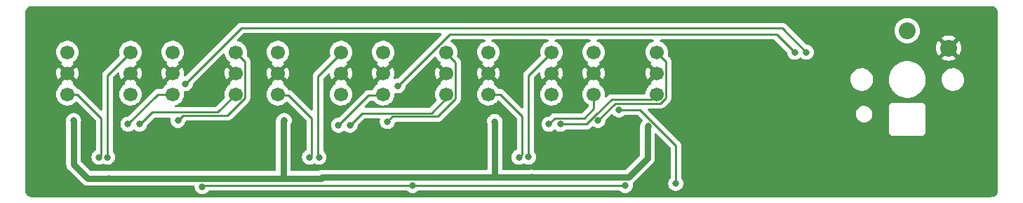
<source format=gtl>
G04 #@! TF.GenerationSoftware,KiCad,Pcbnew,(6.0.6-0)*
G04 #@! TF.CreationDate,2022-09-04T13:15:17-04:00*
G04 #@! TF.ProjectId,dial_toner_mx,6469616c-5f74-46f6-9e65-725f6d782e6b,rev?*
G04 #@! TF.SameCoordinates,Original*
G04 #@! TF.FileFunction,Copper,L1,Top*
G04 #@! TF.FilePolarity,Positive*
%FSLAX46Y46*%
G04 Gerber Fmt 4.6, Leading zero omitted, Abs format (unit mm)*
G04 Created by KiCad (PCBNEW (6.0.6-0)) date 2022-09-04 13:15:17*
%MOMM*%
%LPD*%
G01*
G04 APERTURE LIST*
G04 #@! TA.AperFunction,ComponentPad*
%ADD10C,1.700000*%
G04 #@! TD*
G04 #@! TA.AperFunction,ComponentPad*
%ADD11C,2.032000*%
G04 #@! TD*
G04 #@! TA.AperFunction,ViaPad*
%ADD12C,0.800000*%
G04 #@! TD*
G04 #@! TA.AperFunction,Conductor*
%ADD13C,0.750000*%
G04 #@! TD*
G04 #@! TA.AperFunction,Conductor*
%ADD14C,0.250000*%
G04 #@! TD*
G04 APERTURE END LIST*
D10*
X143256000Y-122682000D03*
X143256000Y-125222000D03*
X143256000Y-127762000D03*
X150876000Y-122682000D03*
X150876000Y-125222000D03*
X150876000Y-127762000D03*
D11*
X193802000Y-120084000D03*
X198802000Y-122184000D03*
D10*
X105156000Y-122682000D03*
X105156000Y-125222000D03*
X105156000Y-127762000D03*
X112776000Y-122682000D03*
X112776000Y-125222000D03*
X112776000Y-127762000D03*
X130556000Y-122682000D03*
X130556000Y-125222000D03*
X130556000Y-127762000D03*
X138176000Y-122682000D03*
X138176000Y-125222000D03*
X138176000Y-127762000D03*
X117856000Y-122682000D03*
X117856000Y-125222000D03*
X117856000Y-127762000D03*
X125476000Y-122682000D03*
X125476000Y-125222000D03*
X125476000Y-127762000D03*
X155956000Y-122682000D03*
X155956000Y-125222000D03*
X155956000Y-127762000D03*
X163576000Y-122682000D03*
X163576000Y-125222000D03*
X163576000Y-127762000D03*
X92456000Y-122682000D03*
X92456000Y-125222000D03*
X92456000Y-127762000D03*
X100076000Y-122682000D03*
X100076000Y-125222000D03*
X100076000Y-127762000D03*
D12*
X203200000Y-138684000D03*
X108712000Y-138938000D03*
X134112000Y-138811000D03*
X159766000Y-138811000D03*
X132334000Y-126746000D03*
X180213000Y-122682000D03*
X106680000Y-126492000D03*
X181610000Y-122682000D03*
X165862000Y-138557000D03*
X159004000Y-129667000D03*
X93201500Y-130937000D03*
X118607500Y-130937000D03*
X144007500Y-131064000D03*
X162560000Y-131572000D03*
X97409000Y-137922000D03*
X123063000Y-137922000D03*
X148463000Y-137795000D03*
X150564500Y-131386500D03*
X151961500Y-131386500D03*
X156464000Y-130937000D03*
X146939000Y-135382000D03*
X148088000Y-135365500D03*
X125164500Y-131513500D03*
X126561500Y-131513500D03*
X131064000Y-131064000D03*
X121666000Y-135382000D03*
X122809000Y-135382000D03*
X96266000Y-135382000D03*
X97282000Y-135382000D03*
X105791000Y-130937000D03*
X101155500Y-131381500D03*
X99758500Y-131381500D03*
D13*
X93201500Y-130937000D02*
X93201500Y-136254500D01*
X93201500Y-136254500D02*
X94869000Y-137922000D01*
X94869000Y-137922000D02*
X97409000Y-137922000D01*
D14*
X148088000Y-125481000D02*
X150882000Y-122687000D01*
X148088000Y-135365500D02*
X148088000Y-125481000D01*
X146939000Y-135382000D02*
X147326000Y-134995000D01*
X147326000Y-134995000D02*
X147326000Y-130435000D01*
X147326000Y-130435000D02*
X144658000Y-127767000D01*
X144658000Y-127767000D02*
X143262000Y-127767000D01*
X122809000Y-135382000D02*
X122688000Y-135261000D01*
X122688000Y-135261000D02*
X122688000Y-125608000D01*
X122688000Y-125608000D02*
X125482000Y-122814000D01*
X119131000Y-127894000D02*
X117862000Y-127894000D01*
X121666000Y-135382000D02*
X121926000Y-135122000D01*
X121926000Y-135122000D02*
X121926000Y-130689000D01*
X121926000Y-130689000D02*
X119131000Y-127894000D01*
X97282000Y-135382000D02*
X97282000Y-125476000D01*
X97282000Y-125476000D02*
X100076000Y-122682000D01*
X96266000Y-135382000D02*
X96520000Y-135128000D01*
X96520000Y-135128000D02*
X96520000Y-130683000D01*
X96520000Y-130683000D02*
X93599000Y-127762000D01*
X93599000Y-127762000D02*
X92456000Y-127762000D01*
X159004000Y-129667000D02*
X161577068Y-129667000D01*
X161577068Y-129667000D02*
X165862000Y-133951932D01*
X165862000Y-133951932D02*
X165862000Y-138557000D01*
D13*
X162560000Y-131572000D02*
X162433000Y-131699000D01*
X162433000Y-131699000D02*
X162433000Y-135509000D01*
X162433000Y-135509000D02*
X160147000Y-137795000D01*
X160147000Y-137795000D02*
X148463000Y-137795000D01*
D14*
X150564500Y-131386500D02*
X151268000Y-130683000D01*
X151268000Y-130683000D02*
X154813000Y-130683000D01*
X154813000Y-130683000D02*
X155962000Y-129534000D01*
X155962000Y-129534000D02*
X155962000Y-127767000D01*
X180213000Y-122682000D02*
X178054000Y-120523000D01*
X178054000Y-120523000D02*
X138557000Y-120523000D01*
X138557000Y-120523000D02*
X132334000Y-126746000D01*
X181610000Y-122682000D02*
X178689000Y-119761000D01*
X178689000Y-119761000D02*
X113411000Y-119761000D01*
X113411000Y-119761000D02*
X106680000Y-126492000D01*
X151961500Y-131386500D02*
X155125500Y-131386500D01*
X155125500Y-131386500D02*
X155812000Y-130700000D01*
X155812000Y-130700000D02*
X155812000Y-130666932D01*
X155812000Y-130666932D02*
X156193932Y-130285000D01*
X156193932Y-130285000D02*
X156227000Y-130285000D01*
X156227000Y-130285000D02*
X158115000Y-128397000D01*
X158115000Y-128397000D02*
X162952000Y-128397000D01*
X162952000Y-128397000D02*
X163582000Y-127767000D01*
X101155500Y-131381500D02*
X101282500Y-131381500D01*
X101282500Y-131381500D02*
X102704536Y-129959464D01*
X102704536Y-129959464D02*
X110578536Y-129959464D01*
X110578536Y-129959464D02*
X112776000Y-127762000D01*
X126561500Y-131513500D02*
X128027000Y-130048000D01*
X128027000Y-130048000D02*
X136398000Y-130048000D01*
X136398000Y-130048000D02*
X138182000Y-128264000D01*
X138182000Y-128264000D02*
X138182000Y-127894000D01*
X108839000Y-138811000D02*
X108712000Y-138938000D01*
X134112000Y-138811000D02*
X108839000Y-138811000D01*
X159766000Y-138811000D02*
X134112000Y-138811000D01*
X156464000Y-130937000D02*
X158537000Y-128864000D01*
X158537000Y-128864000D02*
X164032464Y-128864000D01*
X164684000Y-128212464D02*
X164684000Y-123789000D01*
X164032464Y-128864000D02*
X164684000Y-128212464D01*
X164684000Y-123789000D02*
X163582000Y-122687000D01*
D13*
X118491000Y-137922000D02*
X107188000Y-137922000D01*
X123063000Y-137922000D02*
X118491000Y-137922000D01*
X118607500Y-130937000D02*
X118491000Y-131053500D01*
X118491000Y-131053500D02*
X118491000Y-137922000D01*
X148463000Y-137795000D02*
X144018000Y-137795000D01*
X144018000Y-137795000D02*
X132461000Y-137795000D01*
X144007500Y-131064000D02*
X144018000Y-131074500D01*
X144018000Y-131074500D02*
X144018000Y-137795000D01*
X132461000Y-137795000D02*
X123190000Y-137795000D01*
X107188000Y-137922000D02*
X97409000Y-137922000D01*
X123190000Y-137795000D02*
X123063000Y-137922000D01*
D14*
X105791000Y-130937000D02*
X106391536Y-130336464D01*
X106391536Y-130336464D02*
X111760000Y-130336464D01*
X111760000Y-130336464D02*
X113878000Y-128218464D01*
X113878000Y-128218464D02*
X113878000Y-123784000D01*
X113878000Y-123784000D02*
X112776000Y-122682000D01*
X131064000Y-131064000D02*
X131659536Y-130468464D01*
X131659536Y-130468464D02*
X137166000Y-130468464D01*
X137166000Y-130468464D02*
X139284000Y-128350464D01*
X139284000Y-128350464D02*
X139284000Y-123916000D01*
X139284000Y-123916000D02*
X138182000Y-122814000D01*
X128784000Y-127894000D02*
X130562000Y-127894000D01*
X125164500Y-131513500D02*
X128784000Y-127894000D01*
X99758500Y-131381500D02*
X103378000Y-127762000D01*
X103378000Y-127762000D02*
X105156000Y-127762000D01*
G04 #@! TA.AperFunction,Conductor*
G36*
X157611909Y-117108940D02*
G01*
X203912622Y-117112548D01*
X203931992Y-117114048D01*
X203955724Y-117117743D01*
X203966746Y-117116302D01*
X203995430Y-117115845D01*
X204098207Y-117125968D01*
X204122427Y-117130785D01*
X204211760Y-117157885D01*
X204241527Y-117166915D01*
X204264344Y-117176366D01*
X204368153Y-117231855D01*
X204374102Y-117235035D01*
X204394639Y-117248758D01*
X204490841Y-117327711D01*
X204508307Y-117345178D01*
X204587260Y-117441387D01*
X204600983Y-117461925D01*
X204659644Y-117571680D01*
X204669096Y-117594501D01*
X204705220Y-117713600D01*
X204710038Y-117737827D01*
X204719511Y-117834047D01*
X204719064Y-117849900D01*
X204719801Y-117849909D01*
X204719691Y-117858882D01*
X204718309Y-117867755D01*
X204719473Y-117876659D01*
X204719473Y-117876661D01*
X204722454Y-117899465D01*
X204723517Y-117915744D01*
X204730492Y-134584893D01*
X204732469Y-139309556D01*
X204732505Y-139396716D01*
X204731005Y-139416153D01*
X204727335Y-139439724D01*
X204728499Y-139448626D01*
X204728776Y-139450746D01*
X204729233Y-139479431D01*
X204719111Y-139582210D01*
X204714293Y-139606436D01*
X204678162Y-139725546D01*
X204668709Y-139748367D01*
X204610037Y-139858134D01*
X204596316Y-139878669D01*
X204517357Y-139974884D01*
X204499899Y-139992343D01*
X204403681Y-140071308D01*
X204383144Y-140085030D01*
X204273378Y-140143703D01*
X204250560Y-140153156D01*
X204232734Y-140158564D01*
X204131449Y-140189290D01*
X204107232Y-140194107D01*
X204050234Y-140199723D01*
X204011308Y-140203557D01*
X203995147Y-140203102D01*
X203995138Y-140203800D01*
X203986164Y-140203691D01*
X203977291Y-140202309D01*
X203945703Y-140206440D01*
X203929385Y-140207504D01*
X134416637Y-140212920D01*
X88196368Y-140216522D01*
X88176976Y-140215022D01*
X88168937Y-140213771D01*
X88153291Y-140211335D01*
X88144391Y-140212499D01*
X88144383Y-140212499D01*
X88142269Y-140212776D01*
X88113584Y-140213234D01*
X88010798Y-140203113D01*
X87986571Y-140198294D01*
X87867466Y-140162166D01*
X87844646Y-140152714D01*
X87734875Y-140094043D01*
X87714338Y-140080321D01*
X87618128Y-140001367D01*
X87600662Y-139983902D01*
X87521695Y-139887685D01*
X87507971Y-139867147D01*
X87449296Y-139757379D01*
X87439845Y-139734563D01*
X87438194Y-139729118D01*
X87403712Y-139615454D01*
X87398893Y-139591230D01*
X87398005Y-139582210D01*
X87389454Y-139495408D01*
X87389910Y-139479144D01*
X87389227Y-139479136D01*
X87389336Y-139470161D01*
X87390717Y-139461291D01*
X87388258Y-139442485D01*
X87386590Y-139429735D01*
X87385526Y-139413395D01*
X87385526Y-130937000D01*
X92287996Y-130937000D01*
X92288686Y-130943565D01*
X92305812Y-131106507D01*
X92307958Y-131126928D01*
X92311778Y-131138684D01*
X92311833Y-131138854D01*
X92318000Y-131177790D01*
X92318000Y-136175043D01*
X92316449Y-136194755D01*
X92314350Y-136208007D01*
X92314695Y-136214594D01*
X92314695Y-136214598D01*
X92317827Y-136274350D01*
X92318000Y-136280945D01*
X92318000Y-136300806D01*
X92318344Y-136304077D01*
X92320076Y-136320559D01*
X92320593Y-136327128D01*
X92324070Y-136393471D01*
X92327542Y-136406429D01*
X92331145Y-136425872D01*
X92332546Y-136439202D01*
X92353078Y-136502394D01*
X92354944Y-136508696D01*
X92372138Y-136572863D01*
X92375134Y-136578742D01*
X92375137Y-136578751D01*
X92378228Y-136584817D01*
X92385792Y-136603079D01*
X92387892Y-136609543D01*
X92387895Y-136609551D01*
X92389936Y-136615831D01*
X92393238Y-136621550D01*
X92393240Y-136621555D01*
X92423154Y-136673367D01*
X92426287Y-136679137D01*
X92456453Y-136738339D01*
X92460609Y-136743471D01*
X92464891Y-136748759D01*
X92476089Y-136765052D01*
X92482796Y-136776669D01*
X92487213Y-136781575D01*
X92487217Y-136781580D01*
X92527247Y-136826038D01*
X92531531Y-136831054D01*
X92541941Y-136843909D01*
X92544028Y-136846486D01*
X92558073Y-136860531D01*
X92562614Y-136865316D01*
X92607066Y-136914685D01*
X92617926Y-136922575D01*
X92632954Y-136935412D01*
X94188088Y-138490546D01*
X94200925Y-138505574D01*
X94208815Y-138516434D01*
X94213725Y-138520855D01*
X94213726Y-138520856D01*
X94258184Y-138560886D01*
X94262969Y-138565427D01*
X94277014Y-138579472D01*
X94279588Y-138581556D01*
X94279591Y-138581559D01*
X94292446Y-138591969D01*
X94297462Y-138596253D01*
X94341920Y-138636283D01*
X94341925Y-138636287D01*
X94346831Y-138640704D01*
X94358097Y-138647209D01*
X94358448Y-138647411D01*
X94374741Y-138658609D01*
X94385161Y-138667047D01*
X94444363Y-138697213D01*
X94450133Y-138700346D01*
X94501945Y-138730260D01*
X94501950Y-138730262D01*
X94507669Y-138733564D01*
X94513949Y-138735605D01*
X94513957Y-138735608D01*
X94520421Y-138737708D01*
X94538683Y-138745272D01*
X94544749Y-138748363D01*
X94544758Y-138748366D01*
X94550637Y-138751362D01*
X94557015Y-138753071D01*
X94614804Y-138768556D01*
X94621106Y-138770422D01*
X94684298Y-138790954D01*
X94697205Y-138792311D01*
X94697628Y-138792355D01*
X94717071Y-138795958D01*
X94730029Y-138799430D01*
X94736619Y-138799775D01*
X94736623Y-138799776D01*
X94780573Y-138802079D01*
X94796372Y-138802907D01*
X94802931Y-138803423D01*
X94822694Y-138805500D01*
X94842555Y-138805500D01*
X94849150Y-138805673D01*
X94908902Y-138808805D01*
X94908906Y-138808805D01*
X94915493Y-138809150D01*
X94928747Y-138807051D01*
X94948456Y-138805500D01*
X97182653Y-138805500D01*
X97208850Y-138808253D01*
X97307056Y-138829128D01*
X97307061Y-138829128D01*
X97313513Y-138830500D01*
X97504487Y-138830500D01*
X97510939Y-138829128D01*
X97510944Y-138829128D01*
X97609150Y-138808253D01*
X97635347Y-138805500D01*
X107673186Y-138805500D01*
X107741307Y-138825502D01*
X107787800Y-138879158D01*
X107799181Y-138931479D01*
X107798496Y-138938000D01*
X107818458Y-139127928D01*
X107877473Y-139309556D01*
X107972960Y-139474944D01*
X107977378Y-139479851D01*
X107977379Y-139479852D01*
X108077664Y-139591230D01*
X108100747Y-139616866D01*
X108183664Y-139677109D01*
X108240122Y-139718128D01*
X108255248Y-139729118D01*
X108261276Y-139731802D01*
X108261278Y-139731803D01*
X108423681Y-139804109D01*
X108429712Y-139806794D01*
X108523112Y-139826647D01*
X108610056Y-139845128D01*
X108610061Y-139845128D01*
X108616513Y-139846500D01*
X108807487Y-139846500D01*
X108813939Y-139845128D01*
X108813944Y-139845128D01*
X108900888Y-139826647D01*
X108994288Y-139806794D01*
X109000319Y-139804109D01*
X109162722Y-139731803D01*
X109162724Y-139731802D01*
X109168752Y-139729118D01*
X109183879Y-139718128D01*
X109240336Y-139677109D01*
X109323253Y-139616866D01*
X109440914Y-139486190D01*
X109501360Y-139448950D01*
X109534550Y-139444500D01*
X133403800Y-139444500D01*
X133471921Y-139464502D01*
X133491147Y-139480843D01*
X133491420Y-139480540D01*
X133496332Y-139484963D01*
X133500747Y-139489866D01*
X133655248Y-139602118D01*
X133661276Y-139604802D01*
X133661278Y-139604803D01*
X133697094Y-139620749D01*
X133829712Y-139679794D01*
X133923113Y-139699647D01*
X134010056Y-139718128D01*
X134010061Y-139718128D01*
X134016513Y-139719500D01*
X134207487Y-139719500D01*
X134213939Y-139718128D01*
X134213944Y-139718128D01*
X134300887Y-139699647D01*
X134394288Y-139679794D01*
X134526906Y-139620749D01*
X134562722Y-139604803D01*
X134562724Y-139604802D01*
X134568752Y-139602118D01*
X134723253Y-139489866D01*
X134727668Y-139484963D01*
X134732580Y-139480540D01*
X134733705Y-139481789D01*
X134787014Y-139448949D01*
X134820200Y-139444500D01*
X159057800Y-139444500D01*
X159125921Y-139464502D01*
X159145147Y-139480843D01*
X159145420Y-139480540D01*
X159150332Y-139484963D01*
X159154747Y-139489866D01*
X159309248Y-139602118D01*
X159315276Y-139604802D01*
X159315278Y-139604803D01*
X159351094Y-139620749D01*
X159483712Y-139679794D01*
X159577113Y-139699647D01*
X159664056Y-139718128D01*
X159664061Y-139718128D01*
X159670513Y-139719500D01*
X159861487Y-139719500D01*
X159867939Y-139718128D01*
X159867944Y-139718128D01*
X159954887Y-139699647D01*
X160048288Y-139679794D01*
X160180906Y-139620749D01*
X160216722Y-139604803D01*
X160216724Y-139604802D01*
X160222752Y-139602118D01*
X160377253Y-139489866D01*
X160408613Y-139455037D01*
X160500621Y-139352852D01*
X160500622Y-139352851D01*
X160505040Y-139347944D01*
X160600527Y-139182556D01*
X160659542Y-139000928D01*
X160677455Y-138830500D01*
X160678814Y-138817565D01*
X160679504Y-138811000D01*
X160673430Y-138753206D01*
X160660233Y-138627642D01*
X160660232Y-138627638D01*
X160659542Y-138621072D01*
X160657501Y-138614791D01*
X160656465Y-138609917D01*
X160661867Y-138539126D01*
X160695402Y-138490083D01*
X160707307Y-138479364D01*
X160718539Y-138469251D01*
X160723554Y-138464969D01*
X160736409Y-138454559D01*
X160736412Y-138454556D01*
X160738986Y-138452472D01*
X160753031Y-138438427D01*
X160757816Y-138433886D01*
X160802274Y-138393856D01*
X160802275Y-138393855D01*
X160807185Y-138389434D01*
X160815075Y-138378574D01*
X160827912Y-138363546D01*
X163001546Y-136189912D01*
X163016574Y-136177075D01*
X163027434Y-136169185D01*
X163071886Y-136119816D01*
X163076427Y-136115031D01*
X163090472Y-136100986D01*
X163092559Y-136098409D01*
X163102969Y-136085554D01*
X163107253Y-136080538D01*
X163147283Y-136036080D01*
X163147287Y-136036075D01*
X163151704Y-136031169D01*
X163158411Y-136019552D01*
X163169609Y-136003259D01*
X163173891Y-135997971D01*
X163178047Y-135992839D01*
X163208213Y-135933637D01*
X163211346Y-135927867D01*
X163241260Y-135876055D01*
X163241262Y-135876050D01*
X163244564Y-135870331D01*
X163246605Y-135864051D01*
X163246608Y-135864043D01*
X163248708Y-135857579D01*
X163256272Y-135839317D01*
X163259363Y-135833251D01*
X163259366Y-135833242D01*
X163262362Y-135827363D01*
X163279556Y-135763196D01*
X163281422Y-135756894D01*
X163301954Y-135693702D01*
X163303355Y-135680372D01*
X163306958Y-135660929D01*
X163310430Y-135647971D01*
X163313906Y-135581646D01*
X163314423Y-135575071D01*
X163316156Y-135558579D01*
X163316500Y-135555306D01*
X163316500Y-135535432D01*
X163316673Y-135528838D01*
X163319804Y-135469099D01*
X163319804Y-135469095D01*
X163320149Y-135462507D01*
X163318051Y-135449260D01*
X163316500Y-135429550D01*
X163316500Y-132606527D01*
X163336502Y-132538406D01*
X163390158Y-132491913D01*
X163460432Y-132481809D01*
X163525012Y-132511303D01*
X163531595Y-132517432D01*
X165191595Y-134177432D01*
X165225621Y-134239744D01*
X165228500Y-134266527D01*
X165228500Y-137854476D01*
X165208498Y-137922597D01*
X165196142Y-137938779D01*
X165122960Y-138020056D01*
X165027473Y-138185444D01*
X164968458Y-138367072D01*
X164967768Y-138373633D01*
X164967768Y-138373635D01*
X164952760Y-138516434D01*
X164948496Y-138557000D01*
X164949186Y-138563565D01*
X164957294Y-138640704D01*
X164968458Y-138746928D01*
X165027473Y-138928556D01*
X165030776Y-138934278D01*
X165030777Y-138934279D01*
X165036716Y-138944565D01*
X165122960Y-139093944D01*
X165127378Y-139098851D01*
X165127379Y-139098852D01*
X165246325Y-139230955D01*
X165250747Y-139235866D01*
X165405248Y-139348118D01*
X165411276Y-139350802D01*
X165411278Y-139350803D01*
X165514401Y-139396716D01*
X165579712Y-139425794D01*
X165658237Y-139442485D01*
X165760056Y-139464128D01*
X165760061Y-139464128D01*
X165766513Y-139465500D01*
X165957487Y-139465500D01*
X165963939Y-139464128D01*
X165963944Y-139464128D01*
X166065763Y-139442485D01*
X166144288Y-139425794D01*
X166209599Y-139396716D01*
X166312722Y-139350803D01*
X166312724Y-139350802D01*
X166318752Y-139348118D01*
X166473253Y-139235866D01*
X166477675Y-139230955D01*
X166596621Y-139098852D01*
X166596622Y-139098851D01*
X166601040Y-139093944D01*
X166687284Y-138944565D01*
X166693223Y-138934279D01*
X166693224Y-138934278D01*
X166696527Y-138928556D01*
X166755542Y-138746928D01*
X166766707Y-138640704D01*
X166774814Y-138563565D01*
X166775504Y-138557000D01*
X166771240Y-138516434D01*
X166756232Y-138373635D01*
X166756232Y-138373633D01*
X166755542Y-138367072D01*
X166696527Y-138185444D01*
X166601040Y-138020056D01*
X166527863Y-137938785D01*
X166497147Y-137874779D01*
X166495500Y-137854476D01*
X166495500Y-134030699D01*
X166496027Y-134019516D01*
X166497702Y-134012023D01*
X166495562Y-133943932D01*
X166495500Y-133939975D01*
X166495500Y-133912076D01*
X166494996Y-133908085D01*
X166494063Y-133896243D01*
X166492923Y-133859968D01*
X166492674Y-133852043D01*
X166490462Y-133844429D01*
X166490461Y-133844424D01*
X166487023Y-133832591D01*
X166483012Y-133813227D01*
X166481467Y-133800996D01*
X166480474Y-133793135D01*
X166477557Y-133785768D01*
X166477556Y-133785763D01*
X166464198Y-133752024D01*
X166460354Y-133740797D01*
X166450230Y-133705954D01*
X166448018Y-133698339D01*
X166437707Y-133680904D01*
X166429012Y-133663156D01*
X166421552Y-133644315D01*
X166395564Y-133608545D01*
X166389048Y-133598625D01*
X166370580Y-133567397D01*
X166370578Y-133567394D01*
X166366542Y-133560570D01*
X166352221Y-133546249D01*
X166339380Y-133531215D01*
X166332131Y-133521238D01*
X166327472Y-133514825D01*
X166293395Y-133486634D01*
X166284616Y-133478644D01*
X165185693Y-132379721D01*
X191593024Y-132379721D01*
X191595491Y-132388352D01*
X191601150Y-132408153D01*
X191604728Y-132424915D01*
X191608920Y-132454187D01*
X191612634Y-132462355D01*
X191612634Y-132462356D01*
X191619548Y-132477562D01*
X191625996Y-132495086D01*
X191633051Y-132519771D01*
X191637843Y-132527365D01*
X191637844Y-132527368D01*
X191648830Y-132544780D01*
X191656969Y-132559863D01*
X191669208Y-132586782D01*
X191675069Y-132593584D01*
X191685970Y-132606235D01*
X191697073Y-132621239D01*
X191710776Y-132642958D01*
X191717501Y-132648897D01*
X191717504Y-132648901D01*
X191732938Y-132662532D01*
X191744982Y-132674724D01*
X191758427Y-132690327D01*
X191758430Y-132690329D01*
X191764287Y-132697127D01*
X191771816Y-132702007D01*
X191771817Y-132702008D01*
X191785835Y-132711094D01*
X191800709Y-132722385D01*
X191813217Y-132733431D01*
X191819951Y-132739378D01*
X191846711Y-132751942D01*
X191861691Y-132760263D01*
X191878983Y-132771471D01*
X191878988Y-132771473D01*
X191886515Y-132776352D01*
X191895108Y-132778922D01*
X191895113Y-132778924D01*
X191911120Y-132783711D01*
X191928564Y-132790372D01*
X191943676Y-132797467D01*
X191943678Y-132797468D01*
X191951800Y-132801281D01*
X191960667Y-132802662D01*
X191960668Y-132802662D01*
X191963353Y-132803080D01*
X191981017Y-132805830D01*
X191997732Y-132809613D01*
X192017466Y-132815515D01*
X192017472Y-132815516D01*
X192026066Y-132818086D01*
X192035037Y-132818141D01*
X192035038Y-132818141D01*
X192045097Y-132818202D01*
X192060506Y-132818296D01*
X192061289Y-132818329D01*
X192062386Y-132818500D01*
X192093377Y-132818500D01*
X192094147Y-132818502D01*
X192167785Y-132818952D01*
X192167786Y-132818952D01*
X192171721Y-132818976D01*
X192173065Y-132818592D01*
X192174410Y-132818500D01*
X195493377Y-132818500D01*
X195494148Y-132818502D01*
X195571721Y-132818976D01*
X195600152Y-132810850D01*
X195616915Y-132807272D01*
X195617753Y-132807152D01*
X195646187Y-132803080D01*
X195669564Y-132792451D01*
X195687087Y-132786004D01*
X195711771Y-132778949D01*
X195719365Y-132774157D01*
X195719368Y-132774156D01*
X195736780Y-132763170D01*
X195751865Y-132755030D01*
X195778782Y-132742792D01*
X195798235Y-132726030D01*
X195813239Y-132714927D01*
X195834958Y-132701224D01*
X195840897Y-132694499D01*
X195840901Y-132694496D01*
X195854532Y-132679062D01*
X195866724Y-132667018D01*
X195882327Y-132653573D01*
X195882329Y-132653570D01*
X195889127Y-132647713D01*
X195903094Y-132626165D01*
X195914385Y-132611291D01*
X195925431Y-132598783D01*
X195925432Y-132598782D01*
X195931378Y-132592049D01*
X195943943Y-132565287D01*
X195952263Y-132550309D01*
X195963471Y-132533017D01*
X195963473Y-132533012D01*
X195968352Y-132525485D01*
X195970922Y-132516892D01*
X195970924Y-132516887D01*
X195975711Y-132500880D01*
X195982372Y-132483436D01*
X195989467Y-132468324D01*
X195989468Y-132468322D01*
X195993281Y-132460200D01*
X195997830Y-132430983D01*
X196001613Y-132414268D01*
X196007515Y-132394534D01*
X196007516Y-132394528D01*
X196010086Y-132385934D01*
X196010296Y-132351494D01*
X196010329Y-132350711D01*
X196010500Y-132349614D01*
X196010500Y-132318623D01*
X196010502Y-132317853D01*
X196010952Y-132244215D01*
X196010952Y-132244214D01*
X196010976Y-132240279D01*
X196010592Y-132238935D01*
X196010500Y-132237590D01*
X196010500Y-129318623D01*
X196010502Y-129317853D01*
X196010800Y-129269102D01*
X196010976Y-129240279D01*
X196002850Y-129211847D01*
X195999272Y-129195085D01*
X195998403Y-129189015D01*
X195995080Y-129165813D01*
X195984451Y-129142436D01*
X195978004Y-129124913D01*
X195970949Y-129100229D01*
X195966156Y-129092632D01*
X195955170Y-129075220D01*
X195947030Y-129060135D01*
X195944564Y-129054711D01*
X195934792Y-129033218D01*
X195918030Y-129013765D01*
X195906927Y-128998761D01*
X195893224Y-128977042D01*
X195886499Y-128971103D01*
X195886496Y-128971099D01*
X195871062Y-128957468D01*
X195859018Y-128945276D01*
X195845573Y-128929673D01*
X195845570Y-128929671D01*
X195839713Y-128922873D01*
X195826009Y-128913990D01*
X195818165Y-128908906D01*
X195803291Y-128897615D01*
X195790783Y-128886569D01*
X195790782Y-128886568D01*
X195784049Y-128880622D01*
X195757287Y-128868057D01*
X195742309Y-128859737D01*
X195725017Y-128848529D01*
X195725012Y-128848527D01*
X195717485Y-128843648D01*
X195708892Y-128841078D01*
X195708887Y-128841076D01*
X195692880Y-128836289D01*
X195675436Y-128829628D01*
X195660324Y-128822533D01*
X195660322Y-128822532D01*
X195652200Y-128818719D01*
X195643333Y-128817338D01*
X195643332Y-128817338D01*
X195632478Y-128815648D01*
X195622983Y-128814170D01*
X195606268Y-128810387D01*
X195586534Y-128804485D01*
X195586528Y-128804484D01*
X195577934Y-128801914D01*
X195568963Y-128801859D01*
X195568962Y-128801859D01*
X195558903Y-128801798D01*
X195543494Y-128801704D01*
X195542711Y-128801671D01*
X195541614Y-128801500D01*
X195510623Y-128801500D01*
X195509853Y-128801498D01*
X195436215Y-128801048D01*
X195436214Y-128801048D01*
X195432279Y-128801024D01*
X195430935Y-128801408D01*
X195429590Y-128801500D01*
X192110623Y-128801500D01*
X192109853Y-128801498D01*
X192109037Y-128801493D01*
X192032279Y-128801024D01*
X192009918Y-128807415D01*
X192003847Y-128809150D01*
X191987085Y-128812728D01*
X191957813Y-128816920D01*
X191949645Y-128820634D01*
X191949644Y-128820634D01*
X191934438Y-128827548D01*
X191916914Y-128833996D01*
X191892229Y-128841051D01*
X191884635Y-128845843D01*
X191884632Y-128845844D01*
X191867220Y-128856830D01*
X191852137Y-128864969D01*
X191825218Y-128877208D01*
X191818416Y-128883069D01*
X191805765Y-128893970D01*
X191790761Y-128905073D01*
X191769042Y-128918776D01*
X191763103Y-128925501D01*
X191763099Y-128925504D01*
X191749468Y-128940938D01*
X191737276Y-128952982D01*
X191721673Y-128966427D01*
X191721671Y-128966430D01*
X191714873Y-128972287D01*
X191709993Y-128979816D01*
X191709992Y-128979817D01*
X191700906Y-128993835D01*
X191689615Y-129008709D01*
X191678569Y-129021217D01*
X191672622Y-129027951D01*
X191666426Y-129041148D01*
X191660058Y-129054711D01*
X191651737Y-129069691D01*
X191640529Y-129086983D01*
X191640527Y-129086988D01*
X191635648Y-129094515D01*
X191633078Y-129103108D01*
X191633076Y-129103113D01*
X191628289Y-129119120D01*
X191621628Y-129136564D01*
X191614533Y-129151676D01*
X191610719Y-129159800D01*
X191609338Y-129168667D01*
X191609338Y-129168668D01*
X191606170Y-129189015D01*
X191602387Y-129205732D01*
X191596485Y-129225466D01*
X191596484Y-129225472D01*
X191593914Y-129234066D01*
X191593859Y-129243037D01*
X191593859Y-129243038D01*
X191593704Y-129268497D01*
X191593671Y-129269289D01*
X191593500Y-129270386D01*
X191593500Y-129301377D01*
X191593498Y-129302147D01*
X191593024Y-129379721D01*
X191593408Y-129381065D01*
X191593500Y-129382410D01*
X191593500Y-132301377D01*
X191593498Y-132302147D01*
X191593024Y-132379721D01*
X165185693Y-132379721D01*
X163039261Y-130233288D01*
X187574228Y-130233288D01*
X187604722Y-130434922D01*
X187606928Y-130440917D01*
X187606928Y-130440918D01*
X187663348Y-130594263D01*
X187675137Y-130626306D01*
X187782598Y-130799622D01*
X187786979Y-130804255D01*
X187786980Y-130804256D01*
X187870625Y-130892708D01*
X187922714Y-130947791D01*
X187927944Y-130951453D01*
X187927945Y-130951454D01*
X188084528Y-131061094D01*
X188089761Y-131064758D01*
X188187409Y-131107014D01*
X188254903Y-131136221D01*
X188276916Y-131145747D01*
X188293143Y-131149137D01*
X188471788Y-131186459D01*
X188471792Y-131186459D01*
X188476533Y-131187450D01*
X188481370Y-131187703D01*
X188481374Y-131187704D01*
X188481440Y-131187707D01*
X188483212Y-131187800D01*
X188632967Y-131187800D01*
X188731514Y-131177790D01*
X188778534Y-131173014D01*
X188778535Y-131173014D01*
X188784883Y-131172369D01*
X188979478Y-131111386D01*
X189157837Y-131012521D01*
X189312673Y-130879810D01*
X189437661Y-130718676D01*
X189527696Y-130535701D01*
X189530114Y-130526420D01*
X189577490Y-130344541D01*
X189577490Y-130344538D01*
X189579100Y-130338359D01*
X189586144Y-130203944D01*
X189589438Y-130141094D01*
X189589438Y-130141090D01*
X189589772Y-130134712D01*
X189559278Y-129933078D01*
X189557072Y-129927082D01*
X189491067Y-129747684D01*
X189491066Y-129747683D01*
X189488863Y-129741694D01*
X189381402Y-129568378D01*
X189241286Y-129420209D01*
X189208946Y-129397564D01*
X189079472Y-129306906D01*
X189079471Y-129306905D01*
X189074239Y-129303242D01*
X188887084Y-129222253D01*
X188836627Y-129211712D01*
X188692212Y-129181541D01*
X188692208Y-129181541D01*
X188687467Y-129180550D01*
X188682630Y-129180297D01*
X188682626Y-129180296D01*
X188682560Y-129180293D01*
X188680788Y-129180200D01*
X188531033Y-129180200D01*
X188458387Y-129187579D01*
X188385466Y-129194986D01*
X188385465Y-129194986D01*
X188379117Y-129195631D01*
X188184522Y-129256614D01*
X188006163Y-129355479D01*
X187851327Y-129488190D01*
X187726339Y-129649324D01*
X187636304Y-129832299D01*
X187634695Y-129838477D01*
X187634694Y-129838479D01*
X187611615Y-129927082D01*
X187584900Y-130029641D01*
X187580831Y-130107294D01*
X187574734Y-130223637D01*
X187574228Y-130233288D01*
X163039261Y-130233288D01*
X162518568Y-129712595D01*
X162484542Y-129650283D01*
X162489607Y-129579467D01*
X162532154Y-129522632D01*
X162598674Y-129497821D01*
X162607663Y-129497500D01*
X163953697Y-129497500D01*
X163964880Y-129498027D01*
X163972373Y-129499702D01*
X163980299Y-129499453D01*
X163980300Y-129499453D01*
X164040450Y-129497562D01*
X164044409Y-129497500D01*
X164072320Y-129497500D01*
X164076255Y-129497003D01*
X164076320Y-129496995D01*
X164088157Y-129496062D01*
X164120415Y-129495048D01*
X164124434Y-129494922D01*
X164132353Y-129494673D01*
X164151807Y-129489021D01*
X164171164Y-129485013D01*
X164183394Y-129483468D01*
X164183395Y-129483468D01*
X164191261Y-129482474D01*
X164198632Y-129479555D01*
X164198634Y-129479555D01*
X164232376Y-129466196D01*
X164243606Y-129462351D01*
X164278447Y-129452229D01*
X164278448Y-129452229D01*
X164286057Y-129450018D01*
X164292876Y-129445985D01*
X164292881Y-129445983D01*
X164303492Y-129439707D01*
X164321240Y-129431012D01*
X164340081Y-129423552D01*
X164375851Y-129397564D01*
X164385771Y-129391048D01*
X164416999Y-129372580D01*
X164417002Y-129372578D01*
X164423826Y-129368542D01*
X164438147Y-129354221D01*
X164453181Y-129341380D01*
X164453922Y-129340842D01*
X164469571Y-129329472D01*
X164497752Y-129295407D01*
X164505742Y-129286626D01*
X165076258Y-128716111D01*
X165084537Y-128708577D01*
X165091018Y-128704464D01*
X165137644Y-128654812D01*
X165140398Y-128651971D01*
X165160135Y-128632234D01*
X165162615Y-128629037D01*
X165170320Y-128620015D01*
X165189524Y-128599565D01*
X165200586Y-128587785D01*
X165204405Y-128580839D01*
X165204407Y-128580836D01*
X165210348Y-128570030D01*
X165221199Y-128553511D01*
X165225860Y-128547502D01*
X165233614Y-128537505D01*
X165236759Y-128530236D01*
X165236762Y-128530232D01*
X165251174Y-128496927D01*
X165256391Y-128486277D01*
X165277695Y-128447524D01*
X165280096Y-128438175D01*
X165282733Y-128427902D01*
X165289137Y-128409198D01*
X165294033Y-128397884D01*
X165294033Y-128397883D01*
X165297181Y-128390609D01*
X165298420Y-128382786D01*
X165298423Y-128382776D01*
X165304099Y-128346940D01*
X165306505Y-128335320D01*
X165315528Y-128300175D01*
X165315528Y-128300174D01*
X165317500Y-128292494D01*
X165317500Y-128272240D01*
X165319051Y-128252529D01*
X165320980Y-128240350D01*
X165322220Y-128232521D01*
X165318059Y-128188502D01*
X165317500Y-128176645D01*
X165317500Y-125919732D01*
X186939200Y-125919732D01*
X186939400Y-125925062D01*
X186939400Y-125925063D01*
X186943364Y-126030659D01*
X186947854Y-126150268D01*
X186995228Y-126376050D01*
X187079967Y-126590622D01*
X187199647Y-126787849D01*
X187203144Y-126791879D01*
X187319925Y-126926457D01*
X187350847Y-126962092D01*
X187354978Y-126965479D01*
X187525115Y-127104984D01*
X187525121Y-127104988D01*
X187529243Y-127108368D01*
X187729735Y-127222494D01*
X187734751Y-127224315D01*
X187734756Y-127224317D01*
X187941575Y-127299389D01*
X187941579Y-127299390D01*
X187946590Y-127301209D01*
X187951839Y-127302158D01*
X187951842Y-127302159D01*
X188169523Y-127341522D01*
X188169530Y-127341523D01*
X188173607Y-127342260D01*
X188191344Y-127343096D01*
X188196292Y-127343330D01*
X188196299Y-127343330D01*
X188197780Y-127343400D01*
X188359925Y-127343400D01*
X188426881Y-127337719D01*
X188526562Y-127329261D01*
X188526566Y-127329260D01*
X188531873Y-127328810D01*
X188537028Y-127327472D01*
X188537034Y-127327471D01*
X188750003Y-127272195D01*
X188750007Y-127272194D01*
X188755172Y-127270853D01*
X188760038Y-127268661D01*
X188760041Y-127268660D01*
X188960649Y-127178293D01*
X188965515Y-127176101D01*
X188969935Y-127173125D01*
X188969939Y-127173123D01*
X189116503Y-127074449D01*
X189156885Y-127047262D01*
X189323812Y-126888022D01*
X189411097Y-126770707D01*
X189458337Y-126707214D01*
X189458339Y-126707211D01*
X189461521Y-126702934D01*
X189516305Y-126595183D01*
X189563658Y-126502046D01*
X189563658Y-126502045D01*
X189566077Y-126497288D01*
X189605343Y-126370831D01*
X189632905Y-126282070D01*
X189632906Y-126282064D01*
X189634489Y-126276967D01*
X189664800Y-126048268D01*
X189664139Y-126030659D01*
X191574514Y-126030659D01*
X191574877Y-126034807D01*
X191574877Y-126034811D01*
X191591794Y-126228176D01*
X191600252Y-126324849D01*
X191601162Y-126328921D01*
X191601163Y-126328926D01*
X191663657Y-126608507D01*
X191664672Y-126613050D01*
X191766644Y-126890199D01*
X191768591Y-126893892D01*
X191768592Y-126893894D01*
X191804549Y-126962092D01*
X191904374Y-127151427D01*
X191919793Y-127173123D01*
X192073019Y-127388735D01*
X192073024Y-127388741D01*
X192075443Y-127392145D01*
X192078287Y-127395195D01*
X192078292Y-127395201D01*
X192267378Y-127597971D01*
X192276846Y-127608124D01*
X192505045Y-127795568D01*
X192756029Y-127951185D01*
X193025390Y-128072241D01*
X193097605Y-128093769D01*
X193257317Y-128141381D01*
X193308395Y-128156608D01*
X193312515Y-128157261D01*
X193312517Y-128157261D01*
X193596592Y-128202255D01*
X193596598Y-128202256D01*
X193600073Y-128202806D01*
X193624632Y-128203921D01*
X193691017Y-128206936D01*
X193691038Y-128206936D01*
X193692437Y-128207000D01*
X193876901Y-128207000D01*
X194096664Y-128192403D01*
X194100763Y-128191577D01*
X194100767Y-128191576D01*
X194274190Y-128156608D01*
X194386151Y-128134033D01*
X194665375Y-128037888D01*
X194837459Y-127951715D01*
X194925695Y-127907530D01*
X194925697Y-127907529D01*
X194929431Y-127905659D01*
X195173678Y-127739668D01*
X195393827Y-127542832D01*
X195402051Y-127533237D01*
X195583289Y-127321784D01*
X195583292Y-127321780D01*
X195586009Y-127318610D01*
X195588283Y-127315108D01*
X195588287Y-127315103D01*
X195744570Y-127074449D01*
X195744573Y-127074444D01*
X195746849Y-127070939D01*
X195756680Y-127050236D01*
X195871723Y-126807954D01*
X195873519Y-126804172D01*
X195884264Y-126770707D01*
X195962515Y-126526983D01*
X195962515Y-126526982D01*
X195963795Y-126522996D01*
X195990235Y-126376050D01*
X196015351Y-126236459D01*
X196015352Y-126236454D01*
X196016090Y-126232350D01*
X196019581Y-126155486D01*
X196029297Y-125941511D01*
X196029297Y-125941506D01*
X196029486Y-125937341D01*
X196028671Y-125928019D01*
X196027946Y-125919732D01*
X197939200Y-125919732D01*
X197939400Y-125925062D01*
X197939400Y-125925063D01*
X197943364Y-126030659D01*
X197947854Y-126150268D01*
X197995228Y-126376050D01*
X198079967Y-126590622D01*
X198199647Y-126787849D01*
X198203144Y-126791879D01*
X198319925Y-126926457D01*
X198350847Y-126962092D01*
X198354978Y-126965479D01*
X198525115Y-127104984D01*
X198525121Y-127104988D01*
X198529243Y-127108368D01*
X198729735Y-127222494D01*
X198734751Y-127224315D01*
X198734756Y-127224317D01*
X198941575Y-127299389D01*
X198941579Y-127299390D01*
X198946590Y-127301209D01*
X198951839Y-127302158D01*
X198951842Y-127302159D01*
X199169523Y-127341522D01*
X199169530Y-127341523D01*
X199173607Y-127342260D01*
X199191344Y-127343096D01*
X199196292Y-127343330D01*
X199196299Y-127343330D01*
X199197780Y-127343400D01*
X199359925Y-127343400D01*
X199426881Y-127337719D01*
X199526562Y-127329261D01*
X199526566Y-127329260D01*
X199531873Y-127328810D01*
X199537028Y-127327472D01*
X199537034Y-127327471D01*
X199750003Y-127272195D01*
X199750007Y-127272194D01*
X199755172Y-127270853D01*
X199760038Y-127268661D01*
X199760041Y-127268660D01*
X199960649Y-127178293D01*
X199965515Y-127176101D01*
X199969935Y-127173125D01*
X199969939Y-127173123D01*
X200116503Y-127074449D01*
X200156885Y-127047262D01*
X200323812Y-126888022D01*
X200411097Y-126770707D01*
X200458337Y-126707214D01*
X200458339Y-126707211D01*
X200461521Y-126702934D01*
X200516305Y-126595183D01*
X200563658Y-126502046D01*
X200563658Y-126502045D01*
X200566077Y-126497288D01*
X200605343Y-126370831D01*
X200632905Y-126282070D01*
X200632906Y-126282064D01*
X200634489Y-126276967D01*
X200664800Y-126048268D01*
X200663983Y-126026489D01*
X200657012Y-125840794D01*
X200656146Y-125817732D01*
X200608772Y-125591950D01*
X200606584Y-125586408D01*
X200560151Y-125468835D01*
X200524033Y-125377378D01*
X200421973Y-125209188D01*
X200407122Y-125184714D01*
X200407121Y-125184713D01*
X200404353Y-125180151D01*
X200390189Y-125163828D01*
X200256653Y-125009941D01*
X200256651Y-125009939D01*
X200253153Y-125005908D01*
X200211018Y-124971360D01*
X200078885Y-124863016D01*
X200078879Y-124863012D01*
X200074757Y-124859632D01*
X199874265Y-124745506D01*
X199869249Y-124743685D01*
X199869244Y-124743683D01*
X199662425Y-124668611D01*
X199662421Y-124668610D01*
X199657410Y-124666791D01*
X199652161Y-124665842D01*
X199652158Y-124665841D01*
X199434477Y-124626478D01*
X199434470Y-124626477D01*
X199430393Y-124625740D01*
X199412656Y-124624904D01*
X199407708Y-124624670D01*
X199407701Y-124624670D01*
X199406220Y-124624600D01*
X199244075Y-124624600D01*
X199177119Y-124630281D01*
X199077438Y-124638739D01*
X199077434Y-124638740D01*
X199072127Y-124639190D01*
X199066972Y-124640528D01*
X199066966Y-124640529D01*
X198853997Y-124695805D01*
X198853993Y-124695806D01*
X198848828Y-124697147D01*
X198843962Y-124699339D01*
X198843959Y-124699340D01*
X198647418Y-124787875D01*
X198638485Y-124791899D01*
X198634065Y-124794875D01*
X198634061Y-124794877D01*
X198596350Y-124820266D01*
X198447115Y-124920738D01*
X198280188Y-125079978D01*
X198277000Y-125084263D01*
X198150767Y-125253927D01*
X198142479Y-125265066D01*
X198140064Y-125269816D01*
X198055605Y-125435935D01*
X198037923Y-125470712D01*
X198022529Y-125520289D01*
X197971095Y-125685930D01*
X197971094Y-125685936D01*
X197969511Y-125691033D01*
X197962570Y-125743404D01*
X197945738Y-125870404D01*
X197939200Y-125919732D01*
X196027946Y-125919732D01*
X196004112Y-125647312D01*
X196003748Y-125643151D01*
X195993172Y-125595835D01*
X195940240Y-125359028D01*
X195940238Y-125359021D01*
X195939328Y-125354950D01*
X195837356Y-125077801D01*
X195835062Y-125073449D01*
X195752978Y-124917764D01*
X195699626Y-124816573D01*
X195583308Y-124652897D01*
X195530981Y-124579265D01*
X195530976Y-124579259D01*
X195528557Y-124575855D01*
X195525713Y-124572805D01*
X195525708Y-124572799D01*
X195330000Y-124362928D01*
X195327154Y-124359876D01*
X195098955Y-124172432D01*
X194847971Y-124016815D01*
X194830349Y-124008895D01*
X194728661Y-123963195D01*
X194578610Y-123895759D01*
X194338022Y-123824037D01*
X194299604Y-123812584D01*
X194299602Y-123812584D01*
X194295605Y-123811392D01*
X194291485Y-123810739D01*
X194291483Y-123810739D01*
X194007408Y-123765745D01*
X194007402Y-123765744D01*
X194003927Y-123765194D01*
X193979368Y-123764079D01*
X193912983Y-123761064D01*
X193912962Y-123761064D01*
X193911563Y-123761000D01*
X193727099Y-123761000D01*
X193507336Y-123775597D01*
X193503237Y-123776423D01*
X193503233Y-123776424D01*
X193380149Y-123801242D01*
X193217849Y-123833967D01*
X192938625Y-123930112D01*
X192934897Y-123931979D01*
X192696410Y-124051404D01*
X192674569Y-124062341D01*
X192430322Y-124228332D01*
X192210173Y-124425168D01*
X192207456Y-124428338D01*
X192207455Y-124428339D01*
X192025586Y-124640529D01*
X192017991Y-124649390D01*
X192015717Y-124652892D01*
X192015713Y-124652897D01*
X191879260Y-124863016D01*
X191857151Y-124897061D01*
X191855357Y-124900839D01*
X191855356Y-124900841D01*
X191845908Y-124920738D01*
X191730481Y-125163828D01*
X191729202Y-125167811D01*
X191729201Y-125167814D01*
X191646261Y-125426142D01*
X191640205Y-125445004D01*
X191634661Y-125475815D01*
X191590965Y-125718672D01*
X191587910Y-125735650D01*
X191587721Y-125739817D01*
X191587720Y-125739824D01*
X191577204Y-125971420D01*
X191574514Y-126030659D01*
X189664139Y-126030659D01*
X189663983Y-126026489D01*
X189657012Y-125840794D01*
X189656146Y-125817732D01*
X189608772Y-125591950D01*
X189606584Y-125586408D01*
X189560151Y-125468835D01*
X189524033Y-125377378D01*
X189421973Y-125209188D01*
X189407122Y-125184714D01*
X189407121Y-125184713D01*
X189404353Y-125180151D01*
X189390189Y-125163828D01*
X189256653Y-125009941D01*
X189256651Y-125009939D01*
X189253153Y-125005908D01*
X189211018Y-124971360D01*
X189078885Y-124863016D01*
X189078879Y-124863012D01*
X189074757Y-124859632D01*
X188874265Y-124745506D01*
X188869249Y-124743685D01*
X188869244Y-124743683D01*
X188662425Y-124668611D01*
X188662421Y-124668610D01*
X188657410Y-124666791D01*
X188652161Y-124665842D01*
X188652158Y-124665841D01*
X188434477Y-124626478D01*
X188434470Y-124626477D01*
X188430393Y-124625740D01*
X188412656Y-124624904D01*
X188407708Y-124624670D01*
X188407701Y-124624670D01*
X188406220Y-124624600D01*
X188244075Y-124624600D01*
X188177119Y-124630281D01*
X188077438Y-124638739D01*
X188077434Y-124638740D01*
X188072127Y-124639190D01*
X188066972Y-124640528D01*
X188066966Y-124640529D01*
X187853997Y-124695805D01*
X187853993Y-124695806D01*
X187848828Y-124697147D01*
X187843962Y-124699339D01*
X187843959Y-124699340D01*
X187647418Y-124787875D01*
X187638485Y-124791899D01*
X187634065Y-124794875D01*
X187634061Y-124794877D01*
X187596350Y-124820266D01*
X187447115Y-124920738D01*
X187280188Y-125079978D01*
X187277000Y-125084263D01*
X187150767Y-125253927D01*
X187142479Y-125265066D01*
X187140064Y-125269816D01*
X187055605Y-125435935D01*
X187037923Y-125470712D01*
X187022529Y-125520289D01*
X186971095Y-125685930D01*
X186971094Y-125685936D01*
X186969511Y-125691033D01*
X186962570Y-125743404D01*
X186945738Y-125870404D01*
X186939200Y-125919732D01*
X165317500Y-125919732D01*
X165317500Y-123867763D01*
X165318027Y-123856579D01*
X165319701Y-123849091D01*
X165317562Y-123781032D01*
X165317500Y-123777075D01*
X165317500Y-123749144D01*
X165316994Y-123745138D01*
X165316061Y-123733292D01*
X165314922Y-123697037D01*
X165314673Y-123689110D01*
X165309022Y-123669658D01*
X165305014Y-123650306D01*
X165303467Y-123638063D01*
X165302474Y-123630203D01*
X165297576Y-123617832D01*
X165286200Y-123589097D01*
X165282355Y-123577870D01*
X165278758Y-123565489D01*
X165270018Y-123535407D01*
X165265984Y-123528585D01*
X165265981Y-123528579D01*
X165259706Y-123517968D01*
X165251010Y-123500218D01*
X165246472Y-123488756D01*
X165246469Y-123488751D01*
X165243552Y-123481383D01*
X165230901Y-123463970D01*
X165217573Y-123445625D01*
X165211057Y-123435707D01*
X165192575Y-123404457D01*
X165188542Y-123397637D01*
X165174218Y-123383313D01*
X165161376Y-123368278D01*
X165158812Y-123364749D01*
X165149472Y-123351893D01*
X165115406Y-123323711D01*
X165106627Y-123315722D01*
X164927451Y-123136546D01*
X164893425Y-123074234D01*
X164895988Y-123010822D01*
X164906865Y-122975022D01*
X164906867Y-122975015D01*
X164908370Y-122970069D01*
X164937529Y-122748590D01*
X164937611Y-122745240D01*
X164939074Y-122685365D01*
X164939074Y-122685361D01*
X164939156Y-122682000D01*
X164920852Y-122459361D01*
X164866431Y-122242702D01*
X164777354Y-122037840D01*
X164714087Y-121940044D01*
X164658822Y-121854617D01*
X164658820Y-121854614D01*
X164656014Y-121850277D01*
X164505670Y-121685051D01*
X164501619Y-121681852D01*
X164501615Y-121681848D01*
X164334414Y-121549800D01*
X164334410Y-121549798D01*
X164330359Y-121546598D01*
X164317545Y-121539524D01*
X164236079Y-121494553D01*
X164134789Y-121438638D01*
X164104034Y-121427747D01*
X164029274Y-121401273D01*
X163971737Y-121359679D01*
X163945821Y-121293581D01*
X163959755Y-121223965D01*
X164009114Y-121172934D01*
X164071333Y-121156500D01*
X177739406Y-121156500D01*
X177807527Y-121176502D01*
X177828501Y-121193405D01*
X179265878Y-122630783D01*
X179299904Y-122693095D01*
X179302093Y-122706708D01*
X179318141Y-122859394D01*
X179319458Y-122871928D01*
X179378473Y-123053556D01*
X179381776Y-123059278D01*
X179381777Y-123059279D01*
X179399814Y-123090520D01*
X179473960Y-123218944D01*
X179478378Y-123223851D01*
X179478379Y-123223852D01*
X179539586Y-123291829D01*
X179601747Y-123360866D01*
X179756248Y-123473118D01*
X179762276Y-123475802D01*
X179762278Y-123475803D01*
X179924681Y-123548109D01*
X179930712Y-123550794D01*
X180017009Y-123569137D01*
X180111056Y-123589128D01*
X180111061Y-123589128D01*
X180117513Y-123590500D01*
X180308487Y-123590500D01*
X180314939Y-123589128D01*
X180314944Y-123589128D01*
X180408991Y-123569137D01*
X180495288Y-123550794D01*
X180501319Y-123548109D01*
X180663722Y-123475803D01*
X180663724Y-123475802D01*
X180669752Y-123473118D01*
X180700591Y-123450712D01*
X180818909Y-123364749D01*
X180818911Y-123364747D01*
X180824253Y-123360866D01*
X180827683Y-123357056D01*
X180891196Y-123326576D01*
X180961649Y-123335339D01*
X180995145Y-123356865D01*
X180998747Y-123360866D01*
X181004089Y-123364747D01*
X181004091Y-123364749D01*
X181122409Y-123450712D01*
X181153248Y-123473118D01*
X181159276Y-123475802D01*
X181159278Y-123475803D01*
X181321681Y-123548109D01*
X181327712Y-123550794D01*
X181414009Y-123569137D01*
X181508056Y-123589128D01*
X181508061Y-123589128D01*
X181514513Y-123590500D01*
X181705487Y-123590500D01*
X181711939Y-123589128D01*
X181711944Y-123589128D01*
X181805991Y-123569137D01*
X181892288Y-123550794D01*
X181898319Y-123548109D01*
X182060722Y-123475803D01*
X182060724Y-123475802D01*
X182066752Y-123473118D01*
X182128430Y-123428306D01*
X197922524Y-123428306D01*
X197928251Y-123435956D01*
X198103759Y-123543507D01*
X198112553Y-123547988D01*
X198325029Y-123635998D01*
X198334414Y-123639047D01*
X198558044Y-123692737D01*
X198567791Y-123694280D01*
X198797070Y-123712325D01*
X198806930Y-123712325D01*
X199036209Y-123694280D01*
X199045956Y-123692737D01*
X199269586Y-123639047D01*
X199278971Y-123635998D01*
X199491447Y-123547988D01*
X199500241Y-123543507D01*
X199672083Y-123438203D01*
X199681543Y-123427747D01*
X199677759Y-123418969D01*
X198814812Y-122556022D01*
X198800868Y-122548408D01*
X198799035Y-122548539D01*
X198792420Y-122552790D01*
X197929284Y-123415926D01*
X197922524Y-123428306D01*
X182128430Y-123428306D01*
X182221253Y-123360866D01*
X182283414Y-123291829D01*
X182344621Y-123223852D01*
X182344622Y-123223851D01*
X182349040Y-123218944D01*
X182423186Y-123090520D01*
X182441223Y-123059279D01*
X182441224Y-123059278D01*
X182444527Y-123053556D01*
X182503542Y-122871928D01*
X182504860Y-122859394D01*
X182522814Y-122688565D01*
X182523504Y-122682000D01*
X182503542Y-122492072D01*
X182444527Y-122310444D01*
X182374371Y-122188930D01*
X197273675Y-122188930D01*
X197291720Y-122418209D01*
X197293263Y-122427956D01*
X197346953Y-122651586D01*
X197350002Y-122660971D01*
X197438012Y-122873447D01*
X197442493Y-122882241D01*
X197547797Y-123054083D01*
X197558253Y-123063543D01*
X197567031Y-123059759D01*
X198429978Y-122196812D01*
X198436356Y-122185132D01*
X199166408Y-122185132D01*
X199166539Y-122186965D01*
X199170790Y-122193580D01*
X200033926Y-123056716D01*
X200046306Y-123063476D01*
X200053956Y-123057749D01*
X200161507Y-122882241D01*
X200165988Y-122873447D01*
X200253998Y-122660971D01*
X200257047Y-122651586D01*
X200310737Y-122427956D01*
X200312280Y-122418209D01*
X200330325Y-122188930D01*
X200330325Y-122179070D01*
X200312280Y-121949791D01*
X200310737Y-121940044D01*
X200257047Y-121716414D01*
X200253998Y-121707029D01*
X200165988Y-121494553D01*
X200161507Y-121485759D01*
X200056203Y-121313917D01*
X200045747Y-121304457D01*
X200036969Y-121308241D01*
X199174022Y-122171188D01*
X199166408Y-122185132D01*
X198436356Y-122185132D01*
X198437592Y-122182868D01*
X198437461Y-122181035D01*
X198433210Y-122174420D01*
X197570074Y-121311284D01*
X197557694Y-121304524D01*
X197550044Y-121310251D01*
X197442493Y-121485759D01*
X197438012Y-121494553D01*
X197350002Y-121707029D01*
X197346953Y-121716414D01*
X197293263Y-121940044D01*
X197291720Y-121949791D01*
X197273675Y-122179070D01*
X197273675Y-122188930D01*
X182374371Y-122188930D01*
X182349040Y-122145056D01*
X182252503Y-122037840D01*
X182225675Y-122008045D01*
X182225674Y-122008044D01*
X182221253Y-122003134D01*
X182066752Y-121890882D01*
X182060724Y-121888198D01*
X182060722Y-121888197D01*
X181898319Y-121815891D01*
X181898318Y-121815891D01*
X181892288Y-121813206D01*
X181798888Y-121793353D01*
X181711944Y-121774872D01*
X181711939Y-121774872D01*
X181705487Y-121773500D01*
X181649594Y-121773500D01*
X181581473Y-121753498D01*
X181560499Y-121736595D01*
X180385031Y-120561126D01*
X179907905Y-120084000D01*
X192272786Y-120084000D01*
X192291613Y-120323222D01*
X192292767Y-120328029D01*
X192292768Y-120328035D01*
X192326409Y-120468158D01*
X192347631Y-120556553D01*
X192349524Y-120561124D01*
X192349525Y-120561126D01*
X192369602Y-120609595D01*
X192439460Y-120778249D01*
X192564840Y-120982849D01*
X192720682Y-121165318D01*
X192724444Y-121168531D01*
X192891588Y-121311284D01*
X192903151Y-121321160D01*
X193107751Y-121446540D01*
X193112321Y-121448433D01*
X193112323Y-121448434D01*
X193313134Y-121531612D01*
X193329447Y-121538369D01*
X193411037Y-121557957D01*
X193557965Y-121593232D01*
X193557971Y-121593233D01*
X193562778Y-121594387D01*
X193802000Y-121613214D01*
X194041222Y-121594387D01*
X194046029Y-121593233D01*
X194046035Y-121593232D01*
X194192963Y-121557957D01*
X194274553Y-121538369D01*
X194290866Y-121531612D01*
X194491677Y-121448434D01*
X194491679Y-121448433D01*
X194496249Y-121446540D01*
X194700849Y-121321160D01*
X194712413Y-121311284D01*
X194879556Y-121168531D01*
X194883318Y-121165318D01*
X195039160Y-120982849D01*
X195065263Y-120940253D01*
X197922457Y-120940253D01*
X197926241Y-120949031D01*
X198789188Y-121811978D01*
X198803132Y-121819592D01*
X198804965Y-121819461D01*
X198811580Y-121815210D01*
X199674716Y-120952074D01*
X199681476Y-120939694D01*
X199675749Y-120932044D01*
X199500241Y-120824493D01*
X199491447Y-120820012D01*
X199278971Y-120732002D01*
X199269586Y-120728953D01*
X199045956Y-120675263D01*
X199036209Y-120673720D01*
X198806930Y-120655675D01*
X198797070Y-120655675D01*
X198567791Y-120673720D01*
X198558044Y-120675263D01*
X198334414Y-120728953D01*
X198325029Y-120732002D01*
X198112553Y-120820012D01*
X198103759Y-120824493D01*
X197931917Y-120929797D01*
X197922457Y-120940253D01*
X195065263Y-120940253D01*
X195164540Y-120778249D01*
X195234399Y-120609595D01*
X195254475Y-120561126D01*
X195254476Y-120561124D01*
X195256369Y-120556553D01*
X195277591Y-120468158D01*
X195311232Y-120328035D01*
X195311233Y-120328029D01*
X195312387Y-120323222D01*
X195331214Y-120084000D01*
X195312387Y-119844778D01*
X195311233Y-119839971D01*
X195311232Y-119839965D01*
X195257524Y-119616259D01*
X195256369Y-119611447D01*
X195164540Y-119389751D01*
X195039160Y-119185151D01*
X195019616Y-119162267D01*
X194886531Y-119006444D01*
X194883318Y-119002682D01*
X194700849Y-118846840D01*
X194496249Y-118721460D01*
X194491679Y-118719567D01*
X194491677Y-118719566D01*
X194279126Y-118631525D01*
X194279124Y-118631524D01*
X194274553Y-118629631D01*
X194192963Y-118610043D01*
X194046035Y-118574768D01*
X194046029Y-118574767D01*
X194041222Y-118573613D01*
X193802000Y-118554786D01*
X193562778Y-118573613D01*
X193557971Y-118574767D01*
X193557965Y-118574768D01*
X193411037Y-118610043D01*
X193329447Y-118629631D01*
X193324876Y-118631524D01*
X193324874Y-118631525D01*
X193112323Y-118719566D01*
X193112321Y-118719567D01*
X193107751Y-118721460D01*
X192903151Y-118846840D01*
X192720682Y-119002682D01*
X192717469Y-119006444D01*
X192584385Y-119162267D01*
X192564840Y-119185151D01*
X192439460Y-119389751D01*
X192347631Y-119611447D01*
X192346476Y-119616259D01*
X192292768Y-119839965D01*
X192292767Y-119839971D01*
X192291613Y-119844778D01*
X192272786Y-120084000D01*
X179907905Y-120084000D01*
X179192652Y-119368747D01*
X179185112Y-119360461D01*
X179181000Y-119353982D01*
X179131348Y-119307356D01*
X179128507Y-119304602D01*
X179108770Y-119284865D01*
X179105573Y-119282385D01*
X179096551Y-119274680D01*
X179083116Y-119262064D01*
X179064321Y-119244414D01*
X179057375Y-119240595D01*
X179057372Y-119240593D01*
X179046566Y-119234652D01*
X179030047Y-119223801D01*
X179029583Y-119223441D01*
X179014041Y-119211386D01*
X179006772Y-119208241D01*
X179006768Y-119208238D01*
X178973463Y-119193826D01*
X178962813Y-119188609D01*
X178924060Y-119167305D01*
X178904437Y-119162267D01*
X178885734Y-119155863D01*
X178874420Y-119150967D01*
X178874419Y-119150967D01*
X178867145Y-119147819D01*
X178859322Y-119146580D01*
X178859312Y-119146577D01*
X178823476Y-119140901D01*
X178811856Y-119138495D01*
X178776711Y-119129472D01*
X178776710Y-119129472D01*
X178769030Y-119127500D01*
X178748776Y-119127500D01*
X178729065Y-119125949D01*
X178726534Y-119125548D01*
X178709057Y-119122780D01*
X178701165Y-119123526D01*
X178665039Y-119126941D01*
X178653181Y-119127500D01*
X113489763Y-119127500D01*
X113478579Y-119126973D01*
X113471091Y-119125299D01*
X113463168Y-119125548D01*
X113403033Y-119127438D01*
X113399075Y-119127500D01*
X113371144Y-119127500D01*
X113367229Y-119127995D01*
X113367225Y-119127995D01*
X113367167Y-119128003D01*
X113367138Y-119128006D01*
X113355296Y-119128939D01*
X113311110Y-119130327D01*
X113293744Y-119135372D01*
X113291658Y-119135978D01*
X113272306Y-119139986D01*
X113260068Y-119141532D01*
X113260066Y-119141533D01*
X113252203Y-119142526D01*
X113211086Y-119158806D01*
X113199885Y-119162641D01*
X113157406Y-119174982D01*
X113150587Y-119179015D01*
X113150582Y-119179017D01*
X113139971Y-119185293D01*
X113122221Y-119193990D01*
X113103383Y-119201448D01*
X113096967Y-119206109D01*
X113096966Y-119206110D01*
X113067625Y-119227428D01*
X113057701Y-119233947D01*
X113026460Y-119252422D01*
X113026455Y-119252426D01*
X113019637Y-119256458D01*
X113005313Y-119270782D01*
X112990281Y-119283621D01*
X112973893Y-119295528D01*
X112945712Y-119329593D01*
X112937722Y-119338373D01*
X106729500Y-125546595D01*
X106667188Y-125580621D01*
X106640405Y-125583500D01*
X106621874Y-125583500D01*
X106553753Y-125563498D01*
X106507260Y-125509842D01*
X106496952Y-125441054D01*
X106516590Y-125291887D01*
X106517109Y-125285212D01*
X106518572Y-125225364D01*
X106518378Y-125218646D01*
X106500781Y-125004604D01*
X106499096Y-124994424D01*
X106447214Y-124787875D01*
X106443894Y-124778124D01*
X106358972Y-124582814D01*
X106354105Y-124573739D01*
X106289063Y-124473197D01*
X106278377Y-124463995D01*
X106268812Y-124468398D01*
X104402737Y-126334473D01*
X104395977Y-126346853D01*
X104401258Y-126353907D01*
X104447969Y-126381203D01*
X104496693Y-126432841D01*
X104509764Y-126502624D01*
X104483033Y-126568396D01*
X104442584Y-126601752D01*
X104429607Y-126608507D01*
X104425474Y-126611610D01*
X104425471Y-126611612D01*
X104255100Y-126739530D01*
X104250965Y-126742635D01*
X104096629Y-126904138D01*
X104093715Y-126908410D01*
X104093714Y-126908411D01*
X103981095Y-127073504D01*
X103926184Y-127118507D01*
X103877007Y-127128500D01*
X103456767Y-127128500D01*
X103445584Y-127127973D01*
X103438091Y-127126298D01*
X103430165Y-127126547D01*
X103430164Y-127126547D01*
X103370014Y-127128438D01*
X103366055Y-127128500D01*
X103338144Y-127128500D01*
X103334210Y-127128997D01*
X103334209Y-127128997D01*
X103334144Y-127129005D01*
X103322307Y-127129938D01*
X103290049Y-127130952D01*
X103286030Y-127131078D01*
X103278111Y-127131327D01*
X103258657Y-127136979D01*
X103239300Y-127140987D01*
X103227070Y-127142532D01*
X103227069Y-127142532D01*
X103219203Y-127143526D01*
X103211832Y-127146445D01*
X103211830Y-127146445D01*
X103178088Y-127159804D01*
X103166858Y-127163649D01*
X103132017Y-127173771D01*
X103132016Y-127173771D01*
X103124407Y-127175982D01*
X103117588Y-127180015D01*
X103117583Y-127180017D01*
X103106972Y-127186293D01*
X103089224Y-127194988D01*
X103070383Y-127202448D01*
X103063967Y-127207110D01*
X103063966Y-127207110D01*
X103034613Y-127228436D01*
X103024693Y-127234952D01*
X102993465Y-127253420D01*
X102993462Y-127253422D01*
X102986638Y-127257458D01*
X102972317Y-127271779D01*
X102957284Y-127284619D01*
X102940893Y-127296528D01*
X102922625Y-127318610D01*
X102912702Y-127330605D01*
X102904712Y-127339384D01*
X99808000Y-130436095D01*
X99745688Y-130470121D01*
X99718905Y-130473000D01*
X99663013Y-130473000D01*
X99656561Y-130474372D01*
X99656556Y-130474372D01*
X99569612Y-130492853D01*
X99476212Y-130512706D01*
X99470182Y-130515391D01*
X99470181Y-130515391D01*
X99307778Y-130587697D01*
X99307776Y-130587698D01*
X99301748Y-130590382D01*
X99296407Y-130594262D01*
X99296406Y-130594263D01*
X99252303Y-130626306D01*
X99147247Y-130702634D01*
X99142826Y-130707544D01*
X99142825Y-130707545D01*
X99027709Y-130835395D01*
X99019460Y-130844556D01*
X98982542Y-130908500D01*
X98927520Y-131003801D01*
X98923973Y-131009944D01*
X98864958Y-131191572D01*
X98864268Y-131198133D01*
X98864268Y-131198135D01*
X98859552Y-131243005D01*
X98844996Y-131381500D01*
X98845686Y-131388065D01*
X98862399Y-131547077D01*
X98864958Y-131571428D01*
X98923973Y-131753056D01*
X98927276Y-131758778D01*
X98927277Y-131758779D01*
X98938638Y-131778456D01*
X99019460Y-131918444D01*
X99023878Y-131923351D01*
X99023879Y-131923352D01*
X99110454Y-132019503D01*
X99147247Y-132060366D01*
X99301748Y-132172618D01*
X99307776Y-132175302D01*
X99307778Y-132175303D01*
X99462558Y-132244215D01*
X99476212Y-132250294D01*
X99569612Y-132270147D01*
X99656556Y-132288628D01*
X99656561Y-132288628D01*
X99663013Y-132290000D01*
X99853987Y-132290000D01*
X99860439Y-132288628D01*
X99860444Y-132288628D01*
X99947388Y-132270147D01*
X100040788Y-132250294D01*
X100054442Y-132244215D01*
X100209222Y-132175303D01*
X100209224Y-132175302D01*
X100215252Y-132172618D01*
X100223206Y-132166839D01*
X100364409Y-132064249D01*
X100364411Y-132064247D01*
X100369753Y-132060366D01*
X100373183Y-132056556D01*
X100436696Y-132026076D01*
X100507149Y-132034839D01*
X100540645Y-132056365D01*
X100544247Y-132060366D01*
X100549589Y-132064247D01*
X100549591Y-132064249D01*
X100690794Y-132166839D01*
X100698748Y-132172618D01*
X100704776Y-132175302D01*
X100704778Y-132175303D01*
X100859558Y-132244215D01*
X100873212Y-132250294D01*
X100966612Y-132270147D01*
X101053556Y-132288628D01*
X101053561Y-132288628D01*
X101060013Y-132290000D01*
X101250987Y-132290000D01*
X101257439Y-132288628D01*
X101257444Y-132288628D01*
X101344388Y-132270147D01*
X101437788Y-132250294D01*
X101451442Y-132244215D01*
X101606222Y-132175303D01*
X101606224Y-132175302D01*
X101612252Y-132172618D01*
X101766753Y-132060366D01*
X101803546Y-132019503D01*
X101890121Y-131923352D01*
X101890122Y-131923351D01*
X101894540Y-131918444D01*
X101975362Y-131778456D01*
X101986723Y-131758779D01*
X101986724Y-131758778D01*
X101990027Y-131753056D01*
X102049042Y-131571428D01*
X102051491Y-131548125D01*
X102078503Y-131482468D01*
X102087706Y-131472198D01*
X102930035Y-130629869D01*
X102992347Y-130595843D01*
X103019130Y-130592964D01*
X104775323Y-130592964D01*
X104843444Y-130612966D01*
X104889937Y-130666622D01*
X104900041Y-130736896D01*
X104899165Y-130741820D01*
X104897458Y-130747072D01*
X104877496Y-130937000D01*
X104878186Y-130943565D01*
X104895312Y-131106507D01*
X104897458Y-131126928D01*
X104956473Y-131308556D01*
X104959776Y-131314278D01*
X104959777Y-131314279D01*
X104968932Y-131330135D01*
X105051960Y-131473944D01*
X105056378Y-131478851D01*
X105056379Y-131478852D01*
X105161163Y-131595226D01*
X105179747Y-131615866D01*
X105334248Y-131728118D01*
X105340276Y-131730802D01*
X105340278Y-131730803D01*
X105499067Y-131801500D01*
X105508712Y-131805794D01*
X105602112Y-131825647D01*
X105689056Y-131844128D01*
X105689061Y-131844128D01*
X105695513Y-131845500D01*
X105886487Y-131845500D01*
X105892939Y-131844128D01*
X105892944Y-131844128D01*
X105979888Y-131825647D01*
X106073288Y-131805794D01*
X106082933Y-131801500D01*
X106241722Y-131730803D01*
X106241724Y-131730802D01*
X106247752Y-131728118D01*
X106402253Y-131615866D01*
X106420837Y-131595226D01*
X106525621Y-131478852D01*
X106525622Y-131478851D01*
X106530040Y-131473944D01*
X106613068Y-131330135D01*
X106622223Y-131314279D01*
X106622224Y-131314278D01*
X106625527Y-131308556D01*
X106684542Y-131126928D01*
X106685981Y-131113244D01*
X106689181Y-131082792D01*
X106716195Y-131017136D01*
X106774417Y-130976507D01*
X106814491Y-130969964D01*
X111681233Y-130969964D01*
X111692416Y-130970491D01*
X111699909Y-130972166D01*
X111707835Y-130971917D01*
X111707836Y-130971917D01*
X111767986Y-130970026D01*
X111771945Y-130969964D01*
X111799856Y-130969964D01*
X111803791Y-130969467D01*
X111803856Y-130969459D01*
X111815693Y-130968526D01*
X111847951Y-130967512D01*
X111851970Y-130967386D01*
X111859889Y-130967137D01*
X111879343Y-130961485D01*
X111898700Y-130957477D01*
X111910930Y-130955932D01*
X111910931Y-130955932D01*
X111918797Y-130954938D01*
X111926168Y-130952019D01*
X111926170Y-130952019D01*
X111959912Y-130938660D01*
X111971142Y-130934815D01*
X112005983Y-130924693D01*
X112005984Y-130924693D01*
X112013593Y-130922482D01*
X112020412Y-130918449D01*
X112020417Y-130918447D01*
X112031028Y-130912171D01*
X112048776Y-130903476D01*
X112067617Y-130896016D01*
X112084206Y-130883964D01*
X112103387Y-130870028D01*
X112113307Y-130863512D01*
X112144535Y-130845044D01*
X112144538Y-130845042D01*
X112151362Y-130841006D01*
X112165683Y-130826685D01*
X112180717Y-130813844D01*
X112190694Y-130806595D01*
X112197107Y-130801936D01*
X112225298Y-130767859D01*
X112233288Y-130759080D01*
X114270247Y-128722121D01*
X114278537Y-128714577D01*
X114285018Y-128710464D01*
X114331659Y-128660796D01*
X114334413Y-128657955D01*
X114354134Y-128638234D01*
X114356613Y-128635038D01*
X114364318Y-128626017D01*
X114389158Y-128599565D01*
X114394586Y-128593785D01*
X114404346Y-128576032D01*
X114415199Y-128559509D01*
X114422753Y-128549770D01*
X114427613Y-128543505D01*
X114445176Y-128502921D01*
X114450383Y-128492291D01*
X114471695Y-128453524D01*
X114473666Y-128445847D01*
X114473668Y-128445842D01*
X114476732Y-128433906D01*
X114483138Y-128415194D01*
X114488033Y-128403883D01*
X114491181Y-128396609D01*
X114492421Y-128388781D01*
X114492423Y-128388774D01*
X114498099Y-128352940D01*
X114500505Y-128341320D01*
X114509528Y-128306175D01*
X114509528Y-128306174D01*
X114511500Y-128298494D01*
X114511500Y-128278240D01*
X114513051Y-128258529D01*
X114514980Y-128246350D01*
X114516220Y-128238521D01*
X114512059Y-128194502D01*
X114511500Y-128182645D01*
X114511500Y-127728695D01*
X116493251Y-127728695D01*
X116493548Y-127733848D01*
X116493548Y-127733851D01*
X116503319Y-127903308D01*
X116506110Y-127951715D01*
X116507247Y-127956761D01*
X116507248Y-127956767D01*
X116525109Y-128036021D01*
X116555222Y-128169639D01*
X116593461Y-128263811D01*
X116633587Y-128362629D01*
X116639266Y-128376616D01*
X116678623Y-128440841D01*
X116753291Y-128562688D01*
X116755987Y-128567088D01*
X116902250Y-128735938D01*
X117028890Y-128841076D01*
X117061390Y-128868058D01*
X117074126Y-128878632D01*
X117267000Y-128991338D01*
X117271825Y-128993180D01*
X117271826Y-128993181D01*
X117294112Y-129001691D01*
X117475692Y-129071030D01*
X117480760Y-129072061D01*
X117480763Y-129072062D01*
X117588017Y-129093883D01*
X117694597Y-129115567D01*
X117699772Y-129115757D01*
X117699774Y-129115757D01*
X117912673Y-129123564D01*
X117912677Y-129123564D01*
X117917837Y-129123753D01*
X117922957Y-129123097D01*
X117922959Y-129123097D01*
X118134288Y-129096025D01*
X118134289Y-129096025D01*
X118139416Y-129095368D01*
X118144366Y-129093883D01*
X118348429Y-129032661D01*
X118348434Y-129032659D01*
X118353384Y-129031174D01*
X118553994Y-128932896D01*
X118735860Y-128803173D01*
X118746273Y-128792797D01*
X118851326Y-128688110D01*
X118913698Y-128654194D01*
X118984505Y-128659382D01*
X119029361Y-128688266D01*
X121255595Y-130914500D01*
X121289621Y-130976812D01*
X121292500Y-131003595D01*
X121292500Y-134471990D01*
X121272498Y-134540111D01*
X121220774Y-134584500D01*
X121221001Y-134584893D01*
X121218911Y-134586100D01*
X121217750Y-134587096D01*
X121215283Y-134588194D01*
X121215275Y-134588199D01*
X121209248Y-134590882D01*
X121054747Y-134703134D01*
X121050326Y-134708044D01*
X121050325Y-134708045D01*
X120941817Y-134828556D01*
X120926960Y-134845056D01*
X120923659Y-134850774D01*
X120837371Y-135000229D01*
X120831473Y-135010444D01*
X120772458Y-135192072D01*
X120752496Y-135382000D01*
X120753186Y-135388565D01*
X120771384Y-135561706D01*
X120772458Y-135571928D01*
X120831473Y-135753556D01*
X120834776Y-135759278D01*
X120834777Y-135759279D01*
X120868686Y-135818010D01*
X120926960Y-135918944D01*
X120931378Y-135923851D01*
X120931379Y-135923852D01*
X121050325Y-136055955D01*
X121054747Y-136060866D01*
X121132512Y-136117366D01*
X121203835Y-136169185D01*
X121209248Y-136173118D01*
X121215276Y-136175802D01*
X121215278Y-136175803D01*
X121377681Y-136248109D01*
X121383712Y-136250794D01*
X121477112Y-136270647D01*
X121564056Y-136289128D01*
X121564061Y-136289128D01*
X121570513Y-136290500D01*
X121761487Y-136290500D01*
X121767939Y-136289128D01*
X121767944Y-136289128D01*
X121854888Y-136270647D01*
X121948288Y-136250794D01*
X121954319Y-136248109D01*
X122116722Y-136175803D01*
X122116724Y-136175802D01*
X122122752Y-136173118D01*
X122128166Y-136169185D01*
X122163439Y-136143557D01*
X122230306Y-136119699D01*
X122299458Y-136135779D01*
X122311561Y-136143557D01*
X122346835Y-136169185D01*
X122352248Y-136173118D01*
X122358276Y-136175802D01*
X122358278Y-136175803D01*
X122520681Y-136248109D01*
X122526712Y-136250794D01*
X122620112Y-136270647D01*
X122707056Y-136289128D01*
X122707061Y-136289128D01*
X122713513Y-136290500D01*
X122904487Y-136290500D01*
X122910939Y-136289128D01*
X122910944Y-136289128D01*
X122997888Y-136270647D01*
X123091288Y-136250794D01*
X123097319Y-136248109D01*
X123259722Y-136175803D01*
X123259724Y-136175802D01*
X123265752Y-136173118D01*
X123271166Y-136169185D01*
X123342488Y-136117366D01*
X123420253Y-136060866D01*
X123424675Y-136055955D01*
X123543621Y-135923852D01*
X123543622Y-135923851D01*
X123548040Y-135918944D01*
X123606314Y-135818010D01*
X123640223Y-135759279D01*
X123640224Y-135759278D01*
X123643527Y-135753556D01*
X123702542Y-135571928D01*
X123703617Y-135561706D01*
X123721814Y-135388565D01*
X123722504Y-135382000D01*
X123702542Y-135192072D01*
X123643527Y-135010444D01*
X123637630Y-135000229D01*
X123551341Y-134850774D01*
X123548040Y-134845056D01*
X123533184Y-134828556D01*
X123424675Y-134708045D01*
X123424674Y-134708044D01*
X123420253Y-134703134D01*
X123414909Y-134699251D01*
X123414907Y-134699249D01*
X123373438Y-134669120D01*
X123330085Y-134612898D01*
X123321500Y-134567185D01*
X123321500Y-127728695D01*
X124113251Y-127728695D01*
X124113548Y-127733848D01*
X124113548Y-127733851D01*
X124123319Y-127903308D01*
X124126110Y-127951715D01*
X124127247Y-127956761D01*
X124127248Y-127956767D01*
X124145109Y-128036021D01*
X124175222Y-128169639D01*
X124213461Y-128263811D01*
X124253587Y-128362629D01*
X124259266Y-128376616D01*
X124298623Y-128440841D01*
X124373291Y-128562688D01*
X124375987Y-128567088D01*
X124522250Y-128735938D01*
X124648890Y-128841076D01*
X124681390Y-128868058D01*
X124694126Y-128878632D01*
X124887000Y-128991338D01*
X124891825Y-128993180D01*
X124891826Y-128993181D01*
X124914112Y-129001691D01*
X125095692Y-129071030D01*
X125100760Y-129072061D01*
X125100763Y-129072062D01*
X125208017Y-129093883D01*
X125314597Y-129115567D01*
X125319772Y-129115757D01*
X125319774Y-129115757D01*
X125532673Y-129123564D01*
X125532677Y-129123564D01*
X125537837Y-129123753D01*
X125542957Y-129123097D01*
X125542959Y-129123097D01*
X125754288Y-129096025D01*
X125754289Y-129096025D01*
X125759416Y-129095368D01*
X125764366Y-129093883D01*
X125968429Y-129032661D01*
X125968434Y-129032659D01*
X125973384Y-129031174D01*
X126173994Y-128932896D01*
X126355860Y-128803173D01*
X126366273Y-128792797D01*
X126454691Y-128704687D01*
X126514096Y-128645489D01*
X126524975Y-128630350D01*
X126641435Y-128468277D01*
X126644453Y-128464077D01*
X126648611Y-128455665D01*
X126741136Y-128268453D01*
X126741137Y-128268451D01*
X126743430Y-128263811D01*
X126808370Y-128050069D01*
X126837529Y-127828590D01*
X126838752Y-127778526D01*
X126839074Y-127765365D01*
X126839074Y-127765361D01*
X126839156Y-127762000D01*
X126820852Y-127539361D01*
X126766431Y-127322702D01*
X126677354Y-127117840D01*
X126619845Y-127028944D01*
X126558822Y-126934617D01*
X126558820Y-126934614D01*
X126556014Y-126930277D01*
X126405670Y-126765051D01*
X126401619Y-126761852D01*
X126401615Y-126761848D01*
X126234414Y-126629800D01*
X126234410Y-126629798D01*
X126230359Y-126626598D01*
X126188569Y-126603529D01*
X126138598Y-126553097D01*
X126123826Y-126483654D01*
X126148942Y-126417248D01*
X126176293Y-126390642D01*
X126225247Y-126355723D01*
X126233648Y-126345023D01*
X126226660Y-126331870D01*
X125488812Y-125594022D01*
X125474868Y-125586408D01*
X125473035Y-125586539D01*
X125466420Y-125590790D01*
X124722737Y-126334473D01*
X124715977Y-126346853D01*
X124721258Y-126353907D01*
X124767969Y-126381203D01*
X124816693Y-126432841D01*
X124829764Y-126502624D01*
X124803033Y-126568396D01*
X124762584Y-126601752D01*
X124749607Y-126608507D01*
X124745474Y-126611610D01*
X124745471Y-126611612D01*
X124575100Y-126739530D01*
X124570965Y-126742635D01*
X124416629Y-126904138D01*
X124413715Y-126908410D01*
X124413714Y-126908411D01*
X124377095Y-126962092D01*
X124290743Y-127088680D01*
X124252011Y-127172121D01*
X124202290Y-127279237D01*
X124196688Y-127291305D01*
X124136989Y-127506570D01*
X124113251Y-127728695D01*
X123321500Y-127728695D01*
X123321500Y-125922594D01*
X123341502Y-125854473D01*
X123358405Y-125833499D01*
X123909016Y-125282888D01*
X123971328Y-125248862D01*
X124042143Y-125253927D01*
X124098979Y-125296474D01*
X124123902Y-125364730D01*
X124126309Y-125406477D01*
X124127745Y-125416697D01*
X124174565Y-125624446D01*
X124177645Y-125634275D01*
X124257770Y-125831603D01*
X124262413Y-125840794D01*
X124342460Y-125971420D01*
X124352916Y-125980880D01*
X124361694Y-125977096D01*
X125115658Y-125223132D01*
X125840408Y-125223132D01*
X125840539Y-125224965D01*
X125844790Y-125231580D01*
X126586474Y-125973264D01*
X126598484Y-125979823D01*
X126610223Y-125970855D01*
X126641004Y-125928019D01*
X126646315Y-125919180D01*
X126740670Y-125728267D01*
X126744469Y-125718672D01*
X126806376Y-125514915D01*
X126808555Y-125504834D01*
X126836590Y-125291887D01*
X126837109Y-125285212D01*
X126838572Y-125225364D01*
X126838378Y-125218646D01*
X126836341Y-125193863D01*
X129194050Y-125193863D01*
X129206309Y-125406477D01*
X129207745Y-125416697D01*
X129254565Y-125624446D01*
X129257645Y-125634275D01*
X129337770Y-125831603D01*
X129342413Y-125840794D01*
X129422460Y-125971420D01*
X129432916Y-125980880D01*
X129441694Y-125977096D01*
X130183978Y-125234812D01*
X130191592Y-125220868D01*
X130191461Y-125219035D01*
X130187210Y-125212420D01*
X129445849Y-124471059D01*
X129434313Y-124464759D01*
X129422031Y-124474382D01*
X129374089Y-124544662D01*
X129369004Y-124553613D01*
X129279338Y-124746783D01*
X129275775Y-124756470D01*
X129218864Y-124961681D01*
X129216933Y-124971800D01*
X129194302Y-125183574D01*
X129194050Y-125193863D01*
X126836341Y-125193863D01*
X126820781Y-125004604D01*
X126819096Y-124994424D01*
X126767214Y-124787875D01*
X126763894Y-124778124D01*
X126678972Y-124582814D01*
X126674105Y-124573739D01*
X126609063Y-124473197D01*
X126598377Y-124463995D01*
X126588812Y-124468398D01*
X125848022Y-125209188D01*
X125840408Y-125223132D01*
X125115658Y-125223132D01*
X126229389Y-124109401D01*
X126236410Y-124096544D01*
X126229611Y-124087213D01*
X126225559Y-124084521D01*
X126188602Y-124064120D01*
X126138631Y-124013687D01*
X126123859Y-123944245D01*
X126148975Y-123877839D01*
X126176327Y-123851232D01*
X126225566Y-123816110D01*
X126355860Y-123723173D01*
X126382088Y-123697037D01*
X126500969Y-123578570D01*
X126514096Y-123565489D01*
X126523670Y-123552166D01*
X126638302Y-123392637D01*
X126644453Y-123384077D01*
X126650769Y-123371299D01*
X126741136Y-123188453D01*
X126741137Y-123188451D01*
X126743430Y-123183811D01*
X126808370Y-122970069D01*
X126837529Y-122748590D01*
X126837611Y-122745240D01*
X126839074Y-122685365D01*
X126839074Y-122685361D01*
X126839156Y-122682000D01*
X126836418Y-122648695D01*
X129193251Y-122648695D01*
X129193548Y-122653848D01*
X129193548Y-122653851D01*
X129199011Y-122748590D01*
X129206110Y-122871715D01*
X129207247Y-122876761D01*
X129207248Y-122876767D01*
X129208482Y-122882241D01*
X129255222Y-123089639D01*
X129339266Y-123296616D01*
X129366979Y-123341840D01*
X129449072Y-123475803D01*
X129455987Y-123487088D01*
X129602250Y-123655938D01*
X129774126Y-123798632D01*
X129846918Y-123841168D01*
X129847955Y-123841774D01*
X129896679Y-123893412D01*
X129909750Y-123963195D01*
X129883019Y-124028967D01*
X129842562Y-124062327D01*
X129834460Y-124066544D01*
X129825734Y-124072039D01*
X129805677Y-124087099D01*
X129797223Y-124098427D01*
X129803968Y-124110758D01*
X130543188Y-124849978D01*
X130557132Y-124857592D01*
X130558965Y-124857461D01*
X130565580Y-124853210D01*
X131309389Y-124109401D01*
X131316410Y-124096544D01*
X131309611Y-124087213D01*
X131305559Y-124084521D01*
X131268602Y-124064120D01*
X131218631Y-124013687D01*
X131203859Y-123944245D01*
X131228975Y-123877839D01*
X131256327Y-123851232D01*
X131305566Y-123816110D01*
X131435860Y-123723173D01*
X131462088Y-123697037D01*
X131580969Y-123578570D01*
X131594096Y-123565489D01*
X131603670Y-123552166D01*
X131718302Y-123392637D01*
X131724453Y-123384077D01*
X131730769Y-123371299D01*
X131821136Y-123188453D01*
X131821137Y-123188451D01*
X131823430Y-123183811D01*
X131888370Y-122970069D01*
X131917529Y-122748590D01*
X131917611Y-122745240D01*
X131919074Y-122685365D01*
X131919074Y-122685361D01*
X131919156Y-122682000D01*
X131900852Y-122459361D01*
X131846431Y-122242702D01*
X131757354Y-122037840D01*
X131694087Y-121940044D01*
X131638822Y-121854617D01*
X131638820Y-121854614D01*
X131636014Y-121850277D01*
X131485670Y-121685051D01*
X131481619Y-121681852D01*
X131481615Y-121681848D01*
X131314414Y-121549800D01*
X131314410Y-121549798D01*
X131310359Y-121546598D01*
X131297545Y-121539524D01*
X131216079Y-121494553D01*
X131114789Y-121438638D01*
X131109920Y-121436914D01*
X131109916Y-121436912D01*
X130909087Y-121365795D01*
X130909083Y-121365794D01*
X130904212Y-121364069D01*
X130899119Y-121363162D01*
X130899116Y-121363161D01*
X130689373Y-121325800D01*
X130689367Y-121325799D01*
X130684284Y-121324894D01*
X130610452Y-121323992D01*
X130466081Y-121322228D01*
X130466079Y-121322228D01*
X130460911Y-121322165D01*
X130240091Y-121355955D01*
X130027756Y-121425357D01*
X129829607Y-121528507D01*
X129825474Y-121531610D01*
X129825471Y-121531612D01*
X129655100Y-121659530D01*
X129650965Y-121662635D01*
X129496629Y-121824138D01*
X129370743Y-122008680D01*
X129355003Y-122042590D01*
X129284916Y-122193580D01*
X129276688Y-122211305D01*
X129216989Y-122426570D01*
X129193251Y-122648695D01*
X126836418Y-122648695D01*
X126820852Y-122459361D01*
X126766431Y-122242702D01*
X126677354Y-122037840D01*
X126614087Y-121940044D01*
X126558822Y-121854617D01*
X126558820Y-121854614D01*
X126556014Y-121850277D01*
X126405670Y-121685051D01*
X126401619Y-121681852D01*
X126401615Y-121681848D01*
X126234414Y-121549800D01*
X126234410Y-121549798D01*
X126230359Y-121546598D01*
X126217545Y-121539524D01*
X126136079Y-121494553D01*
X126034789Y-121438638D01*
X126029920Y-121436914D01*
X126029916Y-121436912D01*
X125829087Y-121365795D01*
X125829083Y-121365794D01*
X125824212Y-121364069D01*
X125819119Y-121363162D01*
X125819116Y-121363161D01*
X125609373Y-121325800D01*
X125609367Y-121325799D01*
X125604284Y-121324894D01*
X125530452Y-121323992D01*
X125386081Y-121322228D01*
X125386079Y-121322228D01*
X125380911Y-121322165D01*
X125160091Y-121355955D01*
X124947756Y-121425357D01*
X124749607Y-121528507D01*
X124745474Y-121531610D01*
X124745471Y-121531612D01*
X124575100Y-121659530D01*
X124570965Y-121662635D01*
X124416629Y-121824138D01*
X124290743Y-122008680D01*
X124275003Y-122042590D01*
X124204916Y-122193580D01*
X124196688Y-122211305D01*
X124136989Y-122426570D01*
X124113251Y-122648695D01*
X124113548Y-122653848D01*
X124113548Y-122653851D01*
X124119011Y-122748590D01*
X124126110Y-122871715D01*
X124127247Y-122876761D01*
X124127248Y-122876767D01*
X124128482Y-122882241D01*
X124175222Y-123089639D01*
X124177165Y-123094425D01*
X124177167Y-123094430D01*
X124182841Y-123108404D01*
X124189937Y-123179045D01*
X124155193Y-123244902D01*
X122295747Y-125104348D01*
X122287461Y-125111888D01*
X122280982Y-125116000D01*
X122275557Y-125121777D01*
X122234357Y-125165651D01*
X122231602Y-125168493D01*
X122211865Y-125188230D01*
X122209385Y-125191427D01*
X122201682Y-125200447D01*
X122171414Y-125232679D01*
X122167595Y-125239625D01*
X122167593Y-125239628D01*
X122161652Y-125250434D01*
X122150801Y-125266953D01*
X122138386Y-125282959D01*
X122135241Y-125290228D01*
X122135238Y-125290232D01*
X122120826Y-125323537D01*
X122115609Y-125334187D01*
X122094305Y-125372940D01*
X122092334Y-125380615D01*
X122092334Y-125380616D01*
X122089267Y-125392562D01*
X122082863Y-125411266D01*
X122080718Y-125416224D01*
X122074819Y-125429855D01*
X122073580Y-125437678D01*
X122073577Y-125437688D01*
X122067901Y-125473524D01*
X122065495Y-125485144D01*
X122054500Y-125527970D01*
X122054500Y-125548224D01*
X122052949Y-125567934D01*
X122049780Y-125587943D01*
X122050526Y-125595835D01*
X122053941Y-125631961D01*
X122054500Y-125643819D01*
X122054500Y-129617406D01*
X122034498Y-129685527D01*
X121980842Y-129732020D01*
X121910568Y-129742124D01*
X121845988Y-129712630D01*
X121839405Y-129706501D01*
X120841028Y-128708123D01*
X119634652Y-127501747D01*
X119627112Y-127493461D01*
X119623000Y-127486982D01*
X119573348Y-127440356D01*
X119570507Y-127437602D01*
X119550770Y-127417865D01*
X119547573Y-127415385D01*
X119538551Y-127407680D01*
X119522008Y-127392145D01*
X119506321Y-127377414D01*
X119499375Y-127373595D01*
X119499372Y-127373593D01*
X119488566Y-127367652D01*
X119472047Y-127356801D01*
X119469154Y-127354557D01*
X119456041Y-127344386D01*
X119448772Y-127341241D01*
X119448768Y-127341238D01*
X119415463Y-127326826D01*
X119404813Y-127321609D01*
X119366060Y-127300305D01*
X119346437Y-127295267D01*
X119327734Y-127288863D01*
X119316420Y-127283967D01*
X119316419Y-127283967D01*
X119309145Y-127280819D01*
X119301322Y-127279580D01*
X119301312Y-127279577D01*
X119265476Y-127273901D01*
X119253856Y-127271495D01*
X119218711Y-127262472D01*
X119218710Y-127262472D01*
X119211030Y-127260500D01*
X119201994Y-127260500D01*
X119201158Y-127260255D01*
X119195240Y-127259507D01*
X119195361Y-127258552D01*
X119133873Y-127240498D01*
X119086445Y-127184743D01*
X119067419Y-127140987D01*
X119057354Y-127117840D01*
X118999845Y-127028944D01*
X118938822Y-126934617D01*
X118938820Y-126934614D01*
X118936014Y-126930277D01*
X118785670Y-126765051D01*
X118781619Y-126761852D01*
X118781615Y-126761848D01*
X118614414Y-126629800D01*
X118614410Y-126629798D01*
X118610359Y-126626598D01*
X118568569Y-126603529D01*
X118518598Y-126553097D01*
X118503826Y-126483654D01*
X118528942Y-126417248D01*
X118556293Y-126390642D01*
X118605247Y-126355723D01*
X118613648Y-126345023D01*
X118606660Y-126331870D01*
X117868812Y-125594022D01*
X117854868Y-125586408D01*
X117853035Y-125586539D01*
X117846420Y-125590790D01*
X117102737Y-126334473D01*
X117095977Y-126346853D01*
X117101258Y-126353907D01*
X117147969Y-126381203D01*
X117196693Y-126432841D01*
X117209764Y-126502624D01*
X117183033Y-126568396D01*
X117142584Y-126601752D01*
X117129607Y-126608507D01*
X117125474Y-126611610D01*
X117125471Y-126611612D01*
X116955100Y-126739530D01*
X116950965Y-126742635D01*
X116796629Y-126904138D01*
X116793715Y-126908410D01*
X116793714Y-126908411D01*
X116757095Y-126962092D01*
X116670743Y-127088680D01*
X116632011Y-127172121D01*
X116582290Y-127279237D01*
X116576688Y-127291305D01*
X116516989Y-127506570D01*
X116493251Y-127728695D01*
X114511500Y-127728695D01*
X114511500Y-125193863D01*
X116494050Y-125193863D01*
X116506309Y-125406477D01*
X116507745Y-125416697D01*
X116554565Y-125624446D01*
X116557645Y-125634275D01*
X116637770Y-125831603D01*
X116642413Y-125840794D01*
X116722460Y-125971420D01*
X116732916Y-125980880D01*
X116741694Y-125977096D01*
X117483978Y-125234812D01*
X117490356Y-125223132D01*
X118220408Y-125223132D01*
X118220539Y-125224965D01*
X118224790Y-125231580D01*
X118966474Y-125973264D01*
X118978484Y-125979823D01*
X118990223Y-125970855D01*
X119021004Y-125928019D01*
X119026315Y-125919180D01*
X119120670Y-125728267D01*
X119124469Y-125718672D01*
X119186376Y-125514915D01*
X119188555Y-125504834D01*
X119216590Y-125291887D01*
X119217109Y-125285212D01*
X119218572Y-125225364D01*
X119218378Y-125218646D01*
X119200781Y-125004604D01*
X119199096Y-124994424D01*
X119147214Y-124787875D01*
X119143894Y-124778124D01*
X119058972Y-124582814D01*
X119054105Y-124573739D01*
X118989063Y-124473197D01*
X118978377Y-124463995D01*
X118968812Y-124468398D01*
X118228022Y-125209188D01*
X118220408Y-125223132D01*
X117490356Y-125223132D01*
X117491592Y-125220868D01*
X117491461Y-125219035D01*
X117487210Y-125212420D01*
X116745849Y-124471059D01*
X116734313Y-124464759D01*
X116722031Y-124474382D01*
X116674089Y-124544662D01*
X116669004Y-124553613D01*
X116579338Y-124746783D01*
X116575775Y-124756470D01*
X116518864Y-124961681D01*
X116516933Y-124971800D01*
X116494302Y-125183574D01*
X116494050Y-125193863D01*
X114511500Y-125193863D01*
X114511500Y-123862763D01*
X114512027Y-123851579D01*
X114513701Y-123844091D01*
X114511562Y-123776032D01*
X114511500Y-123772075D01*
X114511500Y-123744144D01*
X114510994Y-123740138D01*
X114510061Y-123728292D01*
X114509995Y-123726171D01*
X114508673Y-123684110D01*
X114503022Y-123664658D01*
X114499014Y-123645306D01*
X114497467Y-123633063D01*
X114496474Y-123625203D01*
X114487275Y-123601968D01*
X114480200Y-123584097D01*
X114476355Y-123572870D01*
X114474885Y-123567811D01*
X114464018Y-123530407D01*
X114459984Y-123523585D01*
X114459981Y-123523579D01*
X114453706Y-123512968D01*
X114445010Y-123495218D01*
X114440472Y-123483756D01*
X114440469Y-123483751D01*
X114437552Y-123476383D01*
X114416152Y-123446928D01*
X114411573Y-123440625D01*
X114405057Y-123430707D01*
X114386575Y-123399457D01*
X114382542Y-123392637D01*
X114368218Y-123378313D01*
X114355376Y-123363278D01*
X114351763Y-123358305D01*
X114343472Y-123346893D01*
X114309406Y-123318711D01*
X114300627Y-123310722D01*
X114127218Y-123137313D01*
X114093192Y-123075001D01*
X114095755Y-123011589D01*
X114106865Y-122975022D01*
X114106867Y-122975015D01*
X114108370Y-122970069D01*
X114137529Y-122748590D01*
X114137611Y-122745240D01*
X114139074Y-122685365D01*
X114139074Y-122685361D01*
X114139156Y-122682000D01*
X114136418Y-122648695D01*
X116493251Y-122648695D01*
X116493548Y-122653848D01*
X116493548Y-122653851D01*
X116499011Y-122748590D01*
X116506110Y-122871715D01*
X116507247Y-122876761D01*
X116507248Y-122876767D01*
X116508482Y-122882241D01*
X116555222Y-123089639D01*
X116639266Y-123296616D01*
X116666979Y-123341840D01*
X116749072Y-123475803D01*
X116755987Y-123487088D01*
X116902250Y-123655938D01*
X117074126Y-123798632D01*
X117146918Y-123841168D01*
X117147955Y-123841774D01*
X117196679Y-123893412D01*
X117209750Y-123963195D01*
X117183019Y-124028967D01*
X117142562Y-124062327D01*
X117134460Y-124066544D01*
X117125734Y-124072039D01*
X117105677Y-124087099D01*
X117097223Y-124098427D01*
X117103968Y-124110758D01*
X117843188Y-124849978D01*
X117857132Y-124857592D01*
X117858965Y-124857461D01*
X117865580Y-124853210D01*
X118609389Y-124109401D01*
X118616410Y-124096544D01*
X118609611Y-124087213D01*
X118605559Y-124084521D01*
X118568602Y-124064120D01*
X118518631Y-124013687D01*
X118503859Y-123944245D01*
X118528975Y-123877839D01*
X118556327Y-123851232D01*
X118605566Y-123816110D01*
X118735860Y-123723173D01*
X118762088Y-123697037D01*
X118880969Y-123578570D01*
X118894096Y-123565489D01*
X118903670Y-123552166D01*
X119018302Y-123392637D01*
X119024453Y-123384077D01*
X119030769Y-123371299D01*
X119121136Y-123188453D01*
X119121137Y-123188451D01*
X119123430Y-123183811D01*
X119188370Y-122970069D01*
X119217529Y-122748590D01*
X119217611Y-122745240D01*
X119219074Y-122685365D01*
X119219074Y-122685361D01*
X119219156Y-122682000D01*
X119200852Y-122459361D01*
X119146431Y-122242702D01*
X119057354Y-122037840D01*
X118994087Y-121940044D01*
X118938822Y-121854617D01*
X118938820Y-121854614D01*
X118936014Y-121850277D01*
X118785670Y-121685051D01*
X118781619Y-121681852D01*
X118781615Y-121681848D01*
X118614414Y-121549800D01*
X118614410Y-121549798D01*
X118610359Y-121546598D01*
X118597545Y-121539524D01*
X118516079Y-121494553D01*
X118414789Y-121438638D01*
X118409920Y-121436914D01*
X118409916Y-121436912D01*
X118209087Y-121365795D01*
X118209083Y-121365794D01*
X118204212Y-121364069D01*
X118199119Y-121363162D01*
X118199116Y-121363161D01*
X117989373Y-121325800D01*
X117989367Y-121325799D01*
X117984284Y-121324894D01*
X117910452Y-121323992D01*
X117766081Y-121322228D01*
X117766079Y-121322228D01*
X117760911Y-121322165D01*
X117540091Y-121355955D01*
X117327756Y-121425357D01*
X117129607Y-121528507D01*
X117125474Y-121531610D01*
X117125471Y-121531612D01*
X116955100Y-121659530D01*
X116950965Y-121662635D01*
X116796629Y-121824138D01*
X116670743Y-122008680D01*
X116655003Y-122042590D01*
X116584916Y-122193580D01*
X116576688Y-122211305D01*
X116516989Y-122426570D01*
X116493251Y-122648695D01*
X114136418Y-122648695D01*
X114120852Y-122459361D01*
X114066431Y-122242702D01*
X113977354Y-122037840D01*
X113914087Y-121940044D01*
X113858822Y-121854617D01*
X113858820Y-121854614D01*
X113856014Y-121850277D01*
X113705670Y-121685051D01*
X113701619Y-121681852D01*
X113701615Y-121681848D01*
X113534414Y-121549800D01*
X113534410Y-121549798D01*
X113530359Y-121546598D01*
X113517545Y-121539524D01*
X113436079Y-121494553D01*
X113334789Y-121438638D01*
X113329920Y-121436914D01*
X113329916Y-121436912D01*
X113129087Y-121365795D01*
X113129083Y-121365794D01*
X113124212Y-121364069D01*
X113119119Y-121363162D01*
X113119116Y-121363161D01*
X113005179Y-121342866D01*
X112941621Y-121311228D01*
X112905258Y-121250251D01*
X112907635Y-121179294D01*
X112938180Y-121129724D01*
X113636499Y-120431405D01*
X113698811Y-120397379D01*
X113725594Y-120394500D01*
X137485406Y-120394500D01*
X137553527Y-120414502D01*
X137600020Y-120468158D01*
X137610124Y-120538432D01*
X137580630Y-120603012D01*
X137574502Y-120609594D01*
X134970869Y-123213226D01*
X132383500Y-125800595D01*
X132321188Y-125834621D01*
X132294405Y-125837500D01*
X132238513Y-125837500D01*
X132232061Y-125838872D01*
X132232056Y-125838872D01*
X132145112Y-125857353D01*
X132051712Y-125877206D01*
X132045682Y-125879891D01*
X132045681Y-125879891D01*
X131979958Y-125909153D01*
X131909591Y-125918587D01*
X131845294Y-125888481D01*
X131807480Y-125828392D01*
X131808156Y-125757398D01*
X131815751Y-125738221D01*
X131820670Y-125728268D01*
X131824469Y-125718672D01*
X131886376Y-125514915D01*
X131888555Y-125504834D01*
X131916590Y-125291887D01*
X131917109Y-125285212D01*
X131918572Y-125225364D01*
X131918378Y-125218646D01*
X131900781Y-125004604D01*
X131899096Y-124994424D01*
X131847214Y-124787875D01*
X131843894Y-124778124D01*
X131758972Y-124582814D01*
X131754105Y-124573739D01*
X131689063Y-124473197D01*
X131678377Y-124463995D01*
X131668812Y-124468398D01*
X129802737Y-126334473D01*
X129795977Y-126346853D01*
X129801258Y-126353907D01*
X129847969Y-126381203D01*
X129896693Y-126432841D01*
X129909764Y-126502624D01*
X129883033Y-126568396D01*
X129842584Y-126601752D01*
X129829607Y-126608507D01*
X129825474Y-126611610D01*
X129825471Y-126611612D01*
X129655100Y-126739530D01*
X129650965Y-126742635D01*
X129496629Y-126904138D01*
X129493715Y-126908410D01*
X129493714Y-126908411D01*
X129457095Y-126962092D01*
X129370743Y-127088680D01*
X129330219Y-127175982D01*
X129324849Y-127187551D01*
X129278024Y-127240917D01*
X129210561Y-127260500D01*
X128862767Y-127260500D01*
X128851584Y-127259973D01*
X128844091Y-127258298D01*
X128836165Y-127258547D01*
X128836164Y-127258547D01*
X128776014Y-127260438D01*
X128772055Y-127260500D01*
X128744144Y-127260500D01*
X128740210Y-127260997D01*
X128740209Y-127260997D01*
X128740144Y-127261005D01*
X128728307Y-127261938D01*
X128696049Y-127262952D01*
X128692030Y-127263078D01*
X128684111Y-127263327D01*
X128664657Y-127268979D01*
X128645300Y-127272987D01*
X128633070Y-127274532D01*
X128633069Y-127274532D01*
X128625203Y-127275526D01*
X128617832Y-127278445D01*
X128617830Y-127278445D01*
X128584088Y-127291804D01*
X128572858Y-127295649D01*
X128538017Y-127305771D01*
X128538016Y-127305771D01*
X128530407Y-127307982D01*
X128523588Y-127312015D01*
X128523583Y-127312017D01*
X128512972Y-127318293D01*
X128495224Y-127326988D01*
X128476383Y-127334448D01*
X128469967Y-127339110D01*
X128469966Y-127339110D01*
X128440613Y-127360436D01*
X128430693Y-127366952D01*
X128399465Y-127385420D01*
X128399462Y-127385422D01*
X128392638Y-127389458D01*
X128378317Y-127403779D01*
X128363284Y-127416619D01*
X128346893Y-127428528D01*
X128338217Y-127439016D01*
X128318702Y-127462605D01*
X128310712Y-127471384D01*
X125214000Y-130568095D01*
X125151688Y-130602121D01*
X125124905Y-130605000D01*
X125069013Y-130605000D01*
X125062561Y-130606372D01*
X125062556Y-130606372D01*
X124996957Y-130620316D01*
X124882212Y-130644706D01*
X124876182Y-130647391D01*
X124876181Y-130647391D01*
X124713778Y-130719697D01*
X124713776Y-130719698D01*
X124707748Y-130722382D01*
X124553247Y-130834634D01*
X124548826Y-130839544D01*
X124548825Y-130839545D01*
X124431340Y-130970026D01*
X124425460Y-130976556D01*
X124392497Y-131033650D01*
X124338643Y-131126928D01*
X124329973Y-131141944D01*
X124270958Y-131323572D01*
X124270268Y-131330133D01*
X124270268Y-131330135D01*
X124257552Y-131451126D01*
X124250996Y-131513500D01*
X124251686Y-131520065D01*
X124265972Y-131655985D01*
X124270958Y-131703428D01*
X124329973Y-131885056D01*
X124333276Y-131890778D01*
X124333277Y-131890779D01*
X124365189Y-131946052D01*
X124425460Y-132050444D01*
X124429878Y-132055351D01*
X124429879Y-132055352D01*
X124437890Y-132064249D01*
X124553247Y-132192366D01*
X124624611Y-132244215D01*
X124692622Y-132293628D01*
X124707748Y-132304618D01*
X124713776Y-132307302D01*
X124713778Y-132307303D01*
X124870236Y-132376962D01*
X124882212Y-132382294D01*
X124975613Y-132402147D01*
X125062556Y-132420628D01*
X125062561Y-132420628D01*
X125069013Y-132422000D01*
X125259987Y-132422000D01*
X125266439Y-132420628D01*
X125266444Y-132420628D01*
X125353387Y-132402147D01*
X125446788Y-132382294D01*
X125458764Y-132376962D01*
X125615222Y-132307303D01*
X125615224Y-132307302D01*
X125621252Y-132304618D01*
X125634490Y-132295000D01*
X125770409Y-132196249D01*
X125770411Y-132196247D01*
X125775753Y-132192366D01*
X125779183Y-132188556D01*
X125842696Y-132158076D01*
X125913149Y-132166839D01*
X125946645Y-132188365D01*
X125950247Y-132192366D01*
X125955589Y-132196247D01*
X125955591Y-132196249D01*
X126091510Y-132295000D01*
X126104748Y-132304618D01*
X126110776Y-132307302D01*
X126110778Y-132307303D01*
X126267236Y-132376962D01*
X126279212Y-132382294D01*
X126372613Y-132402147D01*
X126459556Y-132420628D01*
X126459561Y-132420628D01*
X126466013Y-132422000D01*
X126656987Y-132422000D01*
X126663439Y-132420628D01*
X126663444Y-132420628D01*
X126750387Y-132402147D01*
X126843788Y-132382294D01*
X126855764Y-132376962D01*
X127012222Y-132307303D01*
X127012224Y-132307302D01*
X127018252Y-132304618D01*
X127033379Y-132293628D01*
X127101389Y-132244215D01*
X127172753Y-132192366D01*
X127288110Y-132064249D01*
X127296121Y-132055352D01*
X127296122Y-132055351D01*
X127300540Y-132050444D01*
X127360811Y-131946052D01*
X127392723Y-131890779D01*
X127392724Y-131890778D01*
X127396027Y-131885056D01*
X127455042Y-131703428D01*
X127460029Y-131655985D01*
X127472407Y-131538208D01*
X127499420Y-131472551D01*
X127508622Y-131462282D01*
X128252501Y-130718404D01*
X128314813Y-130684379D01*
X128341596Y-130681500D01*
X130059605Y-130681500D01*
X130127726Y-130701502D01*
X130174219Y-130755158D01*
X130184323Y-130825432D01*
X130179437Y-130846438D01*
X130172498Y-130867792D01*
X130172498Y-130867794D01*
X130170458Y-130874072D01*
X130169768Y-130880633D01*
X130169768Y-130880635D01*
X130154991Y-131021229D01*
X130150496Y-131064000D01*
X130151186Y-131070565D01*
X130165120Y-131203135D01*
X130170458Y-131253928D01*
X130229473Y-131435556D01*
X130232776Y-131441278D01*
X130232777Y-131441279D01*
X130238462Y-131451126D01*
X130324960Y-131600944D01*
X130329378Y-131605851D01*
X130329379Y-131605852D01*
X130417237Y-131703428D01*
X130452747Y-131742866D01*
X130535664Y-131803109D01*
X130592122Y-131844128D01*
X130607248Y-131855118D01*
X130613276Y-131857802D01*
X130613278Y-131857803D01*
X130760711Y-131923444D01*
X130781712Y-131932794D01*
X130844086Y-131946052D01*
X130962056Y-131971128D01*
X130962061Y-131971128D01*
X130968513Y-131972500D01*
X131159487Y-131972500D01*
X131165939Y-131971128D01*
X131165944Y-131971128D01*
X131283914Y-131946052D01*
X131346288Y-131932794D01*
X131367289Y-131923444D01*
X131514722Y-131857803D01*
X131514724Y-131857802D01*
X131520752Y-131855118D01*
X131535879Y-131844128D01*
X131592336Y-131803109D01*
X131675253Y-131742866D01*
X131710763Y-131703428D01*
X131798621Y-131605852D01*
X131798622Y-131605851D01*
X131803040Y-131600944D01*
X131889538Y-131451126D01*
X131895223Y-131441279D01*
X131895224Y-131441278D01*
X131898527Y-131435556D01*
X131943167Y-131298169D01*
X131955502Y-131260207D01*
X131955502Y-131260205D01*
X131957542Y-131253928D01*
X131961655Y-131214794D01*
X131988668Y-131149137D01*
X132046889Y-131108507D01*
X132086965Y-131101964D01*
X137087233Y-131101964D01*
X137098416Y-131102491D01*
X137105909Y-131104166D01*
X137113835Y-131103917D01*
X137113836Y-131103917D01*
X137173986Y-131102026D01*
X137177945Y-131101964D01*
X137205856Y-131101964D01*
X137209791Y-131101467D01*
X137209856Y-131101459D01*
X137221693Y-131100526D01*
X137253951Y-131099512D01*
X137257970Y-131099386D01*
X137265889Y-131099137D01*
X137285343Y-131093485D01*
X137304700Y-131089477D01*
X137316930Y-131087932D01*
X137316931Y-131087932D01*
X137324797Y-131086938D01*
X137332168Y-131084019D01*
X137332170Y-131084019D01*
X137365912Y-131070660D01*
X137377142Y-131066815D01*
X137411983Y-131056693D01*
X137411984Y-131056693D01*
X137419593Y-131054482D01*
X137426412Y-131050449D01*
X137426417Y-131050447D01*
X137437028Y-131044171D01*
X137454776Y-131035476D01*
X137473617Y-131028016D01*
X137502277Y-131007194D01*
X137509387Y-131002028D01*
X137519307Y-130995512D01*
X137550535Y-130977044D01*
X137550538Y-130977042D01*
X137557362Y-130973006D01*
X137571683Y-130958685D01*
X137586717Y-130945844D01*
X137589854Y-130943565D01*
X137603107Y-130933936D01*
X137631298Y-130899859D01*
X137639288Y-130891080D01*
X139676247Y-128854121D01*
X139684537Y-128846577D01*
X139691018Y-128842464D01*
X139720086Y-128811510D01*
X139737658Y-128792797D01*
X139740413Y-128789955D01*
X139760134Y-128770234D01*
X139762612Y-128767039D01*
X139770318Y-128758017D01*
X139787951Y-128739240D01*
X139800586Y-128725785D01*
X139810346Y-128708032D01*
X139821199Y-128691509D01*
X139828753Y-128681770D01*
X139833613Y-128675505D01*
X139851176Y-128634921D01*
X139856383Y-128624291D01*
X139877695Y-128585524D01*
X139879666Y-128577847D01*
X139879668Y-128577842D01*
X139882732Y-128565906D01*
X139889138Y-128547194D01*
X139890735Y-128543505D01*
X139897181Y-128528609D01*
X139898421Y-128520781D01*
X139898423Y-128520774D01*
X139904099Y-128484940D01*
X139906505Y-128473320D01*
X139915528Y-128438175D01*
X139915528Y-128438174D01*
X139917500Y-128430494D01*
X139917500Y-128410240D01*
X139919051Y-128390529D01*
X139920980Y-128378350D01*
X139922220Y-128370521D01*
X139918059Y-128326502D01*
X139917500Y-128314645D01*
X139917500Y-125193863D01*
X141894050Y-125193863D01*
X141906309Y-125406477D01*
X141907745Y-125416697D01*
X141954565Y-125624446D01*
X141957645Y-125634275D01*
X142037770Y-125831603D01*
X142042413Y-125840794D01*
X142122460Y-125971420D01*
X142132916Y-125980880D01*
X142141694Y-125977096D01*
X142883978Y-125234812D01*
X142890356Y-125223132D01*
X143620408Y-125223132D01*
X143620539Y-125224965D01*
X143624790Y-125231580D01*
X144366474Y-125973264D01*
X144378484Y-125979823D01*
X144390223Y-125970855D01*
X144421004Y-125928019D01*
X144426315Y-125919180D01*
X144520670Y-125728267D01*
X144524469Y-125718672D01*
X144586376Y-125514915D01*
X144588555Y-125504834D01*
X144616590Y-125291887D01*
X144617109Y-125285212D01*
X144618572Y-125225364D01*
X144618378Y-125218646D01*
X144600781Y-125004604D01*
X144599096Y-124994424D01*
X144547214Y-124787875D01*
X144543894Y-124778124D01*
X144458972Y-124582814D01*
X144454105Y-124573739D01*
X144389063Y-124473197D01*
X144378377Y-124463995D01*
X144368812Y-124468398D01*
X143628022Y-125209188D01*
X143620408Y-125223132D01*
X142890356Y-125223132D01*
X142891592Y-125220868D01*
X142891461Y-125219035D01*
X142887210Y-125212420D01*
X142145849Y-124471059D01*
X142134313Y-124464759D01*
X142122031Y-124474382D01*
X142074089Y-124544662D01*
X142069004Y-124553613D01*
X141979338Y-124746783D01*
X141975775Y-124756470D01*
X141918864Y-124961681D01*
X141916933Y-124971800D01*
X141894302Y-125183574D01*
X141894050Y-125193863D01*
X139917500Y-125193863D01*
X139917500Y-123994763D01*
X139918027Y-123983579D01*
X139919701Y-123976091D01*
X139917562Y-123908032D01*
X139917500Y-123904075D01*
X139917500Y-123876144D01*
X139916994Y-123872138D01*
X139916061Y-123860292D01*
X139916019Y-123858938D01*
X139914673Y-123816110D01*
X139909022Y-123796658D01*
X139905014Y-123777306D01*
X139903467Y-123765063D01*
X139902474Y-123757203D01*
X139899556Y-123749832D01*
X139886200Y-123716097D01*
X139882355Y-123704870D01*
X139878830Y-123692737D01*
X139870018Y-123662407D01*
X139865984Y-123655585D01*
X139865981Y-123655579D01*
X139859706Y-123644968D01*
X139851010Y-123627218D01*
X139846472Y-123615756D01*
X139846469Y-123615751D01*
X139843552Y-123608383D01*
X139829540Y-123589097D01*
X139817573Y-123572625D01*
X139811057Y-123562707D01*
X139792575Y-123531457D01*
X139788542Y-123524637D01*
X139774218Y-123510313D01*
X139761376Y-123495278D01*
X139749472Y-123478893D01*
X139715406Y-123450711D01*
X139706627Y-123442722D01*
X139497858Y-123233953D01*
X139463832Y-123171641D01*
X139466394Y-123108230D01*
X139506867Y-122975015D01*
X139508370Y-122970069D01*
X139537529Y-122748590D01*
X139537611Y-122745240D01*
X139539074Y-122685365D01*
X139539074Y-122685361D01*
X139539156Y-122682000D01*
X139520852Y-122459361D01*
X139466431Y-122242702D01*
X139377354Y-122037840D01*
X139314087Y-121940044D01*
X139258822Y-121854617D01*
X139258820Y-121854614D01*
X139256014Y-121850277D01*
X139105670Y-121685051D01*
X139101619Y-121681852D01*
X139101615Y-121681848D01*
X138934414Y-121549800D01*
X138934410Y-121549798D01*
X138930359Y-121546598D01*
X138754172Y-121449338D01*
X138704202Y-121398905D01*
X138689430Y-121329462D01*
X138714546Y-121263057D01*
X138725971Y-121249934D01*
X138782500Y-121193405D01*
X138844812Y-121159379D01*
X138871595Y-121156500D01*
X142759261Y-121156500D01*
X142827382Y-121176502D01*
X142873875Y-121230158D01*
X142883979Y-121300432D01*
X142854485Y-121365012D01*
X142798406Y-121402265D01*
X142727756Y-121425357D01*
X142529607Y-121528507D01*
X142525474Y-121531610D01*
X142525471Y-121531612D01*
X142355100Y-121659530D01*
X142350965Y-121662635D01*
X142196629Y-121824138D01*
X142070743Y-122008680D01*
X142055003Y-122042590D01*
X141984916Y-122193580D01*
X141976688Y-122211305D01*
X141916989Y-122426570D01*
X141893251Y-122648695D01*
X141893548Y-122653848D01*
X141893548Y-122653851D01*
X141899011Y-122748590D01*
X141906110Y-122871715D01*
X141907247Y-122876761D01*
X141907248Y-122876767D01*
X141908482Y-122882241D01*
X141955222Y-123089639D01*
X142039266Y-123296616D01*
X142066979Y-123341840D01*
X142149072Y-123475803D01*
X142155987Y-123487088D01*
X142302250Y-123655938D01*
X142474126Y-123798632D01*
X142546918Y-123841168D01*
X142547955Y-123841774D01*
X142596679Y-123893412D01*
X142609750Y-123963195D01*
X142583019Y-124028967D01*
X142542562Y-124062327D01*
X142534460Y-124066544D01*
X142525734Y-124072039D01*
X142505677Y-124087099D01*
X142497223Y-124098427D01*
X142503968Y-124110758D01*
X143243188Y-124849978D01*
X143257132Y-124857592D01*
X143258965Y-124857461D01*
X143265580Y-124853210D01*
X144009389Y-124109401D01*
X144016410Y-124096544D01*
X144009611Y-124087213D01*
X144005559Y-124084521D01*
X143968602Y-124064120D01*
X143918631Y-124013687D01*
X143903859Y-123944245D01*
X143928975Y-123877839D01*
X143956327Y-123851232D01*
X144005566Y-123816110D01*
X144135860Y-123723173D01*
X144162088Y-123697037D01*
X144280969Y-123578570D01*
X144294096Y-123565489D01*
X144303670Y-123552166D01*
X144418302Y-123392637D01*
X144424453Y-123384077D01*
X144430769Y-123371299D01*
X144521136Y-123188453D01*
X144521137Y-123188451D01*
X144523430Y-123183811D01*
X144588370Y-122970069D01*
X144617529Y-122748590D01*
X144617611Y-122745240D01*
X144619074Y-122685365D01*
X144619074Y-122685361D01*
X144619156Y-122682000D01*
X144600852Y-122459361D01*
X144546431Y-122242702D01*
X144457354Y-122037840D01*
X144394087Y-121940044D01*
X144338822Y-121854617D01*
X144338820Y-121854614D01*
X144336014Y-121850277D01*
X144185670Y-121685051D01*
X144181619Y-121681852D01*
X144181615Y-121681848D01*
X144014414Y-121549800D01*
X144014410Y-121549798D01*
X144010359Y-121546598D01*
X143997545Y-121539524D01*
X143916079Y-121494553D01*
X143814789Y-121438638D01*
X143784034Y-121427747D01*
X143709274Y-121401273D01*
X143651737Y-121359679D01*
X143625821Y-121293581D01*
X143639755Y-121223965D01*
X143689114Y-121172934D01*
X143751333Y-121156500D01*
X150379261Y-121156500D01*
X150447382Y-121176502D01*
X150493875Y-121230158D01*
X150503979Y-121300432D01*
X150474485Y-121365012D01*
X150418406Y-121402265D01*
X150347756Y-121425357D01*
X150149607Y-121528507D01*
X150145474Y-121531610D01*
X150145471Y-121531612D01*
X149975100Y-121659530D01*
X149970965Y-121662635D01*
X149816629Y-121824138D01*
X149690743Y-122008680D01*
X149675003Y-122042590D01*
X149604916Y-122193580D01*
X149596688Y-122211305D01*
X149536989Y-122426570D01*
X149513251Y-122648695D01*
X149513548Y-122653848D01*
X149513548Y-122653851D01*
X149519011Y-122748590D01*
X149526110Y-122871715D01*
X149527247Y-122876761D01*
X149527248Y-122876767D01*
X149561476Y-123028646D01*
X149556940Y-123099498D01*
X149527654Y-123145442D01*
X148610768Y-124062327D01*
X147695747Y-124977348D01*
X147687461Y-124984888D01*
X147680982Y-124989000D01*
X147675557Y-124994777D01*
X147634357Y-125038651D01*
X147631602Y-125041493D01*
X147611865Y-125061230D01*
X147609385Y-125064427D01*
X147601682Y-125073447D01*
X147571414Y-125105679D01*
X147567595Y-125112625D01*
X147567593Y-125112628D01*
X147561652Y-125123434D01*
X147550801Y-125139953D01*
X147538386Y-125155959D01*
X147535241Y-125163228D01*
X147535238Y-125163232D01*
X147520826Y-125196537D01*
X147515609Y-125207187D01*
X147494305Y-125245940D01*
X147492334Y-125253615D01*
X147492334Y-125253616D01*
X147489267Y-125265562D01*
X147482863Y-125284266D01*
X147474819Y-125302855D01*
X147473580Y-125310678D01*
X147473577Y-125310688D01*
X147467901Y-125346524D01*
X147465495Y-125358144D01*
X147460557Y-125377378D01*
X147454500Y-125400970D01*
X147454500Y-125421224D01*
X147452949Y-125440934D01*
X147449780Y-125460943D01*
X147450526Y-125468835D01*
X147453941Y-125504961D01*
X147454500Y-125516819D01*
X147454500Y-129363406D01*
X147434498Y-129431527D01*
X147380842Y-129478020D01*
X147310568Y-129488124D01*
X147245988Y-129458630D01*
X147239405Y-129452501D01*
X146301127Y-128514222D01*
X145161652Y-127374747D01*
X145154112Y-127366461D01*
X145150000Y-127359982D01*
X145131336Y-127342455D01*
X145100349Y-127313357D01*
X145097507Y-127310602D01*
X145077770Y-127290865D01*
X145074573Y-127288385D01*
X145065551Y-127280680D01*
X145033321Y-127250414D01*
X145026375Y-127246595D01*
X145026372Y-127246593D01*
X145015566Y-127240652D01*
X144999047Y-127229801D01*
X144997287Y-127228436D01*
X144983041Y-127217386D01*
X144975772Y-127214241D01*
X144975768Y-127214238D01*
X144942463Y-127199826D01*
X144931813Y-127194609D01*
X144893060Y-127173305D01*
X144873437Y-127168267D01*
X144854734Y-127161863D01*
X144843420Y-127156967D01*
X144843419Y-127156967D01*
X144836145Y-127153819D01*
X144828322Y-127152580D01*
X144828312Y-127152577D01*
X144792476Y-127146901D01*
X144780856Y-127144495D01*
X144745711Y-127135472D01*
X144745710Y-127135472D01*
X144738030Y-127133500D01*
X144717776Y-127133500D01*
X144698065Y-127131949D01*
X144685886Y-127130020D01*
X144678057Y-127128780D01*
X144670165Y-127129526D01*
X144634039Y-127132941D01*
X144622181Y-127133500D01*
X144536040Y-127133500D01*
X144467919Y-127113498D01*
X144430248Y-127075940D01*
X144338822Y-126934617D01*
X144338820Y-126934614D01*
X144336014Y-126930277D01*
X144185670Y-126765051D01*
X144181619Y-126761852D01*
X144181615Y-126761848D01*
X144014414Y-126629800D01*
X144014410Y-126629798D01*
X144010359Y-126626598D01*
X143968569Y-126603529D01*
X143918598Y-126553097D01*
X143903826Y-126483654D01*
X143928942Y-126417248D01*
X143956293Y-126390642D01*
X144005247Y-126355723D01*
X144013648Y-126345023D01*
X144006660Y-126331870D01*
X143268812Y-125594022D01*
X143254868Y-125586408D01*
X143253035Y-125586539D01*
X143246420Y-125590790D01*
X142502737Y-126334473D01*
X142495977Y-126346853D01*
X142501258Y-126353907D01*
X142547969Y-126381203D01*
X142596693Y-126432841D01*
X142609764Y-126502624D01*
X142583033Y-126568396D01*
X142542584Y-126601752D01*
X142529607Y-126608507D01*
X142525474Y-126611610D01*
X142525471Y-126611612D01*
X142355100Y-126739530D01*
X142350965Y-126742635D01*
X142196629Y-126904138D01*
X142193715Y-126908410D01*
X142193714Y-126908411D01*
X142157095Y-126962092D01*
X142070743Y-127088680D01*
X142032011Y-127172121D01*
X141982290Y-127279237D01*
X141976688Y-127291305D01*
X141916989Y-127506570D01*
X141893251Y-127728695D01*
X141893548Y-127733848D01*
X141893548Y-127733851D01*
X141903319Y-127903308D01*
X141906110Y-127951715D01*
X141907247Y-127956761D01*
X141907248Y-127956767D01*
X141925109Y-128036021D01*
X141955222Y-128169639D01*
X141993461Y-128263811D01*
X142033587Y-128362629D01*
X142039266Y-128376616D01*
X142078623Y-128440841D01*
X142153291Y-128562688D01*
X142155987Y-128567088D01*
X142302250Y-128735938D01*
X142428890Y-128841076D01*
X142461390Y-128868058D01*
X142474126Y-128878632D01*
X142667000Y-128991338D01*
X142671825Y-128993180D01*
X142671826Y-128993181D01*
X142694112Y-129001691D01*
X142875692Y-129071030D01*
X142880760Y-129072061D01*
X142880763Y-129072062D01*
X142988017Y-129093883D01*
X143094597Y-129115567D01*
X143099772Y-129115757D01*
X143099774Y-129115757D01*
X143312673Y-129123564D01*
X143312677Y-129123564D01*
X143317837Y-129123753D01*
X143322957Y-129123097D01*
X143322959Y-129123097D01*
X143534288Y-129096025D01*
X143534289Y-129096025D01*
X143539416Y-129095368D01*
X143544366Y-129093883D01*
X143748429Y-129032661D01*
X143748434Y-129032659D01*
X143753384Y-129031174D01*
X143953994Y-128932896D01*
X144135860Y-128803173D01*
X144146273Y-128792797D01*
X144234691Y-128704687D01*
X144294096Y-128645489D01*
X144297112Y-128641292D01*
X144297119Y-128641284D01*
X144352426Y-128564316D01*
X144408420Y-128520668D01*
X144479124Y-128514222D01*
X144543843Y-128548747D01*
X145606501Y-129611406D01*
X146655595Y-130660500D01*
X146689621Y-130722812D01*
X146692500Y-130749595D01*
X146692500Y-134415446D01*
X146672498Y-134483567D01*
X146617749Y-134530553D01*
X146488278Y-134588197D01*
X146488276Y-134588198D01*
X146482248Y-134590882D01*
X146327747Y-134703134D01*
X146323326Y-134708044D01*
X146323325Y-134708045D01*
X146214817Y-134828556D01*
X146199960Y-134845056D01*
X146196659Y-134850774D01*
X146110371Y-135000229D01*
X146104473Y-135010444D01*
X146045458Y-135192072D01*
X146025496Y-135382000D01*
X146026186Y-135388565D01*
X146044384Y-135561706D01*
X146045458Y-135571928D01*
X146104473Y-135753556D01*
X146107776Y-135759278D01*
X146107777Y-135759279D01*
X146141686Y-135818010D01*
X146199960Y-135918944D01*
X146204378Y-135923851D01*
X146204379Y-135923852D01*
X146323325Y-136055955D01*
X146327747Y-136060866D01*
X146405512Y-136117366D01*
X146476835Y-136169185D01*
X146482248Y-136173118D01*
X146488276Y-136175802D01*
X146488278Y-136175803D01*
X146650681Y-136248109D01*
X146656712Y-136250794D01*
X146750112Y-136270647D01*
X146837056Y-136289128D01*
X146837061Y-136289128D01*
X146843513Y-136290500D01*
X147034487Y-136290500D01*
X147040939Y-136289128D01*
X147040944Y-136289128D01*
X147127888Y-136270647D01*
X147221288Y-136250794D01*
X147227319Y-136248109D01*
X147389722Y-136175803D01*
X147389724Y-136175802D01*
X147395752Y-136173118D01*
X147401094Y-136169237D01*
X147450794Y-136133128D01*
X147517662Y-136109269D01*
X147586814Y-136125350D01*
X147598915Y-136133127D01*
X147625907Y-136152738D01*
X147625910Y-136152740D01*
X147631248Y-136156618D01*
X147637276Y-136159302D01*
X147637278Y-136159303D01*
X147799681Y-136231609D01*
X147805712Y-136234294D01*
X147883338Y-136250794D01*
X147986056Y-136272628D01*
X147986061Y-136272628D01*
X147992513Y-136274000D01*
X148183487Y-136274000D01*
X148189939Y-136272628D01*
X148189944Y-136272628D01*
X148292662Y-136250794D01*
X148370288Y-136234294D01*
X148376319Y-136231609D01*
X148538722Y-136159303D01*
X148538724Y-136159302D01*
X148544752Y-136156618D01*
X148577085Y-136133127D01*
X148618099Y-136103328D01*
X148699253Y-136044366D01*
X148721596Y-136019552D01*
X148822621Y-135907352D01*
X148822622Y-135907351D01*
X148827040Y-135902444D01*
X148913001Y-135753556D01*
X148919223Y-135742779D01*
X148919224Y-135742778D01*
X148922527Y-135737056D01*
X148981542Y-135555428D01*
X148990616Y-135469099D01*
X149000814Y-135372065D01*
X149001504Y-135365500D01*
X148983276Y-135192072D01*
X148982232Y-135182135D01*
X148982232Y-135182133D01*
X148981542Y-135175572D01*
X148922527Y-134993944D01*
X148827040Y-134828556D01*
X148753863Y-134747285D01*
X148723147Y-134683279D01*
X148721500Y-134662976D01*
X148721500Y-127728695D01*
X149513251Y-127728695D01*
X149513548Y-127733848D01*
X149513548Y-127733851D01*
X149523319Y-127903308D01*
X149526110Y-127951715D01*
X149527247Y-127956761D01*
X149527248Y-127956767D01*
X149545109Y-128036021D01*
X149575222Y-128169639D01*
X149613461Y-128263811D01*
X149653587Y-128362629D01*
X149659266Y-128376616D01*
X149698623Y-128440841D01*
X149773291Y-128562688D01*
X149775987Y-128567088D01*
X149922250Y-128735938D01*
X150048890Y-128841076D01*
X150081390Y-128868058D01*
X150094126Y-128878632D01*
X150287000Y-128991338D01*
X150291825Y-128993180D01*
X150291826Y-128993181D01*
X150314112Y-129001691D01*
X150495692Y-129071030D01*
X150500760Y-129072061D01*
X150500763Y-129072062D01*
X150608017Y-129093883D01*
X150714597Y-129115567D01*
X150719772Y-129115757D01*
X150719774Y-129115757D01*
X150932673Y-129123564D01*
X150932677Y-129123564D01*
X150937837Y-129123753D01*
X150942957Y-129123097D01*
X150942959Y-129123097D01*
X151154288Y-129096025D01*
X151154289Y-129096025D01*
X151159416Y-129095368D01*
X151164366Y-129093883D01*
X151368429Y-129032661D01*
X151368434Y-129032659D01*
X151373384Y-129031174D01*
X151573994Y-128932896D01*
X151755860Y-128803173D01*
X151766273Y-128792797D01*
X151854691Y-128704687D01*
X151914096Y-128645489D01*
X151924975Y-128630350D01*
X152041435Y-128468277D01*
X152044453Y-128464077D01*
X152048611Y-128455665D01*
X152141136Y-128268453D01*
X152141137Y-128268451D01*
X152143430Y-128263811D01*
X152208370Y-128050069D01*
X152237529Y-127828590D01*
X152238752Y-127778526D01*
X152239074Y-127765365D01*
X152239074Y-127765361D01*
X152239156Y-127762000D01*
X152220852Y-127539361D01*
X152166431Y-127322702D01*
X152077354Y-127117840D01*
X152019845Y-127028944D01*
X151958822Y-126934617D01*
X151958820Y-126934614D01*
X151956014Y-126930277D01*
X151805670Y-126765051D01*
X151801619Y-126761852D01*
X151801615Y-126761848D01*
X151634414Y-126629800D01*
X151634410Y-126629798D01*
X151630359Y-126626598D01*
X151588569Y-126603529D01*
X151538598Y-126553097D01*
X151523826Y-126483654D01*
X151548942Y-126417248D01*
X151576293Y-126390642D01*
X151625247Y-126355723D01*
X151633648Y-126345023D01*
X151626660Y-126331870D01*
X150888812Y-125594022D01*
X150874868Y-125586408D01*
X150873035Y-125586539D01*
X150866420Y-125590790D01*
X150122737Y-126334473D01*
X150115977Y-126346853D01*
X150121258Y-126353907D01*
X150167969Y-126381203D01*
X150216693Y-126432841D01*
X150229764Y-126502624D01*
X150203033Y-126568396D01*
X150162584Y-126601752D01*
X150149607Y-126608507D01*
X150145474Y-126611610D01*
X150145471Y-126611612D01*
X149975100Y-126739530D01*
X149970965Y-126742635D01*
X149816629Y-126904138D01*
X149813715Y-126908410D01*
X149813714Y-126908411D01*
X149777095Y-126962092D01*
X149690743Y-127088680D01*
X149652011Y-127172121D01*
X149602290Y-127279237D01*
X149596688Y-127291305D01*
X149536989Y-127506570D01*
X149513251Y-127728695D01*
X148721500Y-127728695D01*
X148721500Y-125795594D01*
X148741502Y-125727473D01*
X148758405Y-125706499D01*
X149302093Y-125162811D01*
X149364405Y-125128785D01*
X149435220Y-125133850D01*
X149492056Y-125176397D01*
X149516979Y-125244653D01*
X149526309Y-125406477D01*
X149527745Y-125416697D01*
X149574565Y-125624446D01*
X149577645Y-125634275D01*
X149657770Y-125831603D01*
X149662413Y-125840794D01*
X149742460Y-125971420D01*
X149752916Y-125980880D01*
X149761694Y-125977096D01*
X150515658Y-125223132D01*
X151240408Y-125223132D01*
X151240539Y-125224965D01*
X151244790Y-125231580D01*
X151986474Y-125973264D01*
X151998484Y-125979823D01*
X152010223Y-125970855D01*
X152041004Y-125928019D01*
X152046315Y-125919180D01*
X152140670Y-125728267D01*
X152144469Y-125718672D01*
X152206376Y-125514915D01*
X152208555Y-125504834D01*
X152236590Y-125291887D01*
X152237109Y-125285212D01*
X152238572Y-125225364D01*
X152238378Y-125218646D01*
X152236341Y-125193863D01*
X154594050Y-125193863D01*
X154606309Y-125406477D01*
X154607745Y-125416697D01*
X154654565Y-125624446D01*
X154657645Y-125634275D01*
X154737770Y-125831603D01*
X154742413Y-125840794D01*
X154822460Y-125971420D01*
X154832916Y-125980880D01*
X154841694Y-125977096D01*
X155583978Y-125234812D01*
X155590356Y-125223132D01*
X156320408Y-125223132D01*
X156320539Y-125224965D01*
X156324790Y-125231580D01*
X157066474Y-125973264D01*
X157078484Y-125979823D01*
X157090223Y-125970855D01*
X157121004Y-125928019D01*
X157126315Y-125919180D01*
X157220670Y-125728267D01*
X157224469Y-125718672D01*
X157286376Y-125514915D01*
X157288555Y-125504834D01*
X157316590Y-125291887D01*
X157317109Y-125285212D01*
X157318572Y-125225364D01*
X157318378Y-125218646D01*
X157316341Y-125193863D01*
X162214050Y-125193863D01*
X162226309Y-125406477D01*
X162227745Y-125416697D01*
X162274565Y-125624446D01*
X162277645Y-125634275D01*
X162357770Y-125831603D01*
X162362413Y-125840794D01*
X162442460Y-125971420D01*
X162452916Y-125980880D01*
X162461694Y-125977096D01*
X163203978Y-125234812D01*
X163211592Y-125220868D01*
X163211461Y-125219035D01*
X163207210Y-125212420D01*
X162465849Y-124471059D01*
X162454313Y-124464759D01*
X162442031Y-124474382D01*
X162394089Y-124544662D01*
X162389004Y-124553613D01*
X162299338Y-124746783D01*
X162295775Y-124756470D01*
X162238864Y-124961681D01*
X162236933Y-124971800D01*
X162214302Y-125183574D01*
X162214050Y-125193863D01*
X157316341Y-125193863D01*
X157300781Y-125004604D01*
X157299096Y-124994424D01*
X157247214Y-124787875D01*
X157243894Y-124778124D01*
X157158972Y-124582814D01*
X157154105Y-124573739D01*
X157089063Y-124473197D01*
X157078377Y-124463995D01*
X157068812Y-124468398D01*
X156328022Y-125209188D01*
X156320408Y-125223132D01*
X155590356Y-125223132D01*
X155591592Y-125220868D01*
X155591461Y-125219035D01*
X155587210Y-125212420D01*
X154845849Y-124471059D01*
X154834313Y-124464759D01*
X154822031Y-124474382D01*
X154774089Y-124544662D01*
X154769004Y-124553613D01*
X154679338Y-124746783D01*
X154675775Y-124756470D01*
X154618864Y-124961681D01*
X154616933Y-124971800D01*
X154594302Y-125183574D01*
X154594050Y-125193863D01*
X152236341Y-125193863D01*
X152220781Y-125004604D01*
X152219096Y-124994424D01*
X152167214Y-124787875D01*
X152163894Y-124778124D01*
X152078972Y-124582814D01*
X152074105Y-124573739D01*
X152009063Y-124473197D01*
X151998377Y-124463995D01*
X151988812Y-124468398D01*
X151248022Y-125209188D01*
X151240408Y-125223132D01*
X150515658Y-125223132D01*
X151629389Y-124109401D01*
X151636410Y-124096544D01*
X151629611Y-124087213D01*
X151625559Y-124084521D01*
X151588602Y-124064120D01*
X151538631Y-124013687D01*
X151523859Y-123944245D01*
X151548975Y-123877839D01*
X151576327Y-123851232D01*
X151625566Y-123816110D01*
X151755860Y-123723173D01*
X151782088Y-123697037D01*
X151900969Y-123578570D01*
X151914096Y-123565489D01*
X151923670Y-123552166D01*
X152038302Y-123392637D01*
X152044453Y-123384077D01*
X152050769Y-123371299D01*
X152141136Y-123188453D01*
X152141137Y-123188451D01*
X152143430Y-123183811D01*
X152208370Y-122970069D01*
X152237529Y-122748590D01*
X152237611Y-122745240D01*
X152239074Y-122685365D01*
X152239074Y-122685361D01*
X152239156Y-122682000D01*
X152220852Y-122459361D01*
X152166431Y-122242702D01*
X152077354Y-122037840D01*
X152014087Y-121940044D01*
X151958822Y-121854617D01*
X151958820Y-121854614D01*
X151956014Y-121850277D01*
X151805670Y-121685051D01*
X151801619Y-121681852D01*
X151801615Y-121681848D01*
X151634414Y-121549800D01*
X151634410Y-121549798D01*
X151630359Y-121546598D01*
X151617545Y-121539524D01*
X151536079Y-121494553D01*
X151434789Y-121438638D01*
X151404034Y-121427747D01*
X151329274Y-121401273D01*
X151271737Y-121359679D01*
X151245821Y-121293581D01*
X151259755Y-121223965D01*
X151309114Y-121172934D01*
X151371333Y-121156500D01*
X155459261Y-121156500D01*
X155527382Y-121176502D01*
X155573875Y-121230158D01*
X155583979Y-121300432D01*
X155554485Y-121365012D01*
X155498406Y-121402265D01*
X155427756Y-121425357D01*
X155229607Y-121528507D01*
X155225474Y-121531610D01*
X155225471Y-121531612D01*
X155055100Y-121659530D01*
X155050965Y-121662635D01*
X154896629Y-121824138D01*
X154770743Y-122008680D01*
X154755003Y-122042590D01*
X154684916Y-122193580D01*
X154676688Y-122211305D01*
X154616989Y-122426570D01*
X154593251Y-122648695D01*
X154593548Y-122653848D01*
X154593548Y-122653851D01*
X154599011Y-122748590D01*
X154606110Y-122871715D01*
X154607247Y-122876761D01*
X154607248Y-122876767D01*
X154608482Y-122882241D01*
X154655222Y-123089639D01*
X154739266Y-123296616D01*
X154766979Y-123341840D01*
X154849072Y-123475803D01*
X154855987Y-123487088D01*
X155002250Y-123655938D01*
X155174126Y-123798632D01*
X155246918Y-123841168D01*
X155247955Y-123841774D01*
X155296679Y-123893412D01*
X155309750Y-123963195D01*
X155283019Y-124028967D01*
X155242562Y-124062327D01*
X155234460Y-124066544D01*
X155225734Y-124072039D01*
X155205677Y-124087099D01*
X155197223Y-124098427D01*
X155203968Y-124110758D01*
X155943188Y-124849978D01*
X155957132Y-124857592D01*
X155958965Y-124857461D01*
X155965580Y-124853210D01*
X156709389Y-124109401D01*
X156716410Y-124096544D01*
X156709611Y-124087213D01*
X156705559Y-124084521D01*
X156668602Y-124064120D01*
X156618631Y-124013687D01*
X156603859Y-123944245D01*
X156628975Y-123877839D01*
X156656327Y-123851232D01*
X156705566Y-123816110D01*
X156835860Y-123723173D01*
X156862088Y-123697037D01*
X156980969Y-123578570D01*
X156994096Y-123565489D01*
X157003670Y-123552166D01*
X157118302Y-123392637D01*
X157124453Y-123384077D01*
X157130769Y-123371299D01*
X157221136Y-123188453D01*
X157221137Y-123188451D01*
X157223430Y-123183811D01*
X157288370Y-122970069D01*
X157317529Y-122748590D01*
X157317611Y-122745240D01*
X157319074Y-122685365D01*
X157319074Y-122685361D01*
X157319156Y-122682000D01*
X157300852Y-122459361D01*
X157246431Y-122242702D01*
X157157354Y-122037840D01*
X157094087Y-121940044D01*
X157038822Y-121854617D01*
X157038820Y-121854614D01*
X157036014Y-121850277D01*
X156885670Y-121685051D01*
X156881619Y-121681852D01*
X156881615Y-121681848D01*
X156714414Y-121549800D01*
X156714410Y-121549798D01*
X156710359Y-121546598D01*
X156697545Y-121539524D01*
X156616079Y-121494553D01*
X156514789Y-121438638D01*
X156484034Y-121427747D01*
X156409274Y-121401273D01*
X156351737Y-121359679D01*
X156325821Y-121293581D01*
X156339755Y-121223965D01*
X156389114Y-121172934D01*
X156451333Y-121156500D01*
X163079261Y-121156500D01*
X163147382Y-121176502D01*
X163193875Y-121230158D01*
X163203979Y-121300432D01*
X163174485Y-121365012D01*
X163118406Y-121402265D01*
X163047756Y-121425357D01*
X162849607Y-121528507D01*
X162845474Y-121531610D01*
X162845471Y-121531612D01*
X162675100Y-121659530D01*
X162670965Y-121662635D01*
X162516629Y-121824138D01*
X162390743Y-122008680D01*
X162375003Y-122042590D01*
X162304916Y-122193580D01*
X162296688Y-122211305D01*
X162236989Y-122426570D01*
X162213251Y-122648695D01*
X162213548Y-122653848D01*
X162213548Y-122653851D01*
X162219011Y-122748590D01*
X162226110Y-122871715D01*
X162227247Y-122876761D01*
X162227248Y-122876767D01*
X162228482Y-122882241D01*
X162275222Y-123089639D01*
X162359266Y-123296616D01*
X162386979Y-123341840D01*
X162469072Y-123475803D01*
X162475987Y-123487088D01*
X162622250Y-123655938D01*
X162794126Y-123798632D01*
X162866918Y-123841168D01*
X162867955Y-123841774D01*
X162916679Y-123893412D01*
X162929750Y-123963195D01*
X162903019Y-124028967D01*
X162862562Y-124062327D01*
X162854460Y-124066544D01*
X162845734Y-124072039D01*
X162825677Y-124087099D01*
X162817223Y-124098427D01*
X162823968Y-124110758D01*
X163846115Y-125132905D01*
X163880141Y-125195217D01*
X163875076Y-125266032D01*
X163846115Y-125311095D01*
X162822737Y-126334473D01*
X162815977Y-126346853D01*
X162821258Y-126353907D01*
X162867969Y-126381203D01*
X162916693Y-126432841D01*
X162929764Y-126502624D01*
X162903033Y-126568396D01*
X162862584Y-126601752D01*
X162849607Y-126608507D01*
X162845474Y-126611610D01*
X162845471Y-126611612D01*
X162675100Y-126739530D01*
X162670965Y-126742635D01*
X162516629Y-126904138D01*
X162513715Y-126908410D01*
X162513714Y-126908411D01*
X162477095Y-126962092D01*
X162390743Y-127088680D01*
X162352011Y-127172121D01*
X162302290Y-127279237D01*
X162296688Y-127291305D01*
X162236989Y-127506570D01*
X162236440Y-127511707D01*
X162221566Y-127650889D01*
X162194438Y-127716499D01*
X162136146Y-127757027D01*
X162096279Y-127763500D01*
X158193767Y-127763500D01*
X158182584Y-127762973D01*
X158175091Y-127761298D01*
X158167165Y-127761547D01*
X158167164Y-127761547D01*
X158107014Y-127763438D01*
X158103055Y-127763500D01*
X158075144Y-127763500D01*
X158071210Y-127763997D01*
X158071209Y-127763997D01*
X158071144Y-127764005D01*
X158059307Y-127764938D01*
X158027490Y-127765938D01*
X158023029Y-127766078D01*
X158015110Y-127766327D01*
X157997454Y-127771456D01*
X157995658Y-127771978D01*
X157976306Y-127775986D01*
X157969235Y-127776880D01*
X157956203Y-127778526D01*
X157948834Y-127781443D01*
X157948832Y-127781444D01*
X157915097Y-127794800D01*
X157903869Y-127798645D01*
X157861407Y-127810982D01*
X157854585Y-127815016D01*
X157854579Y-127815019D01*
X157843968Y-127821294D01*
X157826218Y-127829990D01*
X157814756Y-127834528D01*
X157814751Y-127834531D01*
X157807383Y-127837448D01*
X157800968Y-127842109D01*
X157771625Y-127863427D01*
X157761707Y-127869943D01*
X157743019Y-127880995D01*
X157723637Y-127892458D01*
X157709313Y-127906782D01*
X157694281Y-127919621D01*
X157677893Y-127931528D01*
X157649712Y-127965593D01*
X157641722Y-127974373D01*
X157508740Y-128107355D01*
X157446428Y-128141381D01*
X157375613Y-128136316D01*
X157318777Y-128093769D01*
X157293966Y-128027249D01*
X157294723Y-128001813D01*
X157298890Y-127970167D01*
X157317529Y-127828590D01*
X157318752Y-127778526D01*
X157319074Y-127765365D01*
X157319074Y-127765361D01*
X157319156Y-127762000D01*
X157300852Y-127539361D01*
X157246431Y-127322702D01*
X157157354Y-127117840D01*
X157099845Y-127028944D01*
X157038822Y-126934617D01*
X157038820Y-126934614D01*
X157036014Y-126930277D01*
X156885670Y-126765051D01*
X156881619Y-126761852D01*
X156881615Y-126761848D01*
X156714414Y-126629800D01*
X156714410Y-126629798D01*
X156710359Y-126626598D01*
X156668569Y-126603529D01*
X156618598Y-126553097D01*
X156603826Y-126483654D01*
X156628942Y-126417248D01*
X156656293Y-126390642D01*
X156705247Y-126355723D01*
X156713648Y-126345023D01*
X156706660Y-126331870D01*
X155968812Y-125594022D01*
X155954868Y-125586408D01*
X155953035Y-125586539D01*
X155946420Y-125590790D01*
X155202737Y-126334473D01*
X155195977Y-126346853D01*
X155201258Y-126353907D01*
X155247969Y-126381203D01*
X155296693Y-126432841D01*
X155309764Y-126502624D01*
X155283033Y-126568396D01*
X155242584Y-126601752D01*
X155229607Y-126608507D01*
X155225474Y-126611610D01*
X155225471Y-126611612D01*
X155055100Y-126739530D01*
X155050965Y-126742635D01*
X154896629Y-126904138D01*
X154893715Y-126908410D01*
X154893714Y-126908411D01*
X154857095Y-126962092D01*
X154770743Y-127088680D01*
X154732011Y-127172121D01*
X154682290Y-127279237D01*
X154676688Y-127291305D01*
X154616989Y-127506570D01*
X154593251Y-127728695D01*
X154593548Y-127733848D01*
X154593548Y-127733851D01*
X154603319Y-127903308D01*
X154606110Y-127951715D01*
X154607247Y-127956761D01*
X154607248Y-127956767D01*
X154625109Y-128036021D01*
X154655222Y-128169639D01*
X154693461Y-128263811D01*
X154733587Y-128362629D01*
X154739266Y-128376616D01*
X154778623Y-128440841D01*
X154853291Y-128562688D01*
X154855987Y-128567088D01*
X155002250Y-128735938D01*
X155119894Y-128833608D01*
X155161390Y-128868058D01*
X155174126Y-128878632D01*
X155178583Y-128881236D01*
X155178588Y-128881240D01*
X155266070Y-128932360D01*
X155314794Y-128983998D01*
X155328500Y-129041148D01*
X155328500Y-129219405D01*
X155308498Y-129287526D01*
X155291595Y-129308500D01*
X154587500Y-130012595D01*
X154525188Y-130046621D01*
X154498405Y-130049500D01*
X151346767Y-130049500D01*
X151335584Y-130048973D01*
X151328091Y-130047298D01*
X151320165Y-130047547D01*
X151320164Y-130047547D01*
X151260014Y-130049438D01*
X151256055Y-130049500D01*
X151228144Y-130049500D01*
X151224210Y-130049997D01*
X151224209Y-130049997D01*
X151224144Y-130050005D01*
X151212307Y-130050938D01*
X151180490Y-130051938D01*
X151176029Y-130052078D01*
X151168110Y-130052327D01*
X151150454Y-130057456D01*
X151148658Y-130057978D01*
X151129306Y-130061986D01*
X151122235Y-130062880D01*
X151109203Y-130064526D01*
X151101834Y-130067443D01*
X151101832Y-130067444D01*
X151068097Y-130080800D01*
X151056869Y-130084645D01*
X151014407Y-130096982D01*
X151007585Y-130101016D01*
X151007579Y-130101019D01*
X150996968Y-130107294D01*
X150979218Y-130115990D01*
X150967756Y-130120528D01*
X150967751Y-130120531D01*
X150960383Y-130123448D01*
X150944879Y-130134712D01*
X150924625Y-130149427D01*
X150914707Y-130155943D01*
X150896019Y-130166995D01*
X150876637Y-130178458D01*
X150862313Y-130192782D01*
X150847281Y-130205621D01*
X150830893Y-130217528D01*
X150802712Y-130251593D01*
X150794722Y-130260373D01*
X150614000Y-130441095D01*
X150551688Y-130475121D01*
X150524905Y-130478000D01*
X150469013Y-130478000D01*
X150462561Y-130479372D01*
X150462556Y-130479372D01*
X150375613Y-130497853D01*
X150282212Y-130517706D01*
X150276182Y-130520391D01*
X150276181Y-130520391D01*
X150113778Y-130592697D01*
X150113776Y-130592698D01*
X150107748Y-130595382D01*
X150102407Y-130599262D01*
X150102406Y-130599263D01*
X150083546Y-130612966D01*
X149953247Y-130707634D01*
X149948826Y-130712544D01*
X149948825Y-130712545D01*
X149838211Y-130835395D01*
X149825460Y-130849556D01*
X149787948Y-130914529D01*
X149733769Y-131008370D01*
X149729973Y-131014944D01*
X149670958Y-131196572D01*
X149670268Y-131203133D01*
X149670268Y-131203135D01*
X149664270Y-131260206D01*
X149650996Y-131386500D01*
X149651686Y-131393065D01*
X149669743Y-131564865D01*
X149670958Y-131576428D01*
X149729973Y-131758056D01*
X149825460Y-131923444D01*
X149829878Y-131928351D01*
X149829879Y-131928352D01*
X149911952Y-132019503D01*
X149953247Y-132065366D01*
X150107748Y-132177618D01*
X150113776Y-132180302D01*
X150113778Y-132180303D01*
X150274063Y-132251666D01*
X150282212Y-132255294D01*
X150375612Y-132275147D01*
X150462556Y-132293628D01*
X150462561Y-132293628D01*
X150469013Y-132295000D01*
X150659987Y-132295000D01*
X150666439Y-132293628D01*
X150666444Y-132293628D01*
X150753388Y-132275147D01*
X150846788Y-132255294D01*
X150854937Y-132251666D01*
X151015222Y-132180303D01*
X151015224Y-132180302D01*
X151021252Y-132177618D01*
X151048149Y-132158076D01*
X151170409Y-132069249D01*
X151170411Y-132069247D01*
X151175753Y-132065366D01*
X151179183Y-132061556D01*
X151242696Y-132031076D01*
X151313149Y-132039839D01*
X151346645Y-132061365D01*
X151350247Y-132065366D01*
X151355589Y-132069247D01*
X151355591Y-132069249D01*
X151477851Y-132158076D01*
X151504748Y-132177618D01*
X151510776Y-132180302D01*
X151510778Y-132180303D01*
X151671063Y-132251666D01*
X151679212Y-132255294D01*
X151772612Y-132275147D01*
X151859556Y-132293628D01*
X151859561Y-132293628D01*
X151866013Y-132295000D01*
X152056987Y-132295000D01*
X152063439Y-132293628D01*
X152063444Y-132293628D01*
X152150388Y-132275147D01*
X152243788Y-132255294D01*
X152251937Y-132251666D01*
X152412222Y-132180303D01*
X152412224Y-132180302D01*
X152418252Y-132177618D01*
X152572753Y-132065366D01*
X152577168Y-132060463D01*
X152582080Y-132056040D01*
X152583205Y-132057289D01*
X152636514Y-132024449D01*
X152669700Y-132020000D01*
X155046733Y-132020000D01*
X155057916Y-132020527D01*
X155065409Y-132022202D01*
X155073335Y-132021953D01*
X155073336Y-132021953D01*
X155133486Y-132020062D01*
X155137445Y-132020000D01*
X155165356Y-132020000D01*
X155169291Y-132019503D01*
X155169356Y-132019495D01*
X155181193Y-132018562D01*
X155213451Y-132017548D01*
X155217470Y-132017422D01*
X155225389Y-132017173D01*
X155244843Y-132011521D01*
X155264200Y-132007513D01*
X155276430Y-132005968D01*
X155276431Y-132005968D01*
X155284297Y-132004974D01*
X155291668Y-132002055D01*
X155291670Y-132002055D01*
X155325412Y-131988696D01*
X155336642Y-131984851D01*
X155371483Y-131974729D01*
X155371484Y-131974729D01*
X155379093Y-131972518D01*
X155385912Y-131968485D01*
X155385917Y-131968483D01*
X155396528Y-131962207D01*
X155414276Y-131953512D01*
X155433117Y-131946052D01*
X155468887Y-131920064D01*
X155478807Y-131913548D01*
X155510035Y-131895080D01*
X155510038Y-131895078D01*
X155516862Y-131891042D01*
X155531183Y-131876721D01*
X155546217Y-131863880D01*
X155556194Y-131856631D01*
X155562607Y-131851972D01*
X155590798Y-131817895D01*
X155598788Y-131809116D01*
X155741490Y-131666414D01*
X155803802Y-131632388D01*
X155874617Y-131637453D01*
X155904646Y-131653573D01*
X155939850Y-131679150D01*
X156007248Y-131728118D01*
X156013276Y-131730802D01*
X156013278Y-131730803D01*
X156172067Y-131801500D01*
X156181712Y-131805794D01*
X156275112Y-131825647D01*
X156362056Y-131844128D01*
X156362061Y-131844128D01*
X156368513Y-131845500D01*
X156559487Y-131845500D01*
X156565939Y-131844128D01*
X156565944Y-131844128D01*
X156652888Y-131825647D01*
X156746288Y-131805794D01*
X156755933Y-131801500D01*
X156914722Y-131730803D01*
X156914724Y-131730802D01*
X156920752Y-131728118D01*
X157075253Y-131615866D01*
X157093837Y-131595226D01*
X157198621Y-131478852D01*
X157198622Y-131478851D01*
X157203040Y-131473944D01*
X157286068Y-131330135D01*
X157295223Y-131314279D01*
X157295224Y-131314278D01*
X157298527Y-131308556D01*
X157357542Y-131126928D01*
X157359935Y-131104166D01*
X157366771Y-131039123D01*
X157374907Y-130961706D01*
X157401920Y-130896050D01*
X157411122Y-130885782D01*
X158089580Y-130207324D01*
X158151892Y-130173298D01*
X158222707Y-130178363D01*
X158272311Y-130212108D01*
X158392747Y-130345866D01*
X158441450Y-130381251D01*
X158515322Y-130434922D01*
X158547248Y-130458118D01*
X158553276Y-130460802D01*
X158553278Y-130460803D01*
X158711688Y-130531331D01*
X158721712Y-130535794D01*
X158815113Y-130555647D01*
X158902056Y-130574128D01*
X158902061Y-130574128D01*
X158908513Y-130575500D01*
X159099487Y-130575500D01*
X159105939Y-130574128D01*
X159105944Y-130574128D01*
X159192887Y-130555647D01*
X159286288Y-130535794D01*
X159296312Y-130531331D01*
X159454722Y-130460803D01*
X159454724Y-130460802D01*
X159460752Y-130458118D01*
X159492679Y-130434922D01*
X159593671Y-130361546D01*
X159615253Y-130345866D01*
X159619668Y-130340963D01*
X159624580Y-130336540D01*
X159625705Y-130337789D01*
X159679014Y-130304949D01*
X159712200Y-130300500D01*
X161262474Y-130300500D01*
X161330595Y-130320502D01*
X161351569Y-130337405D01*
X161844560Y-130830396D01*
X161878586Y-130892708D01*
X161873521Y-130963523D01*
X161849102Y-131003801D01*
X161828164Y-131027055D01*
X161820960Y-131035056D01*
X161817657Y-131040777D01*
X161792567Y-131084234D01*
X161777314Y-131105228D01*
X161775528Y-131107014D01*
X161773452Y-131109578D01*
X161773441Y-131109590D01*
X161763031Y-131122446D01*
X161758747Y-131127462D01*
X161718717Y-131171920D01*
X161718713Y-131171925D01*
X161714296Y-131176831D01*
X161708165Y-131187450D01*
X161707589Y-131188448D01*
X161696391Y-131204741D01*
X161687953Y-131215161D01*
X161657787Y-131274363D01*
X161654654Y-131280133D01*
X161624740Y-131331945D01*
X161624738Y-131331950D01*
X161621436Y-131337669D01*
X161619395Y-131343949D01*
X161619392Y-131343957D01*
X161617292Y-131350421D01*
X161609728Y-131368683D01*
X161606637Y-131374749D01*
X161606634Y-131374758D01*
X161603638Y-131380637D01*
X161601929Y-131387015D01*
X161586444Y-131444804D01*
X161584578Y-131451106D01*
X161564046Y-131514298D01*
X161563356Y-131520866D01*
X161562645Y-131527628D01*
X161559042Y-131547071D01*
X161555570Y-131560029D01*
X161555225Y-131566619D01*
X161555224Y-131566623D01*
X161552093Y-131626367D01*
X161551577Y-131632931D01*
X161549500Y-131652694D01*
X161549500Y-131672555D01*
X161549327Y-131679150D01*
X161546761Y-131728118D01*
X161545850Y-131745493D01*
X161546882Y-131752007D01*
X161547949Y-131758744D01*
X161549500Y-131778456D01*
X161549500Y-135090852D01*
X161529498Y-135158973D01*
X161512595Y-135179947D01*
X159817947Y-136874595D01*
X159755635Y-136908621D01*
X159728852Y-136911500D01*
X148689347Y-136911500D01*
X148663150Y-136908747D01*
X148564944Y-136887872D01*
X148564939Y-136887872D01*
X148558487Y-136886500D01*
X148367513Y-136886500D01*
X148361061Y-136887872D01*
X148361056Y-136887872D01*
X148262850Y-136908747D01*
X148236653Y-136911500D01*
X145027500Y-136911500D01*
X144959379Y-136891498D01*
X144912886Y-136837842D01*
X144901500Y-136785500D01*
X144901500Y-131256175D01*
X144902190Y-131243005D01*
X144920314Y-131070565D01*
X144921004Y-131064000D01*
X144916509Y-131021229D01*
X144901732Y-130880635D01*
X144901732Y-130880633D01*
X144901042Y-130874072D01*
X144842027Y-130692444D01*
X144838564Y-130686445D01*
X144755715Y-130542948D01*
X144746540Y-130527056D01*
X144701416Y-130476940D01*
X144623175Y-130390045D01*
X144623174Y-130390044D01*
X144618753Y-130385134D01*
X144464252Y-130272882D01*
X144458224Y-130270198D01*
X144458222Y-130270197D01*
X144295819Y-130197891D01*
X144295818Y-130197891D01*
X144289788Y-130195206D01*
X144186720Y-130173298D01*
X144109444Y-130156872D01*
X144109439Y-130156872D01*
X144102987Y-130155500D01*
X143912013Y-130155500D01*
X143905561Y-130156872D01*
X143905556Y-130156872D01*
X143828280Y-130173298D01*
X143725212Y-130195206D01*
X143719182Y-130197891D01*
X143719181Y-130197891D01*
X143556778Y-130270197D01*
X143556776Y-130270198D01*
X143550748Y-130272882D01*
X143396247Y-130385134D01*
X143391826Y-130390044D01*
X143391825Y-130390045D01*
X143313585Y-130476940D01*
X143268460Y-130527056D01*
X143259285Y-130542948D01*
X143176437Y-130686445D01*
X143172973Y-130692444D01*
X143113958Y-130874072D01*
X143113268Y-130880633D01*
X143113268Y-130880635D01*
X143098491Y-131021229D01*
X143093996Y-131064000D01*
X143094686Y-131070565D01*
X143112810Y-131243005D01*
X143113958Y-131253928D01*
X143122473Y-131280133D01*
X143128333Y-131298169D01*
X143134500Y-131337106D01*
X143134500Y-136785500D01*
X143114498Y-136853621D01*
X143060842Y-136900114D01*
X143008500Y-136911500D01*
X123269457Y-136911500D01*
X123249745Y-136909949D01*
X123243008Y-136908882D01*
X123243009Y-136908882D01*
X123236493Y-136907850D01*
X123229906Y-136908195D01*
X123229902Y-136908195D01*
X123170150Y-136911327D01*
X123163555Y-136911500D01*
X123143694Y-136911500D01*
X123123931Y-136913577D01*
X123117372Y-136914093D01*
X123101573Y-136914921D01*
X123057623Y-136917224D01*
X123057619Y-136917225D01*
X123051029Y-136917570D01*
X123038071Y-136921042D01*
X123018628Y-136924645D01*
X123005298Y-136926046D01*
X122942106Y-136946578D01*
X122935804Y-136948444D01*
X122882328Y-136962773D01*
X122871637Y-136965638D01*
X122865758Y-136968634D01*
X122865749Y-136968637D01*
X122859683Y-136971728D01*
X122841421Y-136979292D01*
X122834957Y-136981392D01*
X122834949Y-136981395D01*
X122828669Y-136983436D01*
X122822950Y-136986738D01*
X122822945Y-136986740D01*
X122771140Y-137016650D01*
X122765351Y-137019793D01*
X122759018Y-137023020D01*
X122755586Y-137024769D01*
X122698387Y-137038500D01*
X119500500Y-137038500D01*
X119432379Y-137018498D01*
X119385886Y-136964842D01*
X119374500Y-136912500D01*
X119374500Y-131459277D01*
X119391381Y-131396277D01*
X119393236Y-131393065D01*
X119429568Y-131330135D01*
X119438723Y-131314279D01*
X119438724Y-131314278D01*
X119442027Y-131308556D01*
X119501042Y-131126928D01*
X119503189Y-131106507D01*
X119520314Y-130943565D01*
X119521004Y-130937000D01*
X119520040Y-130927830D01*
X119501732Y-130753635D01*
X119501732Y-130753633D01*
X119501042Y-130747072D01*
X119442027Y-130565444D01*
X119419497Y-130526420D01*
X119349841Y-130405774D01*
X119346540Y-130400056D01*
X119301244Y-130349749D01*
X119223175Y-130263045D01*
X119223174Y-130263044D01*
X119218753Y-130258134D01*
X119101987Y-130173298D01*
X119069594Y-130149763D01*
X119069593Y-130149762D01*
X119064252Y-130145882D01*
X119058224Y-130143198D01*
X119058222Y-130143197D01*
X118895819Y-130070891D01*
X118895818Y-130070891D01*
X118889788Y-130068206D01*
X118788239Y-130046621D01*
X118709444Y-130029872D01*
X118709439Y-130029872D01*
X118702987Y-130028500D01*
X118512013Y-130028500D01*
X118505561Y-130029872D01*
X118505556Y-130029872D01*
X118426761Y-130046621D01*
X118325212Y-130068206D01*
X118319182Y-130070891D01*
X118319181Y-130070891D01*
X118156778Y-130143197D01*
X118156776Y-130143198D01*
X118150748Y-130145882D01*
X118145407Y-130149762D01*
X118145406Y-130149763D01*
X118113013Y-130173298D01*
X117996247Y-130258134D01*
X117991826Y-130263044D01*
X117991825Y-130263045D01*
X117913757Y-130349749D01*
X117868460Y-130400056D01*
X117865159Y-130405774D01*
X117836566Y-130455298D01*
X117825377Y-130471580D01*
X117821017Y-130476964D01*
X117816747Y-130481963D01*
X117776717Y-130526420D01*
X117776713Y-130526425D01*
X117772296Y-130531331D01*
X117766467Y-130541428D01*
X117765589Y-130542948D01*
X117754391Y-130559241D01*
X117745953Y-130569661D01*
X117715787Y-130628863D01*
X117712654Y-130634633D01*
X117682740Y-130686445D01*
X117682738Y-130686450D01*
X117679436Y-130692169D01*
X117677395Y-130698449D01*
X117677392Y-130698457D01*
X117675292Y-130704921D01*
X117667728Y-130723183D01*
X117664637Y-130729249D01*
X117664634Y-130729258D01*
X117661638Y-130735137D01*
X117659929Y-130741515D01*
X117644444Y-130799304D01*
X117642578Y-130805606D01*
X117622046Y-130868798D01*
X117621356Y-130875366D01*
X117620645Y-130882128D01*
X117617042Y-130901571D01*
X117613570Y-130914529D01*
X117613225Y-130921119D01*
X117613224Y-130921123D01*
X117611254Y-130958720D01*
X117610306Y-130976812D01*
X117610093Y-130980867D01*
X117609577Y-130987431D01*
X117607500Y-131007194D01*
X117607500Y-131027055D01*
X117607327Y-131033650D01*
X117605564Y-131067294D01*
X117603850Y-131099993D01*
X117605949Y-131113244D01*
X117607500Y-131132956D01*
X117607500Y-136912500D01*
X117587498Y-136980621D01*
X117533842Y-137027114D01*
X117481500Y-137038500D01*
X97635347Y-137038500D01*
X97609150Y-137035747D01*
X97510944Y-137014872D01*
X97510939Y-137014872D01*
X97504487Y-137013500D01*
X97313513Y-137013500D01*
X97307061Y-137014872D01*
X97307056Y-137014872D01*
X97208850Y-137035747D01*
X97182653Y-137038500D01*
X95287148Y-137038500D01*
X95219027Y-137018498D01*
X95198053Y-137001595D01*
X94121905Y-135925447D01*
X94087879Y-135863135D01*
X94085000Y-135836352D01*
X94085000Y-131177790D01*
X94091167Y-131138854D01*
X94091222Y-131138684D01*
X94095042Y-131126928D01*
X94097189Y-131106507D01*
X94114314Y-130943565D01*
X94115004Y-130937000D01*
X94114040Y-130927830D01*
X94095732Y-130753635D01*
X94095732Y-130753633D01*
X94095042Y-130747072D01*
X94036027Y-130565444D01*
X94013497Y-130526420D01*
X93943841Y-130405774D01*
X93940540Y-130400056D01*
X93895244Y-130349749D01*
X93817175Y-130263045D01*
X93817174Y-130263044D01*
X93812753Y-130258134D01*
X93695987Y-130173298D01*
X93663594Y-130149763D01*
X93663593Y-130149762D01*
X93658252Y-130145882D01*
X93652224Y-130143198D01*
X93652222Y-130143197D01*
X93489819Y-130070891D01*
X93489818Y-130070891D01*
X93483788Y-130068206D01*
X93382239Y-130046621D01*
X93303444Y-130029872D01*
X93303439Y-130029872D01*
X93296987Y-130028500D01*
X93106013Y-130028500D01*
X93099561Y-130029872D01*
X93099556Y-130029872D01*
X93020761Y-130046621D01*
X92919212Y-130068206D01*
X92913182Y-130070891D01*
X92913181Y-130070891D01*
X92750778Y-130143197D01*
X92750776Y-130143198D01*
X92744748Y-130145882D01*
X92739407Y-130149762D01*
X92739406Y-130149763D01*
X92707013Y-130173298D01*
X92590247Y-130258134D01*
X92585826Y-130263044D01*
X92585825Y-130263045D01*
X92507757Y-130349749D01*
X92462460Y-130400056D01*
X92459159Y-130405774D01*
X92389504Y-130526420D01*
X92366973Y-130565444D01*
X92307958Y-130747072D01*
X92307268Y-130753633D01*
X92307268Y-130753635D01*
X92288960Y-130927830D01*
X92287996Y-130937000D01*
X87385526Y-130937000D01*
X87385526Y-127728695D01*
X91093251Y-127728695D01*
X91093548Y-127733848D01*
X91093548Y-127733851D01*
X91103319Y-127903308D01*
X91106110Y-127951715D01*
X91107247Y-127956761D01*
X91107248Y-127956767D01*
X91125109Y-128036021D01*
X91155222Y-128169639D01*
X91193461Y-128263811D01*
X91233587Y-128362629D01*
X91239266Y-128376616D01*
X91278623Y-128440841D01*
X91353291Y-128562688D01*
X91355987Y-128567088D01*
X91502250Y-128735938D01*
X91628890Y-128841076D01*
X91661390Y-128868058D01*
X91674126Y-128878632D01*
X91867000Y-128991338D01*
X91871825Y-128993180D01*
X91871826Y-128993181D01*
X91894112Y-129001691D01*
X92075692Y-129071030D01*
X92080760Y-129072061D01*
X92080763Y-129072062D01*
X92188017Y-129093883D01*
X92294597Y-129115567D01*
X92299772Y-129115757D01*
X92299774Y-129115757D01*
X92512673Y-129123564D01*
X92512677Y-129123564D01*
X92517837Y-129123753D01*
X92522957Y-129123097D01*
X92522959Y-129123097D01*
X92734288Y-129096025D01*
X92734289Y-129096025D01*
X92739416Y-129095368D01*
X92744366Y-129093883D01*
X92948429Y-129032661D01*
X92948434Y-129032659D01*
X92953384Y-129031174D01*
X93153994Y-128932896D01*
X93335860Y-128803173D01*
X93346273Y-128792797D01*
X93451326Y-128688110D01*
X93513698Y-128654194D01*
X93584505Y-128659382D01*
X93629361Y-128688266D01*
X95849595Y-130908500D01*
X95883621Y-130970812D01*
X95886500Y-130997595D01*
X95886500Y-134474661D01*
X95866498Y-134542782D01*
X95819820Y-134582847D01*
X95821001Y-134584893D01*
X95815278Y-134588197D01*
X95809248Y-134590882D01*
X95654747Y-134703134D01*
X95650326Y-134708044D01*
X95650325Y-134708045D01*
X95541817Y-134828556D01*
X95526960Y-134845056D01*
X95523659Y-134850774D01*
X95437371Y-135000229D01*
X95431473Y-135010444D01*
X95372458Y-135192072D01*
X95352496Y-135382000D01*
X95353186Y-135388565D01*
X95371384Y-135561706D01*
X95372458Y-135571928D01*
X95431473Y-135753556D01*
X95434776Y-135759278D01*
X95434777Y-135759279D01*
X95468686Y-135818010D01*
X95526960Y-135918944D01*
X95531378Y-135923851D01*
X95531379Y-135923852D01*
X95650325Y-136055955D01*
X95654747Y-136060866D01*
X95732512Y-136117366D01*
X95803835Y-136169185D01*
X95809248Y-136173118D01*
X95815276Y-136175802D01*
X95815278Y-136175803D01*
X95977681Y-136248109D01*
X95983712Y-136250794D01*
X96077112Y-136270647D01*
X96164056Y-136289128D01*
X96164061Y-136289128D01*
X96170513Y-136290500D01*
X96361487Y-136290500D01*
X96367939Y-136289128D01*
X96367944Y-136289128D01*
X96454888Y-136270647D01*
X96548288Y-136250794D01*
X96722752Y-136173118D01*
X96793118Y-136163684D01*
X96825247Y-136173118D01*
X96825248Y-136173118D01*
X96999712Y-136250794D01*
X97093112Y-136270647D01*
X97180056Y-136289128D01*
X97180061Y-136289128D01*
X97186513Y-136290500D01*
X97377487Y-136290500D01*
X97383939Y-136289128D01*
X97383944Y-136289128D01*
X97470888Y-136270647D01*
X97564288Y-136250794D01*
X97570319Y-136248109D01*
X97732722Y-136175803D01*
X97732724Y-136175802D01*
X97738752Y-136173118D01*
X97744166Y-136169185D01*
X97815488Y-136117366D01*
X97893253Y-136060866D01*
X97897675Y-136055955D01*
X98016621Y-135923852D01*
X98016622Y-135923851D01*
X98021040Y-135918944D01*
X98079314Y-135818010D01*
X98113223Y-135759279D01*
X98113224Y-135759278D01*
X98116527Y-135753556D01*
X98175542Y-135571928D01*
X98176617Y-135561706D01*
X98194814Y-135388565D01*
X98195504Y-135382000D01*
X98175542Y-135192072D01*
X98116527Y-135010444D01*
X98110630Y-135000229D01*
X98024341Y-134850774D01*
X98021040Y-134845056D01*
X97947863Y-134763785D01*
X97917147Y-134699779D01*
X97915500Y-134679476D01*
X97915500Y-127728695D01*
X98713251Y-127728695D01*
X98713548Y-127733848D01*
X98713548Y-127733851D01*
X98723319Y-127903308D01*
X98726110Y-127951715D01*
X98727247Y-127956761D01*
X98727248Y-127956767D01*
X98745109Y-128036021D01*
X98775222Y-128169639D01*
X98813461Y-128263811D01*
X98853587Y-128362629D01*
X98859266Y-128376616D01*
X98898623Y-128440841D01*
X98973291Y-128562688D01*
X98975987Y-128567088D01*
X99122250Y-128735938D01*
X99248890Y-128841076D01*
X99281390Y-128868058D01*
X99294126Y-128878632D01*
X99487000Y-128991338D01*
X99491825Y-128993180D01*
X99491826Y-128993181D01*
X99514112Y-129001691D01*
X99695692Y-129071030D01*
X99700760Y-129072061D01*
X99700763Y-129072062D01*
X99808017Y-129093883D01*
X99914597Y-129115567D01*
X99919772Y-129115757D01*
X99919774Y-129115757D01*
X100132673Y-129123564D01*
X100132677Y-129123564D01*
X100137837Y-129123753D01*
X100142957Y-129123097D01*
X100142959Y-129123097D01*
X100354288Y-129096025D01*
X100354289Y-129096025D01*
X100359416Y-129095368D01*
X100364366Y-129093883D01*
X100568429Y-129032661D01*
X100568434Y-129032659D01*
X100573384Y-129031174D01*
X100773994Y-128932896D01*
X100955860Y-128803173D01*
X100966273Y-128792797D01*
X101054691Y-128704687D01*
X101114096Y-128645489D01*
X101124975Y-128630350D01*
X101241435Y-128468277D01*
X101244453Y-128464077D01*
X101248611Y-128455665D01*
X101341136Y-128268453D01*
X101341137Y-128268451D01*
X101343430Y-128263811D01*
X101408370Y-128050069D01*
X101437529Y-127828590D01*
X101438752Y-127778526D01*
X101439074Y-127765365D01*
X101439074Y-127765361D01*
X101439156Y-127762000D01*
X101420852Y-127539361D01*
X101366431Y-127322702D01*
X101277354Y-127117840D01*
X101219845Y-127028944D01*
X101158822Y-126934617D01*
X101158820Y-126934614D01*
X101156014Y-126930277D01*
X101005670Y-126765051D01*
X101001619Y-126761852D01*
X101001615Y-126761848D01*
X100834414Y-126629800D01*
X100834410Y-126629798D01*
X100830359Y-126626598D01*
X100788569Y-126603529D01*
X100738598Y-126553097D01*
X100723826Y-126483654D01*
X100748942Y-126417248D01*
X100776293Y-126390642D01*
X100825247Y-126355723D01*
X100833648Y-126345023D01*
X100826660Y-126331870D01*
X100088812Y-125594022D01*
X100074868Y-125586408D01*
X100073035Y-125586539D01*
X100066420Y-125590790D01*
X99322737Y-126334473D01*
X99315977Y-126346853D01*
X99321258Y-126353907D01*
X99367969Y-126381203D01*
X99416693Y-126432841D01*
X99429764Y-126502624D01*
X99403033Y-126568396D01*
X99362584Y-126601752D01*
X99349607Y-126608507D01*
X99345474Y-126611610D01*
X99345471Y-126611612D01*
X99175100Y-126739530D01*
X99170965Y-126742635D01*
X99016629Y-126904138D01*
X99013715Y-126908410D01*
X99013714Y-126908411D01*
X98977095Y-126962092D01*
X98890743Y-127088680D01*
X98852011Y-127172121D01*
X98802290Y-127279237D01*
X98796688Y-127291305D01*
X98736989Y-127506570D01*
X98713251Y-127728695D01*
X97915500Y-127728695D01*
X97915500Y-125790594D01*
X97935502Y-125722473D01*
X97952405Y-125701499D01*
X98501493Y-125152411D01*
X98563805Y-125118385D01*
X98634620Y-125123450D01*
X98691456Y-125165997D01*
X98716379Y-125234253D01*
X98726309Y-125406477D01*
X98727745Y-125416697D01*
X98774565Y-125624446D01*
X98777645Y-125634275D01*
X98857770Y-125831603D01*
X98862413Y-125840794D01*
X98942460Y-125971420D01*
X98952916Y-125980880D01*
X98961694Y-125977096D01*
X99715658Y-125223132D01*
X100440408Y-125223132D01*
X100440539Y-125224965D01*
X100444790Y-125231580D01*
X101186474Y-125973264D01*
X101198484Y-125979823D01*
X101210223Y-125970855D01*
X101241004Y-125928019D01*
X101246315Y-125919180D01*
X101340670Y-125728267D01*
X101344469Y-125718672D01*
X101406376Y-125514915D01*
X101408555Y-125504834D01*
X101436590Y-125291887D01*
X101437109Y-125285212D01*
X101438572Y-125225364D01*
X101438378Y-125218646D01*
X101436341Y-125193863D01*
X103794050Y-125193863D01*
X103806309Y-125406477D01*
X103807745Y-125416697D01*
X103854565Y-125624446D01*
X103857645Y-125634275D01*
X103937770Y-125831603D01*
X103942413Y-125840794D01*
X104022460Y-125971420D01*
X104032916Y-125980880D01*
X104041694Y-125977096D01*
X104783978Y-125234812D01*
X104791592Y-125220868D01*
X104791461Y-125219035D01*
X104787210Y-125212420D01*
X104045849Y-124471059D01*
X104034313Y-124464759D01*
X104022031Y-124474382D01*
X103974089Y-124544662D01*
X103969004Y-124553613D01*
X103879338Y-124746783D01*
X103875775Y-124756470D01*
X103818864Y-124961681D01*
X103816933Y-124971800D01*
X103794302Y-125183574D01*
X103794050Y-125193863D01*
X101436341Y-125193863D01*
X101420781Y-125004604D01*
X101419096Y-124994424D01*
X101367214Y-124787875D01*
X101363894Y-124778124D01*
X101278972Y-124582814D01*
X101274105Y-124573739D01*
X101209063Y-124473197D01*
X101198377Y-124463995D01*
X101188812Y-124468398D01*
X100448022Y-125209188D01*
X100440408Y-125223132D01*
X99715658Y-125223132D01*
X100829389Y-124109401D01*
X100836410Y-124096544D01*
X100829611Y-124087213D01*
X100825559Y-124084521D01*
X100788602Y-124064120D01*
X100738631Y-124013687D01*
X100723859Y-123944245D01*
X100748975Y-123877839D01*
X100776327Y-123851232D01*
X100825566Y-123816110D01*
X100955860Y-123723173D01*
X100982088Y-123697037D01*
X101100969Y-123578570D01*
X101114096Y-123565489D01*
X101123670Y-123552166D01*
X101238302Y-123392637D01*
X101244453Y-123384077D01*
X101250769Y-123371299D01*
X101341136Y-123188453D01*
X101341137Y-123188451D01*
X101343430Y-123183811D01*
X101408370Y-122970069D01*
X101437529Y-122748590D01*
X101437611Y-122745240D01*
X101439074Y-122685365D01*
X101439074Y-122685361D01*
X101439156Y-122682000D01*
X101436418Y-122648695D01*
X103793251Y-122648695D01*
X103793548Y-122653848D01*
X103793548Y-122653851D01*
X103799011Y-122748590D01*
X103806110Y-122871715D01*
X103807247Y-122876761D01*
X103807248Y-122876767D01*
X103808482Y-122882241D01*
X103855222Y-123089639D01*
X103939266Y-123296616D01*
X103966979Y-123341840D01*
X104049072Y-123475803D01*
X104055987Y-123487088D01*
X104202250Y-123655938D01*
X104374126Y-123798632D01*
X104446918Y-123841168D01*
X104447955Y-123841774D01*
X104496679Y-123893412D01*
X104509750Y-123963195D01*
X104483019Y-124028967D01*
X104442562Y-124062327D01*
X104434460Y-124066544D01*
X104425734Y-124072039D01*
X104405677Y-124087099D01*
X104397223Y-124098427D01*
X104403968Y-124110758D01*
X105143188Y-124849978D01*
X105157132Y-124857592D01*
X105158965Y-124857461D01*
X105165580Y-124853210D01*
X105909389Y-124109401D01*
X105916410Y-124096544D01*
X105909611Y-124087213D01*
X105905559Y-124084521D01*
X105868602Y-124064120D01*
X105818631Y-124013687D01*
X105803859Y-123944245D01*
X105828975Y-123877839D01*
X105856327Y-123851232D01*
X105905566Y-123816110D01*
X106035860Y-123723173D01*
X106062088Y-123697037D01*
X106180969Y-123578570D01*
X106194096Y-123565489D01*
X106203670Y-123552166D01*
X106318302Y-123392637D01*
X106324453Y-123384077D01*
X106330769Y-123371299D01*
X106421136Y-123188453D01*
X106421137Y-123188451D01*
X106423430Y-123183811D01*
X106488370Y-122970069D01*
X106517529Y-122748590D01*
X106517611Y-122745240D01*
X106519074Y-122685365D01*
X106519074Y-122685361D01*
X106519156Y-122682000D01*
X106500852Y-122459361D01*
X106446431Y-122242702D01*
X106357354Y-122037840D01*
X106294087Y-121940044D01*
X106238822Y-121854617D01*
X106238820Y-121854614D01*
X106236014Y-121850277D01*
X106085670Y-121685051D01*
X106081619Y-121681852D01*
X106081615Y-121681848D01*
X105914414Y-121549800D01*
X105914410Y-121549798D01*
X105910359Y-121546598D01*
X105897545Y-121539524D01*
X105816079Y-121494553D01*
X105714789Y-121438638D01*
X105709920Y-121436914D01*
X105709916Y-121436912D01*
X105509087Y-121365795D01*
X105509083Y-121365794D01*
X105504212Y-121364069D01*
X105499119Y-121363162D01*
X105499116Y-121363161D01*
X105289373Y-121325800D01*
X105289367Y-121325799D01*
X105284284Y-121324894D01*
X105210452Y-121323992D01*
X105066081Y-121322228D01*
X105066079Y-121322228D01*
X105060911Y-121322165D01*
X104840091Y-121355955D01*
X104627756Y-121425357D01*
X104429607Y-121528507D01*
X104425474Y-121531610D01*
X104425471Y-121531612D01*
X104255100Y-121659530D01*
X104250965Y-121662635D01*
X104096629Y-121824138D01*
X103970743Y-122008680D01*
X103955003Y-122042590D01*
X103884916Y-122193580D01*
X103876688Y-122211305D01*
X103816989Y-122426570D01*
X103793251Y-122648695D01*
X101436418Y-122648695D01*
X101420852Y-122459361D01*
X101366431Y-122242702D01*
X101277354Y-122037840D01*
X101214087Y-121940044D01*
X101158822Y-121854617D01*
X101158820Y-121854614D01*
X101156014Y-121850277D01*
X101005670Y-121685051D01*
X101001619Y-121681852D01*
X101001615Y-121681848D01*
X100834414Y-121549800D01*
X100834410Y-121549798D01*
X100830359Y-121546598D01*
X100817545Y-121539524D01*
X100736079Y-121494553D01*
X100634789Y-121438638D01*
X100629920Y-121436914D01*
X100629916Y-121436912D01*
X100429087Y-121365795D01*
X100429083Y-121365794D01*
X100424212Y-121364069D01*
X100419119Y-121363162D01*
X100419116Y-121363161D01*
X100209373Y-121325800D01*
X100209367Y-121325799D01*
X100204284Y-121324894D01*
X100130452Y-121323992D01*
X99986081Y-121322228D01*
X99986079Y-121322228D01*
X99980911Y-121322165D01*
X99760091Y-121355955D01*
X99547756Y-121425357D01*
X99349607Y-121528507D01*
X99345474Y-121531610D01*
X99345471Y-121531612D01*
X99175100Y-121659530D01*
X99170965Y-121662635D01*
X99016629Y-121824138D01*
X98890743Y-122008680D01*
X98875003Y-122042590D01*
X98804916Y-122193580D01*
X98796688Y-122211305D01*
X98736989Y-122426570D01*
X98713251Y-122648695D01*
X98713548Y-122653848D01*
X98713548Y-122653851D01*
X98719011Y-122748590D01*
X98726110Y-122871715D01*
X98727247Y-122876761D01*
X98727248Y-122876767D01*
X98759453Y-123019668D01*
X98754917Y-123090520D01*
X98725631Y-123136464D01*
X96889747Y-124972348D01*
X96881461Y-124979888D01*
X96874982Y-124984000D01*
X96869557Y-124989777D01*
X96828357Y-125033651D01*
X96825602Y-125036493D01*
X96805865Y-125056230D01*
X96803385Y-125059427D01*
X96795682Y-125068447D01*
X96765414Y-125100679D01*
X96761595Y-125107625D01*
X96761593Y-125107628D01*
X96755652Y-125118434D01*
X96744801Y-125134953D01*
X96732386Y-125150959D01*
X96729241Y-125158228D01*
X96729238Y-125158232D01*
X96714826Y-125191537D01*
X96709609Y-125202187D01*
X96688305Y-125240940D01*
X96686334Y-125248615D01*
X96686334Y-125248616D01*
X96683267Y-125260562D01*
X96676863Y-125279266D01*
X96668819Y-125297855D01*
X96667580Y-125305678D01*
X96667577Y-125305688D01*
X96661901Y-125341524D01*
X96659495Y-125353144D01*
X96656195Y-125365999D01*
X96648500Y-125395970D01*
X96648500Y-125416224D01*
X96646949Y-125435934D01*
X96643780Y-125455943D01*
X96644526Y-125463835D01*
X96647941Y-125499961D01*
X96648500Y-125511819D01*
X96648500Y-129611406D01*
X96628498Y-129679527D01*
X96574842Y-129726020D01*
X96504568Y-129736124D01*
X96439988Y-129706630D01*
X96433405Y-129700501D01*
X95371139Y-128638234D01*
X94102652Y-127369747D01*
X94095112Y-127361461D01*
X94091000Y-127354982D01*
X94084888Y-127349242D01*
X94045247Y-127312017D01*
X94041348Y-127308356D01*
X94038507Y-127305602D01*
X94018770Y-127285865D01*
X94015573Y-127283385D01*
X94006551Y-127275680D01*
X94006387Y-127275526D01*
X93974321Y-127245414D01*
X93967375Y-127241595D01*
X93967372Y-127241593D01*
X93956566Y-127235652D01*
X93940047Y-127224801D01*
X93930487Y-127217386D01*
X93924041Y-127212386D01*
X93916772Y-127209241D01*
X93916768Y-127209238D01*
X93883463Y-127194826D01*
X93872813Y-127189609D01*
X93834060Y-127168305D01*
X93824908Y-127165955D01*
X93814438Y-127163267D01*
X93795734Y-127156863D01*
X93784420Y-127151967D01*
X93784419Y-127151967D01*
X93777145Y-127148819D01*
X93769322Y-127147580D01*
X93769312Y-127147577D01*
X93733476Y-127141901D01*
X93721861Y-127139496D01*
X93709017Y-127136199D01*
X93648009Y-127099888D01*
X93634557Y-127082601D01*
X93536014Y-126930277D01*
X93385670Y-126765051D01*
X93381619Y-126761852D01*
X93381615Y-126761848D01*
X93214414Y-126629800D01*
X93214410Y-126629798D01*
X93210359Y-126626598D01*
X93168569Y-126603529D01*
X93118598Y-126553097D01*
X93103826Y-126483654D01*
X93128942Y-126417248D01*
X93156293Y-126390642D01*
X93205247Y-126355723D01*
X93213648Y-126345023D01*
X93206660Y-126331870D01*
X92468812Y-125594022D01*
X92454868Y-125586408D01*
X92453035Y-125586539D01*
X92446420Y-125590790D01*
X91702737Y-126334473D01*
X91695977Y-126346853D01*
X91701258Y-126353907D01*
X91747969Y-126381203D01*
X91796693Y-126432841D01*
X91809764Y-126502624D01*
X91783033Y-126568396D01*
X91742584Y-126601752D01*
X91729607Y-126608507D01*
X91725474Y-126611610D01*
X91725471Y-126611612D01*
X91555100Y-126739530D01*
X91550965Y-126742635D01*
X91396629Y-126904138D01*
X91393715Y-126908410D01*
X91393714Y-126908411D01*
X91357095Y-126962092D01*
X91270743Y-127088680D01*
X91232011Y-127172121D01*
X91182290Y-127279237D01*
X91176688Y-127291305D01*
X91116989Y-127506570D01*
X91093251Y-127728695D01*
X87385526Y-127728695D01*
X87385526Y-125193863D01*
X91094050Y-125193863D01*
X91106309Y-125406477D01*
X91107745Y-125416697D01*
X91154565Y-125624446D01*
X91157645Y-125634275D01*
X91237770Y-125831603D01*
X91242413Y-125840794D01*
X91322460Y-125971420D01*
X91332916Y-125980880D01*
X91341694Y-125977096D01*
X92083978Y-125234812D01*
X92090356Y-125223132D01*
X92820408Y-125223132D01*
X92820539Y-125224965D01*
X92824790Y-125231580D01*
X93566474Y-125973264D01*
X93578484Y-125979823D01*
X93590223Y-125970855D01*
X93621004Y-125928019D01*
X93626315Y-125919180D01*
X93720670Y-125728267D01*
X93724469Y-125718672D01*
X93786376Y-125514915D01*
X93788555Y-125504834D01*
X93816590Y-125291887D01*
X93817109Y-125285212D01*
X93818572Y-125225364D01*
X93818378Y-125218646D01*
X93800781Y-125004604D01*
X93799096Y-124994424D01*
X93747214Y-124787875D01*
X93743894Y-124778124D01*
X93658972Y-124582814D01*
X93654105Y-124573739D01*
X93589063Y-124473197D01*
X93578377Y-124463995D01*
X93568812Y-124468398D01*
X92828022Y-125209188D01*
X92820408Y-125223132D01*
X92090356Y-125223132D01*
X92091592Y-125220868D01*
X92091461Y-125219035D01*
X92087210Y-125212420D01*
X91345849Y-124471059D01*
X91334313Y-124464759D01*
X91322031Y-124474382D01*
X91274089Y-124544662D01*
X91269004Y-124553613D01*
X91179338Y-124746783D01*
X91175775Y-124756470D01*
X91118864Y-124961681D01*
X91116933Y-124971800D01*
X91094302Y-125183574D01*
X91094050Y-125193863D01*
X87385526Y-125193863D01*
X87385526Y-122648695D01*
X91093251Y-122648695D01*
X91093548Y-122653848D01*
X91093548Y-122653851D01*
X91099011Y-122748590D01*
X91106110Y-122871715D01*
X91107247Y-122876761D01*
X91107248Y-122876767D01*
X91108482Y-122882241D01*
X91155222Y-123089639D01*
X91239266Y-123296616D01*
X91266979Y-123341840D01*
X91349072Y-123475803D01*
X91355987Y-123487088D01*
X91502250Y-123655938D01*
X91674126Y-123798632D01*
X91746918Y-123841168D01*
X91747955Y-123841774D01*
X91796679Y-123893412D01*
X91809750Y-123963195D01*
X91783019Y-124028967D01*
X91742562Y-124062327D01*
X91734460Y-124066544D01*
X91725734Y-124072039D01*
X91705677Y-124087099D01*
X91697223Y-124098427D01*
X91703968Y-124110758D01*
X92443188Y-124849978D01*
X92457132Y-124857592D01*
X92458965Y-124857461D01*
X92465580Y-124853210D01*
X93209389Y-124109401D01*
X93216410Y-124096544D01*
X93209611Y-124087213D01*
X93205559Y-124084521D01*
X93168602Y-124064120D01*
X93118631Y-124013687D01*
X93103859Y-123944245D01*
X93128975Y-123877839D01*
X93156327Y-123851232D01*
X93205566Y-123816110D01*
X93335860Y-123723173D01*
X93362088Y-123697037D01*
X93480969Y-123578570D01*
X93494096Y-123565489D01*
X93503670Y-123552166D01*
X93618302Y-123392637D01*
X93624453Y-123384077D01*
X93630769Y-123371299D01*
X93721136Y-123188453D01*
X93721137Y-123188451D01*
X93723430Y-123183811D01*
X93788370Y-122970069D01*
X93817529Y-122748590D01*
X93817611Y-122745240D01*
X93819074Y-122685365D01*
X93819074Y-122685361D01*
X93819156Y-122682000D01*
X93800852Y-122459361D01*
X93746431Y-122242702D01*
X93657354Y-122037840D01*
X93594087Y-121940044D01*
X93538822Y-121854617D01*
X93538820Y-121854614D01*
X93536014Y-121850277D01*
X93385670Y-121685051D01*
X93381619Y-121681852D01*
X93381615Y-121681848D01*
X93214414Y-121549800D01*
X93214410Y-121549798D01*
X93210359Y-121546598D01*
X93197545Y-121539524D01*
X93116079Y-121494553D01*
X93014789Y-121438638D01*
X93009920Y-121436914D01*
X93009916Y-121436912D01*
X92809087Y-121365795D01*
X92809083Y-121365794D01*
X92804212Y-121364069D01*
X92799119Y-121363162D01*
X92799116Y-121363161D01*
X92589373Y-121325800D01*
X92589367Y-121325799D01*
X92584284Y-121324894D01*
X92510452Y-121323992D01*
X92366081Y-121322228D01*
X92366079Y-121322228D01*
X92360911Y-121322165D01*
X92140091Y-121355955D01*
X91927756Y-121425357D01*
X91729607Y-121528507D01*
X91725474Y-121531610D01*
X91725471Y-121531612D01*
X91555100Y-121659530D01*
X91550965Y-121662635D01*
X91396629Y-121824138D01*
X91270743Y-122008680D01*
X91255003Y-122042590D01*
X91184916Y-122193580D01*
X91176688Y-122211305D01*
X91116989Y-122426570D01*
X91093251Y-122648695D01*
X87385526Y-122648695D01*
X87385526Y-117914382D01*
X87387026Y-117894999D01*
X87390717Y-117871291D01*
X87389276Y-117860272D01*
X87388818Y-117831584D01*
X87398939Y-117728804D01*
X87403758Y-117704577D01*
X87439885Y-117585480D01*
X87449337Y-117562660D01*
X87508006Y-117452895D01*
X87521730Y-117432356D01*
X87600685Y-117336150D01*
X87618150Y-117318685D01*
X87714356Y-117239730D01*
X87734895Y-117226006D01*
X87844660Y-117167337D01*
X87867480Y-117157885D01*
X87986578Y-117121758D01*
X88010806Y-117116939D01*
X88106828Y-117107484D01*
X88122886Y-117107936D01*
X88122895Y-117107226D01*
X88131868Y-117107336D01*
X88140739Y-117108717D01*
X88149642Y-117107553D01*
X88149643Y-117107553D01*
X88172288Y-117104593D01*
X88188630Y-117103530D01*
X157611909Y-117108940D01*
G37*
G04 #@! TD.AperFunction*
G04 #@! TA.AperFunction,Conductor*
G36*
X136877184Y-123202886D02*
G01*
X136934020Y-123245433D01*
X136949895Y-123273538D01*
X136959266Y-123296616D01*
X136986979Y-123341840D01*
X137069072Y-123475803D01*
X137075987Y-123487088D01*
X137222250Y-123655938D01*
X137394126Y-123798632D01*
X137466918Y-123841168D01*
X137467955Y-123841774D01*
X137516679Y-123893412D01*
X137529750Y-123963195D01*
X137503019Y-124028967D01*
X137462562Y-124062327D01*
X137454460Y-124066544D01*
X137445734Y-124072039D01*
X137425677Y-124087099D01*
X137417223Y-124098427D01*
X137423968Y-124110758D01*
X138446115Y-125132905D01*
X138480141Y-125195217D01*
X138475076Y-125266032D01*
X138446115Y-125311095D01*
X137422737Y-126334473D01*
X137415977Y-126346853D01*
X137421258Y-126353907D01*
X137467969Y-126381203D01*
X137516693Y-126432841D01*
X137529764Y-126502624D01*
X137503033Y-126568396D01*
X137462584Y-126601752D01*
X137449607Y-126608507D01*
X137445474Y-126611610D01*
X137445471Y-126611612D01*
X137275100Y-126739530D01*
X137270965Y-126742635D01*
X137116629Y-126904138D01*
X137113715Y-126908410D01*
X137113714Y-126908411D01*
X137077095Y-126962092D01*
X136990743Y-127088680D01*
X136952011Y-127172121D01*
X136902290Y-127279237D01*
X136896688Y-127291305D01*
X136836989Y-127506570D01*
X136813251Y-127728695D01*
X136813548Y-127733848D01*
X136813548Y-127733851D01*
X136823319Y-127903308D01*
X136826110Y-127951715D01*
X136827247Y-127956761D01*
X136827248Y-127956767D01*
X136845109Y-128036021D01*
X136875222Y-128169639D01*
X136913461Y-128263811D01*
X136953587Y-128362629D01*
X136959266Y-128376616D01*
X136984809Y-128418298D01*
X136988759Y-128424744D01*
X137007297Y-128493277D01*
X136985841Y-128560954D01*
X136970421Y-128579675D01*
X136570278Y-128979817D01*
X136172499Y-129377596D01*
X136110187Y-129411621D01*
X136083404Y-129414500D01*
X128463595Y-129414500D01*
X128395474Y-129394498D01*
X128348981Y-129340842D01*
X128338877Y-129270568D01*
X128368371Y-129205988D01*
X128374500Y-129199405D01*
X129009500Y-128564405D01*
X129071812Y-128530379D01*
X129098595Y-128527500D01*
X129364140Y-128527500D01*
X129432261Y-128547502D01*
X129459377Y-128571002D01*
X129598865Y-128732031D01*
X129598869Y-128732035D01*
X129602250Y-128735938D01*
X129728890Y-128841076D01*
X129761390Y-128868058D01*
X129774126Y-128878632D01*
X129967000Y-128991338D01*
X129971825Y-128993180D01*
X129971826Y-128993181D01*
X129994112Y-129001691D01*
X130175692Y-129071030D01*
X130180760Y-129072061D01*
X130180763Y-129072062D01*
X130288017Y-129093883D01*
X130394597Y-129115567D01*
X130399772Y-129115757D01*
X130399774Y-129115757D01*
X130612673Y-129123564D01*
X130612677Y-129123564D01*
X130617837Y-129123753D01*
X130622957Y-129123097D01*
X130622959Y-129123097D01*
X130834288Y-129096025D01*
X130834289Y-129096025D01*
X130839416Y-129095368D01*
X130844366Y-129093883D01*
X131048429Y-129032661D01*
X131048434Y-129032659D01*
X131053384Y-129031174D01*
X131253994Y-128932896D01*
X131435860Y-128803173D01*
X131446273Y-128792797D01*
X131534691Y-128704687D01*
X131594096Y-128645489D01*
X131604975Y-128630350D01*
X131721435Y-128468277D01*
X131724453Y-128464077D01*
X131728611Y-128455665D01*
X131821136Y-128268453D01*
X131821137Y-128268451D01*
X131823430Y-128263811D01*
X131888370Y-128050069D01*
X131917529Y-127828590D01*
X131918752Y-127778526D01*
X131919074Y-127765365D01*
X131919074Y-127765361D01*
X131919156Y-127762000D01*
X131918357Y-127752279D01*
X131932711Y-127682748D01*
X131982377Y-127632016D01*
X132051587Y-127616189D01*
X132070130Y-127618709D01*
X132232056Y-127653128D01*
X132232061Y-127653128D01*
X132238513Y-127654500D01*
X132429487Y-127654500D01*
X132435939Y-127653128D01*
X132435944Y-127653128D01*
X132535265Y-127632016D01*
X132616288Y-127614794D01*
X132622319Y-127612109D01*
X132784722Y-127539803D01*
X132784724Y-127539802D01*
X132790752Y-127537118D01*
X132945253Y-127424866D01*
X132953739Y-127415441D01*
X133068621Y-127287852D01*
X133068622Y-127287851D01*
X133073040Y-127282944D01*
X133142946Y-127161863D01*
X133165223Y-127123279D01*
X133165224Y-127123278D01*
X133168527Y-127117556D01*
X133227542Y-126935928D01*
X133228538Y-126926457D01*
X133242682Y-126791879D01*
X133244907Y-126770706D01*
X133271920Y-126705050D01*
X133281122Y-126694782D01*
X134782041Y-125193863D01*
X136814050Y-125193863D01*
X136826309Y-125406477D01*
X136827745Y-125416697D01*
X136874565Y-125624446D01*
X136877645Y-125634275D01*
X136957770Y-125831603D01*
X136962413Y-125840794D01*
X137042460Y-125971420D01*
X137052916Y-125980880D01*
X137061694Y-125977096D01*
X137803978Y-125234812D01*
X137811592Y-125220868D01*
X137811461Y-125219035D01*
X137807210Y-125212420D01*
X137065849Y-124471059D01*
X137054313Y-124464759D01*
X137042031Y-124474382D01*
X136994089Y-124544662D01*
X136989004Y-124553613D01*
X136899338Y-124746783D01*
X136895775Y-124756470D01*
X136838864Y-124961681D01*
X136836933Y-124971800D01*
X136814302Y-125183574D01*
X136814050Y-125193863D01*
X134782041Y-125193863D01*
X136744057Y-123231847D01*
X136806369Y-123197821D01*
X136877184Y-123202886D01*
G37*
G04 #@! TD.AperFunction*
G04 #@! TA.AperFunction,Conductor*
G36*
X111355223Y-122816847D02*
G01*
X111412059Y-122859394D01*
X111434107Y-122907200D01*
X111475222Y-123089639D01*
X111559266Y-123296616D01*
X111586979Y-123341840D01*
X111669072Y-123475803D01*
X111675987Y-123487088D01*
X111822250Y-123655938D01*
X111994126Y-123798632D01*
X112066918Y-123841168D01*
X112067955Y-123841774D01*
X112116679Y-123893412D01*
X112129750Y-123963195D01*
X112103019Y-124028967D01*
X112062562Y-124062327D01*
X112054460Y-124066544D01*
X112045734Y-124072039D01*
X112025677Y-124087099D01*
X112017223Y-124098427D01*
X112023968Y-124110758D01*
X113046115Y-125132905D01*
X113080141Y-125195217D01*
X113075076Y-125266032D01*
X113046115Y-125311095D01*
X112022737Y-126334473D01*
X112015977Y-126346853D01*
X112021258Y-126353907D01*
X112067969Y-126381203D01*
X112116693Y-126432841D01*
X112129764Y-126502624D01*
X112103033Y-126568396D01*
X112062584Y-126601752D01*
X112049607Y-126608507D01*
X112045474Y-126611610D01*
X112045471Y-126611612D01*
X111875100Y-126739530D01*
X111870965Y-126742635D01*
X111716629Y-126904138D01*
X111713715Y-126908410D01*
X111713714Y-126908411D01*
X111677095Y-126962092D01*
X111590743Y-127088680D01*
X111552011Y-127172121D01*
X111502290Y-127279237D01*
X111496688Y-127291305D01*
X111436989Y-127506570D01*
X111413251Y-127728695D01*
X111413548Y-127733848D01*
X111413548Y-127733851D01*
X111423319Y-127903308D01*
X111426110Y-127951715D01*
X111427247Y-127956761D01*
X111427248Y-127956767D01*
X111430268Y-127970167D01*
X111458124Y-128093769D01*
X111459453Y-128099668D01*
X111454917Y-128170520D01*
X111425631Y-128216464D01*
X110353036Y-129289059D01*
X110290724Y-129323085D01*
X110263941Y-129325964D01*
X105529254Y-129325964D01*
X105461133Y-129305962D01*
X105414640Y-129252306D01*
X105404536Y-129182032D01*
X105434030Y-129117452D01*
X105493046Y-129079278D01*
X105648429Y-129032661D01*
X105648434Y-129032659D01*
X105653384Y-129031174D01*
X105853994Y-128932896D01*
X106035860Y-128803173D01*
X106046273Y-128792797D01*
X106134691Y-128704687D01*
X106194096Y-128645489D01*
X106204975Y-128630350D01*
X106321435Y-128468277D01*
X106324453Y-128464077D01*
X106328611Y-128455665D01*
X106421136Y-128268453D01*
X106421137Y-128268451D01*
X106423430Y-128263811D01*
X106488370Y-128050069D01*
X106517529Y-127828590D01*
X106518752Y-127778526D01*
X106519074Y-127765365D01*
X106519074Y-127765361D01*
X106519156Y-127762000D01*
X106500852Y-127539361D01*
X106502661Y-127539212D01*
X106510307Y-127476606D01*
X106555649Y-127421974D01*
X106626008Y-127400500D01*
X106775487Y-127400500D01*
X106781939Y-127399128D01*
X106781944Y-127399128D01*
X106884097Y-127377414D01*
X106962288Y-127360794D01*
X106968319Y-127358109D01*
X107130722Y-127285803D01*
X107130724Y-127285802D01*
X107136752Y-127283118D01*
X107146990Y-127275680D01*
X107202083Y-127235652D01*
X107291253Y-127170866D01*
X107306602Y-127153819D01*
X107414621Y-127033852D01*
X107414622Y-127033851D01*
X107419040Y-127028944D01*
X107491097Y-126904138D01*
X107511223Y-126869279D01*
X107511224Y-126869278D01*
X107514527Y-126863556D01*
X107573542Y-126681928D01*
X107590907Y-126516706D01*
X107617920Y-126451050D01*
X107627122Y-126440782D01*
X108874041Y-125193863D01*
X111414050Y-125193863D01*
X111426309Y-125406477D01*
X111427745Y-125416697D01*
X111474565Y-125624446D01*
X111477645Y-125634275D01*
X111557770Y-125831603D01*
X111562413Y-125840794D01*
X111642460Y-125971420D01*
X111652916Y-125980880D01*
X111661694Y-125977096D01*
X112403978Y-125234812D01*
X112411592Y-125220868D01*
X112411461Y-125219035D01*
X112407210Y-125212420D01*
X111665849Y-124471059D01*
X111654313Y-124464759D01*
X111642031Y-124474382D01*
X111594089Y-124544662D01*
X111589004Y-124553613D01*
X111499338Y-124746783D01*
X111495775Y-124756470D01*
X111438864Y-124961681D01*
X111436933Y-124971800D01*
X111414302Y-125183574D01*
X111414050Y-125193863D01*
X108874041Y-125193863D01*
X111222096Y-122845808D01*
X111284408Y-122811782D01*
X111355223Y-122816847D01*
G37*
G04 #@! TD.AperFunction*
M02*

</source>
